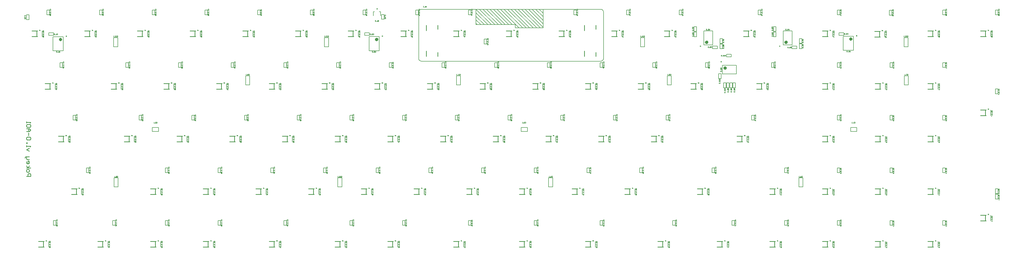
<source format=gbo>
G04*
G04 #@! TF.GenerationSoftware,Altium Limited,Altium Designer,19.1.5 (86)*
G04*
G04 Layer_Color=32896*
%FSLAX25Y25*%
%MOIN*%
G70*
G01*
G75*
%ADD10C,0.01000*%
%ADD11C,0.00500*%
%ADD70C,0.00984*%
%ADD71C,0.02362*%
%ADD72C,0.00800*%
%ADD73C,0.00787*%
%ADD74C,0.00799*%
D10*
X1393207Y78250D02*
X1401207D01*
X1393207Y70250D02*
X1401207D01*
X1400207D02*
Y78250D01*
X1318207Y40750D02*
X1326207D01*
X1318207Y32750D02*
X1326207D01*
X1325207D02*
Y40750D01*
X1243207D02*
X1251207D01*
X1243207Y32750D02*
X1251207D01*
X1250207D02*
Y40750D01*
X1318207Y115750D02*
X1326207D01*
X1318207Y107750D02*
X1326207D01*
X1325207D02*
Y115750D01*
X1243207D02*
X1251207D01*
X1243207Y107750D02*
X1251207D01*
X1250207D02*
Y115750D01*
X1168207D02*
X1176207D01*
X1168207Y107750D02*
X1176207D01*
X1175207D02*
Y115750D01*
X1393207Y228250D02*
X1401207D01*
X1393207Y220250D02*
X1401207D01*
X1400207D02*
Y228250D01*
X1318207Y190750D02*
X1326207D01*
X1318207Y182750D02*
X1326207D01*
X1325207D02*
Y190750D01*
X1243207D02*
X1251207D01*
X1243207Y182750D02*
X1251207D01*
X1250207D02*
Y190750D01*
X1168207D02*
X1176207D01*
X1168207Y182750D02*
X1176207D01*
X1175207D02*
Y190750D01*
X1318207Y265750D02*
X1326207D01*
X1318207Y257750D02*
X1326207D01*
X1325207D02*
Y265750D01*
X1243207D02*
X1251207D01*
X1243207Y257750D02*
X1251207D01*
X1250207D02*
Y265750D01*
X1168207D02*
X1176207D01*
X1168207Y257750D02*
X1176207D01*
X1175207D02*
Y265750D01*
X1093207Y115750D02*
X1101206D01*
X1093207Y107750D02*
X1101206D01*
X1100206D02*
Y115750D01*
X1168207Y40750D02*
X1176206D01*
X1168207Y32750D02*
X1176206D01*
X1175206D02*
Y40750D01*
X1093207D02*
X1101206D01*
X1093207Y32750D02*
X1101206D01*
X1100206D02*
Y40750D01*
X1018207D02*
X1026206D01*
X1018207Y32750D02*
X1026206D01*
X1025206D02*
Y40750D01*
X933832D02*
X941832D01*
X933832Y32750D02*
X941832D01*
X940832D02*
Y40750D01*
X830707D02*
X838707D01*
X830707Y32750D02*
X838707D01*
X837707D02*
Y40750D01*
X736957D02*
X744957D01*
X736957Y32750D02*
X744957D01*
X743957D02*
Y40750D01*
X643207D02*
X651207D01*
X643207Y32750D02*
X651207D01*
X650207D02*
Y40750D01*
X549457D02*
X557457D01*
X549457Y32750D02*
X557457D01*
X556457D02*
Y40750D01*
X474457D02*
X482457D01*
X474457Y32750D02*
X482457D01*
X481457D02*
Y40750D01*
X380707D02*
X388707D01*
X380707Y32750D02*
X388707D01*
X387707D02*
Y40750D01*
X286957D02*
X294957D01*
X286957Y32750D02*
X294957D01*
X293957D02*
Y40750D01*
X211957D02*
X219957D01*
X211957Y32750D02*
X219957D01*
X218957D02*
Y40750D01*
X136957D02*
X144957D01*
X136957Y32750D02*
X144957D01*
X143957D02*
Y40750D01*
X52582D02*
X60582D01*
X52582Y32750D02*
X60582D01*
X59582D02*
Y40750D01*
X990082Y115750D02*
X998082D01*
X990082Y107750D02*
X998082D01*
X997082D02*
Y115750D01*
X886957D02*
X894957D01*
X886957Y107750D02*
X894957D01*
X893957D02*
Y115750D01*
X811957D02*
X819957D01*
X811957Y107750D02*
X819957D01*
X818957D02*
Y115750D01*
X736957D02*
X744957D01*
X736957Y107750D02*
X744957D01*
X743957D02*
Y115750D01*
X661957D02*
X669957D01*
X661957Y107750D02*
X669957D01*
X668957D02*
Y115750D01*
X586957D02*
X594957D01*
X586957Y107750D02*
X594957D01*
X593957D02*
Y115750D01*
X511957D02*
X519957D01*
X511957Y107750D02*
X519957D01*
X518957D02*
Y115750D01*
X436957D02*
X444957D01*
X436957Y107750D02*
X444957D01*
X443957D02*
Y115750D01*
X361957D02*
X369957D01*
X361957Y107750D02*
X369957D01*
X368957D02*
Y115750D01*
X286957D02*
X294957D01*
X286957Y107750D02*
X294957D01*
X293957D02*
Y115750D01*
X211957D02*
X219957D01*
X211957Y107750D02*
X219957D01*
X218957D02*
Y115750D01*
X99457D02*
X107457D01*
X99457Y107750D02*
X107457D01*
X106457D02*
Y115750D01*
X1046332Y190750D02*
X1054332D01*
X1046332Y182750D02*
X1054332D01*
X1053332D02*
Y190750D01*
X924457D02*
X932457D01*
X924457Y182750D02*
X932457D01*
X931457D02*
Y190750D01*
X849457D02*
X857457D01*
X849457Y182750D02*
X857457D01*
X856457D02*
Y190750D01*
X774457D02*
X782457D01*
X774457Y182750D02*
X782457D01*
X781457D02*
Y190750D01*
X699457D02*
X707457D01*
X699457Y182750D02*
X707457D01*
X706457D02*
Y190750D01*
X624457D02*
X632457D01*
X624457Y182750D02*
X632457D01*
X631457D02*
Y190750D01*
X549457D02*
X557457D01*
X549457Y182750D02*
X557457D01*
X556457D02*
Y190750D01*
X474457D02*
X482457D01*
X474457Y182750D02*
X482457D01*
X481457D02*
Y190750D01*
X399457D02*
X407457D01*
X399457Y182750D02*
X407457D01*
X406457D02*
Y190750D01*
X324457D02*
X332457D01*
X324457Y182750D02*
X332457D01*
X331457D02*
Y190750D01*
X249457D02*
X257457D01*
X249457Y182750D02*
X257457D01*
X256457D02*
Y190750D01*
X174457D02*
X182457D01*
X174457Y182750D02*
X182457D01*
X181457D02*
Y190750D01*
X80707D02*
X88707D01*
X80707Y182750D02*
X88707D01*
X87707D02*
Y190750D01*
X1074457Y265750D02*
X1082457D01*
X1074457Y257750D02*
X1082457D01*
X1081457D02*
Y265750D01*
X980707D02*
X988707D01*
X980707Y257750D02*
X988707D01*
X987707D02*
Y265750D01*
X905707D02*
X913707D01*
X905707Y257750D02*
X913707D01*
X912707D02*
Y265750D01*
X830707D02*
X838707D01*
X830707Y257750D02*
X838707D01*
X837707D02*
Y265750D01*
X755707D02*
X763707D01*
X755707Y257750D02*
X763707D01*
X762707D02*
Y265750D01*
X680707D02*
X688707D01*
X680707Y257750D02*
X688707D01*
X687707D02*
Y265750D01*
X605707D02*
X613707D01*
X605707Y257750D02*
X613707D01*
X612707D02*
Y265750D01*
X530707D02*
X538707D01*
X530707Y257750D02*
X538707D01*
X537707D02*
Y265750D01*
X455707D02*
X463707D01*
X455707Y257750D02*
X463707D01*
X462707D02*
Y265750D01*
X380707D02*
X388707D01*
X380707Y257750D02*
X388707D01*
X387707D02*
Y265750D01*
X305707D02*
X313707D01*
X305707Y257750D02*
X313707D01*
X312707D02*
Y265750D01*
X230707D02*
X238707D01*
X230707Y257750D02*
X238707D01*
X237707D02*
Y265750D01*
X155707D02*
X163707D01*
X155707Y257750D02*
X163707D01*
X162707D02*
Y265750D01*
X61957D02*
X69957D01*
X61957Y257750D02*
X69957D01*
X68957D02*
Y265750D01*
X1393207Y340750D02*
X1401207D01*
X1393207Y332750D02*
X1401207D01*
X1400207D02*
Y340750D01*
X1318207D02*
X1326207D01*
X1318207Y332750D02*
X1326207D01*
X1325207D02*
Y340750D01*
X1242386Y340368D02*
X1250386D01*
X1242386Y332368D02*
X1250386D01*
X1249386D02*
Y340368D01*
X1168207Y340750D02*
X1176207D01*
X1168207Y332750D02*
X1176207D01*
X1175207D02*
Y340750D01*
X1055707D02*
X1063707D01*
X1055707Y332750D02*
X1063707D01*
X1062707D02*
Y340750D01*
X943207D02*
X951207D01*
X943207Y332750D02*
X951207D01*
X950207D02*
Y340750D01*
X868207D02*
X876207D01*
X868207Y332750D02*
X876207D01*
X875207D02*
Y340750D01*
X793207D02*
X801207D01*
X793207Y332750D02*
X801207D01*
X800207D02*
Y340750D01*
X718207D02*
X726207D01*
X718207Y332750D02*
X726207D01*
X725207D02*
Y340750D01*
X643207D02*
X651207D01*
X643207Y332750D02*
X651207D01*
X650207D02*
Y340750D01*
X568207D02*
X576207D01*
X568207Y332750D02*
X576207D01*
X575207D02*
Y340750D01*
X493207D02*
X501207D01*
X493207Y332750D02*
X501207D01*
X500207D02*
Y340750D01*
X418207D02*
X426207D01*
X418207Y332750D02*
X426207D01*
X425207D02*
Y340750D01*
X343207D02*
X351207D01*
X343207Y332750D02*
X351207D01*
X350207D02*
Y340750D01*
X268207D02*
X276207D01*
X268207Y332750D02*
X276207D01*
X275207D02*
Y340750D01*
X193207D02*
X201207D01*
X193207Y332750D02*
X201207D01*
X200207D02*
Y340750D01*
X118207D02*
X126207D01*
X118207Y332750D02*
X126207D01*
X125207D02*
Y340750D01*
X43207D02*
X51207D01*
X43207Y332750D02*
X51207D01*
X50207D02*
Y340750D01*
X829374Y304413D02*
Y312221D01*
Y341094D02*
Y348902D01*
X845909Y304413D02*
Y310221D01*
Y343094D02*
Y348902D01*
X604374Y304413D02*
Y312221D01*
Y341094D02*
Y348902D01*
X620909Y304413D02*
Y310221D01*
Y343094D02*
Y348902D01*
X35500Y133500D02*
X41498D01*
Y136499D01*
X40498Y137499D01*
X38499D01*
X37499Y136499D01*
Y133500D01*
X35500Y140498D02*
Y142497D01*
X36500Y143497D01*
X38499D01*
X39499Y142497D01*
Y140498D01*
X38499Y139498D01*
X36500D01*
X35500Y140498D01*
Y145496D02*
X41498D01*
X37499D02*
X39499Y148495D01*
X37499Y145496D02*
X35500Y148495D01*
Y154493D02*
Y152494D01*
X36500Y151494D01*
X38499D01*
X39499Y152494D01*
Y154493D01*
X38499Y155493D01*
X37499D01*
Y151494D01*
X39499Y157492D02*
X36500D01*
X35500Y158492D01*
Y161491D01*
X34500D01*
X33501Y160491D01*
Y159492D01*
X35500Y161491D02*
X39499D01*
Y169488D02*
X35500Y171488D01*
X39499Y173487D01*
X35500Y175486D02*
Y177486D01*
Y176486D01*
X41498D01*
X40498Y175486D01*
X35500Y180485D02*
X36500D01*
Y181484D01*
X35500D01*
Y180485D01*
X40498Y185483D02*
X41498Y186483D01*
Y188482D01*
X40498Y189482D01*
X36500D01*
X35500Y188482D01*
Y186483D01*
X36500Y185483D01*
X40498D01*
X38499Y191481D02*
Y195480D01*
X35500Y197479D02*
X39499D01*
X41498Y199479D01*
X39499Y201478D01*
X35500D01*
X38499D01*
Y197479D01*
X40498Y203477D02*
X41498Y204477D01*
Y206476D01*
X40498Y207476D01*
X36500D01*
X35500Y206476D01*
Y204477D01*
X36500Y203477D01*
X40498D01*
X35500Y209475D02*
Y211475D01*
Y210475D01*
X41498D01*
X40498Y209475D01*
D11*
X67253Y334450D02*
Y338050D01*
X74053D01*
Y334450D02*
Y338050D01*
X67253Y334450D02*
X74053D01*
X516753D02*
Y338050D01*
X523553D01*
Y334450D02*
Y338050D01*
X516753Y334450D02*
X523553D01*
X1191907D02*
Y338050D01*
X1198707D01*
Y334450D02*
Y338050D01*
X1191907Y334450D02*
X1198707D01*
X1407707Y70250D02*
Y78250D01*
X1332707Y32750D02*
Y40750D01*
X1257707Y32750D02*
Y40750D01*
X1332707Y107750D02*
Y115750D01*
X1257707Y107750D02*
Y115750D01*
X1182707Y107750D02*
Y115750D01*
X1407707Y220250D02*
Y228250D01*
X1332707Y182750D02*
Y190750D01*
X1257707Y182750D02*
Y190750D01*
X1182707Y182750D02*
Y190750D01*
X1332707Y257750D02*
Y265750D01*
X1257707Y257750D02*
Y265750D01*
X1182707Y257750D02*
Y265750D01*
X1107707Y107750D02*
Y115750D01*
X1182707Y32750D02*
Y40750D01*
X1107707Y32750D02*
Y40750D01*
X1032707Y32750D02*
Y40750D01*
X948332Y32750D02*
Y40750D01*
X845207Y32750D02*
Y40750D01*
X751457Y32750D02*
Y40750D01*
X657707Y32750D02*
Y40750D01*
X563957Y32750D02*
Y40750D01*
X488957Y32750D02*
Y40750D01*
X395207Y32750D02*
Y40750D01*
X301457Y32750D02*
Y40750D01*
X226457Y32750D02*
Y40750D01*
X151457Y32750D02*
Y40750D01*
X67082Y32750D02*
Y40750D01*
X1004582Y107750D02*
Y115750D01*
X901457Y107750D02*
Y115750D01*
X826457Y107750D02*
Y115750D01*
X751457Y107750D02*
Y115750D01*
X676457Y107750D02*
Y115750D01*
X601457Y107750D02*
Y115750D01*
X526457Y107750D02*
Y115750D01*
X451457Y107750D02*
Y115750D01*
X376457Y107750D02*
Y115750D01*
X301457Y107750D02*
Y115750D01*
X226457Y107750D02*
Y115750D01*
X113957Y107750D02*
Y115750D01*
X1060832Y182750D02*
Y190750D01*
X938957Y182750D02*
Y190750D01*
X863957Y182750D02*
Y190750D01*
X788957Y182750D02*
Y190750D01*
X713957Y182750D02*
Y190750D01*
X638957Y182750D02*
Y190750D01*
X563957Y182750D02*
Y190750D01*
X488957Y182750D02*
Y190750D01*
X413957Y182750D02*
Y190750D01*
X338957Y182750D02*
Y190750D01*
X263957Y182750D02*
Y190750D01*
X188957Y182750D02*
Y190750D01*
X95207Y182750D02*
Y190750D01*
X1088957Y257750D02*
Y265750D01*
X995207Y257750D02*
Y265750D01*
X920207Y257750D02*
Y265750D01*
X845207Y257750D02*
Y265750D01*
X770207Y257750D02*
Y265750D01*
X695207Y257750D02*
Y265750D01*
X620207Y257750D02*
Y265750D01*
X545207Y257750D02*
Y265750D01*
X470207Y257750D02*
Y265750D01*
X395207Y257750D02*
Y265750D01*
X320207Y257750D02*
Y265750D01*
X245207Y257750D02*
Y265750D01*
X170207Y257750D02*
Y265750D01*
X76457Y257750D02*
Y265750D01*
X1407707Y332750D02*
Y340750D01*
X1332707Y332750D02*
Y340750D01*
X1256886Y332368D02*
Y340368D01*
X1182707Y332750D02*
Y340750D01*
X1070207Y332750D02*
Y340750D01*
X957707Y332750D02*
Y340750D01*
X882707Y332750D02*
Y340750D01*
X807707Y332750D02*
Y340750D01*
X732707Y332750D02*
Y340750D01*
X657707Y332750D02*
Y340750D01*
X582707Y332750D02*
Y340750D01*
X507707Y332750D02*
Y340750D01*
X432707Y332750D02*
Y340750D01*
X357707Y332750D02*
Y340750D01*
X282707Y332750D02*
Y340750D01*
X207707Y332750D02*
Y340750D01*
X132707Y332750D02*
Y340750D01*
X57707Y332750D02*
Y340750D01*
X35450Y363747D02*
X39050D01*
Y356947D02*
Y363747D01*
X35450Y356947D02*
X39050D01*
X35450D02*
Y363747D01*
X540950Y357450D02*
X544550D01*
X540950D02*
Y364250D01*
X544550D01*
Y357450D02*
Y364250D01*
X1022413Y322279D02*
X1026013D01*
Y315479D02*
Y322279D01*
X1022413Y315479D02*
X1026013D01*
X1022413D02*
Y322279D01*
X1040950Y259950D02*
X1044550D01*
X1040950D02*
Y266750D01*
X1044550D01*
Y259950D02*
Y266750D01*
X985413Y340179D02*
X989013D01*
X985413D02*
Y346979D01*
X989013D01*
Y340179D02*
Y346979D01*
X1036450Y259950D02*
X1040050D01*
X1036450D02*
Y266750D01*
X1040050D01*
Y259950D02*
Y266750D01*
X1135370Y329976D02*
X1138970D01*
Y323176D02*
Y329976D01*
X1135370Y323176D02*
X1138970D01*
X1135370D02*
Y329976D01*
X1131667Y315679D02*
Y319279D01*
X1124867Y315679D02*
X1131667D01*
X1124867D02*
Y319279D01*
X1131667D01*
X1098370Y339279D02*
X1101970D01*
Y332479D02*
Y339279D01*
X1098370Y332479D02*
X1101970D01*
X1098370D02*
Y339279D01*
X1022413Y329779D02*
X1026013D01*
Y322979D02*
Y329779D01*
X1022413Y322979D02*
X1026013D01*
X1022413D02*
Y329779D01*
X1018709Y315679D02*
Y319279D01*
X1011909Y315679D02*
X1018709D01*
X1011909D02*
Y319279D01*
X1018709D01*
X985413Y332482D02*
X989013D01*
X985413D02*
Y339282D01*
X989013D01*
Y332482D02*
Y339282D01*
X1020450Y272950D02*
X1024050D01*
X1020450D02*
Y279750D01*
X1024050D01*
Y272950D02*
Y279750D01*
X1135370Y322476D02*
X1138970D01*
Y315676D02*
Y322476D01*
X1135370Y315676D02*
X1138970D01*
X1135370D02*
Y322476D01*
X1098370Y340179D02*
X1101970D01*
X1098370D02*
Y346979D01*
X1101970D01*
Y340179D02*
Y346979D01*
X1031950Y259950D02*
X1035550D01*
X1031950D02*
Y266750D01*
X1035550D01*
Y259950D02*
Y266750D01*
X1027450Y259950D02*
X1031050D01*
X1027450D02*
Y266750D01*
X1031050D01*
Y259950D02*
Y266750D01*
X1414407Y101253D02*
X1418007D01*
X1414407D02*
Y108053D01*
X1418007D01*
Y101253D02*
Y108053D01*
X1339407Y63753D02*
X1343007D01*
X1339407D02*
Y70553D01*
X1343007D01*
Y63753D02*
Y70553D01*
X1264407Y63753D02*
X1268007D01*
X1264407D02*
Y70553D01*
X1268007D01*
Y63753D02*
Y70553D01*
X1339407Y138753D02*
X1343007D01*
X1339407D02*
Y145553D01*
X1343007D01*
Y138753D02*
Y145553D01*
X1264407Y138753D02*
X1268007D01*
X1264407D02*
Y145553D01*
X1268007D01*
Y138753D02*
Y145553D01*
X1189407Y138753D02*
X1193007D01*
X1189407D02*
Y145553D01*
X1193007D01*
Y138753D02*
Y145553D01*
X1414407Y251253D02*
X1418007D01*
X1414407D02*
Y258053D01*
X1418007D01*
Y251253D02*
Y258053D01*
X1339407Y213753D02*
X1343007D01*
X1339407D02*
Y220553D01*
X1343007D01*
Y213753D02*
Y220553D01*
X1264407Y213753D02*
X1268007D01*
X1264407D02*
Y220553D01*
X1268007D01*
Y213753D02*
Y220553D01*
X1189407Y213753D02*
X1193007D01*
X1189407D02*
Y220553D01*
X1193007D01*
Y213753D02*
Y220553D01*
X1339407Y288753D02*
X1343007D01*
X1339407D02*
Y295553D01*
X1343007D01*
Y288753D02*
Y295553D01*
X1264407Y288753D02*
X1268007D01*
X1264407D02*
Y295553D01*
X1268007D01*
Y288753D02*
Y295553D01*
X1189407Y288753D02*
X1193007D01*
X1189407D02*
Y295553D01*
X1193007D01*
Y288753D02*
Y295553D01*
X1114407Y138753D02*
X1118007D01*
X1114407D02*
Y145553D01*
X1118007D01*
Y138753D02*
Y145553D01*
X1189407Y63753D02*
X1193007D01*
X1189407D02*
Y70553D01*
X1193007D01*
Y63753D02*
Y70553D01*
X1114407Y63753D02*
X1118007D01*
X1114407D02*
Y70553D01*
X1118007D01*
Y63753D02*
Y70553D01*
X1039407Y63753D02*
X1043007D01*
X1039407D02*
Y70553D01*
X1043007D01*
Y63753D02*
Y70553D01*
X955032Y63753D02*
X958632D01*
X955032D02*
Y70553D01*
X958632D01*
Y63753D02*
Y70553D01*
X851907Y63753D02*
X855507D01*
X851907D02*
Y70553D01*
X855507D01*
Y63753D02*
Y70553D01*
X758157Y63753D02*
X761757D01*
X758157D02*
Y70553D01*
X761757D01*
Y63753D02*
Y70553D01*
X664407Y63753D02*
X668007D01*
X664407D02*
Y70553D01*
X668007D01*
Y63753D02*
Y70553D01*
X570657Y63753D02*
X574257D01*
X570657D02*
Y70553D01*
X574257D01*
Y63753D02*
Y70553D01*
X495657Y63753D02*
X499257D01*
X495657D02*
Y70553D01*
X499257D01*
Y63753D02*
Y70553D01*
X401907Y63753D02*
X405507D01*
X401907D02*
Y70553D01*
X405507D01*
Y63753D02*
Y70553D01*
X308157Y63753D02*
X311757D01*
X308157D02*
Y70553D01*
X311757D01*
Y63753D02*
Y70553D01*
X233157Y63753D02*
X236757D01*
X233157D02*
Y70553D01*
X236757D01*
Y63753D02*
Y70553D01*
X158157Y63753D02*
X161757D01*
X158157D02*
Y70553D01*
X161757D01*
Y63753D02*
Y70553D01*
X73782Y63753D02*
X77382D01*
X73782D02*
Y70553D01*
X77382D01*
Y63753D02*
Y70553D01*
X1011282Y138753D02*
X1014882D01*
X1011282D02*
Y145553D01*
X1014882D01*
Y138753D02*
Y145553D01*
X908157Y138753D02*
X911757D01*
X908157D02*
Y145553D01*
X911757D01*
Y138753D02*
Y145553D01*
X833157Y138753D02*
X836757D01*
X833157D02*
Y145553D01*
X836757D01*
Y138753D02*
Y145553D01*
X758157Y138753D02*
X761757D01*
X758157D02*
Y145553D01*
X761757D01*
Y138753D02*
Y145553D01*
X683157Y138753D02*
X686757D01*
X683157D02*
Y145553D01*
X686757D01*
Y138753D02*
Y145553D01*
X608157Y138753D02*
X611757D01*
X608157D02*
Y145553D01*
X611757D01*
Y138753D02*
Y145553D01*
X533157Y138753D02*
X536757D01*
X533157D02*
Y145553D01*
X536757D01*
Y138753D02*
Y145553D01*
X458157Y138753D02*
X461757D01*
X458157D02*
Y145553D01*
X461757D01*
Y138753D02*
Y145553D01*
X383157Y138753D02*
X386757D01*
X383157D02*
Y145553D01*
X386757D01*
Y138753D02*
Y145553D01*
X308157Y138753D02*
X311757D01*
X308157D02*
Y145553D01*
X311757D01*
Y138753D02*
Y145553D01*
X233157Y138753D02*
X236757D01*
X233157D02*
Y145553D01*
X236757D01*
Y138753D02*
Y145553D01*
X120657Y138753D02*
X124257D01*
X120657D02*
Y145553D01*
X124257D01*
Y138753D02*
Y145553D01*
X1067532Y213753D02*
X1071132D01*
X1067532D02*
Y220553D01*
X1071132D01*
Y213753D02*
Y220553D01*
X945657Y213753D02*
X949257D01*
X945657D02*
Y220553D01*
X949257D01*
Y213753D02*
Y220553D01*
X870657Y213753D02*
X874257D01*
X870657D02*
Y220553D01*
X874257D01*
Y213753D02*
Y220553D01*
X795657Y213753D02*
X799257D01*
X795657D02*
Y220553D01*
X799257D01*
Y213753D02*
Y220553D01*
X720657Y213753D02*
X724257D01*
X720657D02*
Y220553D01*
X724257D01*
Y213753D02*
Y220553D01*
X645657Y213753D02*
X649257D01*
X645657D02*
Y220553D01*
X649257D01*
Y213753D02*
Y220553D01*
X570657Y213753D02*
X574257D01*
X570657D02*
Y220553D01*
X574257D01*
Y213753D02*
Y220553D01*
X495657Y213753D02*
X499257D01*
X495657D02*
Y220553D01*
X499257D01*
Y213753D02*
Y220553D01*
X420657Y213753D02*
X424257D01*
X420657D02*
Y220553D01*
X424257D01*
Y213753D02*
Y220553D01*
X345657Y213753D02*
X349257D01*
X345657D02*
Y220553D01*
X349257D01*
Y213753D02*
Y220553D01*
X270657Y213753D02*
X274257D01*
X270657D02*
Y220553D01*
X274257D01*
Y213753D02*
Y220553D01*
X195657Y213753D02*
X199257D01*
X195657D02*
Y220553D01*
X199257D01*
Y213753D02*
Y220553D01*
X101907Y213753D02*
X105507D01*
X101907D02*
Y220553D01*
X105507D01*
Y213753D02*
Y220553D01*
X1095657Y288753D02*
X1099257D01*
X1095657D02*
Y295553D01*
X1099257D01*
Y288753D02*
Y295553D01*
X1001907Y288753D02*
X1005507D01*
X1001907D02*
Y295553D01*
X1005507D01*
Y288753D02*
Y295553D01*
X926907Y288753D02*
X930507D01*
X926907D02*
Y295553D01*
X930507D01*
Y288753D02*
Y295553D01*
X851907Y288753D02*
X855507D01*
X851907D02*
Y295553D01*
X855507D01*
Y288753D02*
Y295553D01*
X776907Y288753D02*
X780507D01*
X776907D02*
Y295553D01*
X780507D01*
Y288753D02*
Y295553D01*
X701907Y288753D02*
X705507D01*
X701907D02*
Y295553D01*
X705507D01*
Y288753D02*
Y295553D01*
X626907Y288753D02*
X630507D01*
X626907D02*
Y295553D01*
X630507D01*
Y288753D02*
Y295553D01*
X551907Y288753D02*
X555507D01*
X551907D02*
Y295553D01*
X555507D01*
Y288753D02*
Y295553D01*
X476907Y288753D02*
X480507D01*
X476907D02*
Y295553D01*
X480507D01*
Y288753D02*
Y295553D01*
X401907Y288753D02*
X405507D01*
X401907D02*
Y295553D01*
X405507D01*
Y288753D02*
Y295553D01*
X326907Y288753D02*
X330507D01*
X326907D02*
Y295553D01*
X330507D01*
Y288753D02*
Y295553D01*
X251907Y288753D02*
X255507D01*
X251907D02*
Y295553D01*
X255507D01*
Y288753D02*
Y295553D01*
X176907Y288753D02*
X180507D01*
X176907D02*
Y295553D01*
X180507D01*
Y288753D02*
Y295553D01*
X83157Y288753D02*
X86757D01*
X83157D02*
Y295553D01*
X86757D01*
Y288753D02*
Y295553D01*
X1414407Y363753D02*
X1418007D01*
X1414407D02*
Y370553D01*
X1418007D01*
Y363753D02*
Y370553D01*
X1339407Y363753D02*
X1343007D01*
X1339407D02*
Y370553D01*
X1343007D01*
Y363753D02*
Y370553D01*
X1263586Y363371D02*
X1267186D01*
X1263586D02*
Y370171D01*
X1267186D01*
Y363371D02*
Y370171D01*
X1189407Y363753D02*
X1193007D01*
X1189407D02*
Y370553D01*
X1193007D01*
Y363753D02*
Y370553D01*
X1076907Y363753D02*
X1080507D01*
X1076907D02*
Y370553D01*
X1080507D01*
Y363753D02*
Y370553D01*
X964407Y363753D02*
X968007D01*
X964407D02*
Y370553D01*
X968007D01*
Y363753D02*
Y370553D01*
X889407Y363753D02*
X893007D01*
X889407D02*
Y370553D01*
X893007D01*
Y363753D02*
Y370553D01*
X814407Y363753D02*
X818007D01*
X814407D02*
Y370553D01*
X818007D01*
Y363753D02*
Y370553D01*
X686907Y322253D02*
X690507D01*
X686907D02*
Y329053D01*
X690507D01*
Y322253D02*
Y329053D01*
X664407Y363753D02*
X668007D01*
X664407D02*
Y370553D01*
X668007D01*
Y363753D02*
Y370553D01*
X589407Y363753D02*
X593007D01*
X589407D02*
Y370553D01*
X593007D01*
Y363753D02*
Y370553D01*
X514407Y363753D02*
X518007D01*
X514407D02*
Y370553D01*
X518007D01*
Y363753D02*
Y370553D01*
X439407Y363753D02*
X443007D01*
X439407D02*
Y370553D01*
X443007D01*
Y363753D02*
Y370553D01*
X364407Y363753D02*
X368007D01*
X364407D02*
Y370553D01*
X368007D01*
Y363753D02*
Y370553D01*
X289407Y363753D02*
X293007D01*
X289407D02*
Y370553D01*
X293007D01*
Y363753D02*
Y370553D01*
X214407Y363753D02*
X218007D01*
X214407D02*
Y370553D01*
X218007D01*
Y363753D02*
Y370553D01*
X139407Y363753D02*
X143007D01*
X139407D02*
Y370553D01*
X143007D01*
Y363753D02*
Y370553D01*
X64407Y363753D02*
X68007D01*
X64407D02*
Y370553D01*
X68007D01*
Y363753D02*
Y370553D01*
X778600Y118404D02*
Y131404D01*
Y118404D02*
X784400D01*
Y131404D01*
X778600D02*
X784400D01*
X947350Y263750D02*
Y276750D01*
Y263750D02*
X953150D01*
Y276750D01*
X947350D02*
X953150D01*
X1134807Y118404D02*
Y131404D01*
Y118404D02*
X1140607D01*
Y131404D01*
X1134807D02*
X1140607D01*
X1284807Y263750D02*
Y276750D01*
Y263750D02*
X1290607D01*
Y276750D01*
X1284807D02*
X1290607D01*
X160100Y118404D02*
Y131404D01*
Y118404D02*
X165900D01*
Y131404D01*
X160100D02*
X165900D01*
X347350Y263750D02*
Y276750D01*
Y263750D02*
X353150D01*
Y276750D01*
X347350D02*
X353150D01*
X478600Y118404D02*
Y131404D01*
Y118404D02*
X484400D01*
Y131404D01*
X478600D02*
X484400D01*
X647350Y263750D02*
Y276750D01*
Y263750D02*
X653150D01*
Y276750D01*
X647350D02*
X653150D01*
X159600Y318250D02*
Y331250D01*
Y318250D02*
X165400D01*
Y331250D01*
X159600D02*
X165400D01*
X459600Y318250D02*
Y331250D01*
Y318250D02*
X465400D01*
Y331250D01*
X459600D02*
X465400D01*
X909350Y318250D02*
Y331250D01*
Y318250D02*
X915150D01*
Y331250D01*
X909350D02*
X915150D01*
X1284307Y318250D02*
Y331250D01*
Y318250D02*
X1290107D01*
Y331250D01*
X1284307D02*
X1290107D01*
X1414407Y109000D02*
Y115800D01*
Y109000D02*
X1418007D01*
Y115800D01*
X1414407D02*
X1418007D01*
X1038550Y303950D02*
Y307550D01*
X1031750Y303950D02*
X1038550D01*
X1031750D02*
Y307550D01*
X1038550D01*
X78750Y336500D02*
X79000Y336750D01*
X79500D01*
X79750Y336500D01*
Y335500D01*
X79500Y335250D01*
X79000D01*
X78750Y335500D01*
X78250Y335250D02*
X77751D01*
X78001D01*
Y336750D01*
X78250Y336500D01*
X77001Y335250D02*
Y335500D01*
X76751D01*
Y335250D01*
X77001D01*
X74752D02*
X75751D01*
X74752Y336250D01*
Y336500D01*
X75002Y336750D01*
X75501D01*
X75751Y336500D01*
X528750D02*
X529000Y336750D01*
X529500D01*
X529750Y336500D01*
Y335500D01*
X529500Y335250D01*
X529000D01*
X528750Y335500D01*
X527251Y335250D02*
X528251D01*
X527251Y336250D01*
Y336500D01*
X527501Y336750D01*
X528001D01*
X528251Y336500D01*
X526751Y335250D02*
Y335500D01*
X526501D01*
Y335250D01*
X526751D01*
X524502D02*
X525501D01*
X524502Y336250D01*
Y336500D01*
X524752Y336750D01*
X525251D01*
X525501Y336500D01*
X1203707Y337000D02*
X1203957Y337249D01*
X1204457D01*
X1204707Y337000D01*
Y336000D01*
X1204457Y335750D01*
X1203957D01*
X1203707Y336000D01*
X1203207Y337000D02*
X1202957Y337249D01*
X1202457D01*
X1202207Y337000D01*
Y336750D01*
X1202457Y336500D01*
X1202707D01*
X1202457D01*
X1202207Y336250D01*
Y336000D01*
X1202457Y335750D01*
X1202957D01*
X1203207Y336000D01*
X1201708Y335750D02*
Y336000D01*
X1201458D01*
Y335750D01*
X1201708D01*
X1199458D02*
X1200458D01*
X1199458Y336750D01*
Y337000D01*
X1199708Y337249D01*
X1200208D01*
X1200458Y337000D01*
X1408707Y76751D02*
X1410207D01*
Y76001D01*
X1409957Y75751D01*
X1408957D01*
X1408707Y76001D01*
Y76751D01*
X1410207Y74252D02*
Y75251D01*
X1409207Y74252D01*
X1408957D01*
X1408707Y74502D01*
Y75001D01*
X1408957Y75251D01*
X1410207Y73752D02*
X1409957D01*
Y73502D01*
X1410207D01*
Y73752D01*
X1408957Y72502D02*
X1408707Y72252D01*
Y71752D01*
X1408957Y71503D01*
X1409207D01*
X1409457Y71752D01*
Y72002D01*
Y71752D01*
X1409707Y71503D01*
X1409957D01*
X1410207Y71752D01*
Y72252D01*
X1409957Y72502D01*
X1410207Y71003D02*
X1409957D01*
Y70753D01*
X1410207D01*
Y71003D01*
Y69753D02*
Y69253D01*
Y69503D01*
X1408707D01*
X1408957Y69753D01*
X1405206Y78750D02*
X1403707D01*
X1404206D01*
X1405206Y79750D01*
X1404456Y79000D01*
X1403707Y79750D01*
X1333707Y39751D02*
X1335207D01*
Y39001D01*
X1334957Y38751D01*
X1333957D01*
X1333707Y39001D01*
Y39751D01*
X1335207Y37251D02*
Y38251D01*
X1334207Y37251D01*
X1333957D01*
X1333707Y37501D01*
Y38001D01*
X1333957Y38251D01*
X1335207Y36752D02*
X1334957D01*
Y36502D01*
X1335207D01*
Y36752D01*
X1333957Y35502D02*
X1333707Y35252D01*
Y34752D01*
X1333957Y34502D01*
X1334207D01*
X1334457Y34752D01*
Y35002D01*
Y34752D01*
X1334707Y34502D01*
X1334957D01*
X1335207Y34752D01*
Y35252D01*
X1334957Y35502D01*
X1335207Y34003D02*
X1334957D01*
Y33753D01*
X1335207D01*
Y34003D01*
Y31753D02*
Y32753D01*
X1334207Y31753D01*
X1333957D01*
X1333707Y32003D01*
Y32503D01*
X1333957Y32753D01*
X1330206Y41250D02*
X1328707D01*
X1329206D01*
X1330206Y42250D01*
X1329456Y41500D01*
X1328707Y42250D01*
X1258707Y39751D02*
X1260207D01*
Y39001D01*
X1259957Y38751D01*
X1258957D01*
X1258707Y39001D01*
Y39751D01*
X1260207Y37251D02*
Y38251D01*
X1259207Y37251D01*
X1258957D01*
X1258707Y37501D01*
Y38001D01*
X1258957Y38251D01*
X1260207Y36752D02*
X1259957D01*
Y36502D01*
X1260207D01*
Y36752D01*
X1258957Y35502D02*
X1258707Y35252D01*
Y34752D01*
X1258957Y34502D01*
X1259207D01*
X1259457Y34752D01*
Y35002D01*
Y34752D01*
X1259707Y34502D01*
X1259957D01*
X1260207Y34752D01*
Y35252D01*
X1259957Y35502D01*
X1260207Y34003D02*
X1259957D01*
Y33753D01*
X1260207D01*
Y34003D01*
X1258957Y32753D02*
X1258707Y32503D01*
Y32003D01*
X1258957Y31753D01*
X1259207D01*
X1259457Y32003D01*
Y32253D01*
Y32003D01*
X1259707Y31753D01*
X1259957D01*
X1260207Y32003D01*
Y32503D01*
X1259957Y32753D01*
X1255206Y41250D02*
X1253707D01*
X1254206D01*
X1255206Y42250D01*
X1254456Y41500D01*
X1253707Y42250D01*
X1333707Y114751D02*
X1335207D01*
Y114001D01*
X1334957Y113751D01*
X1333957D01*
X1333707Y114001D01*
Y114751D01*
X1335207Y112251D02*
Y113251D01*
X1334207Y112251D01*
X1333957D01*
X1333707Y112501D01*
Y113001D01*
X1333957Y113251D01*
X1335207Y111752D02*
X1334957D01*
Y111502D01*
X1335207D01*
Y111752D01*
X1333957Y110502D02*
X1333707Y110252D01*
Y109752D01*
X1333957Y109502D01*
X1334207D01*
X1334457Y109752D01*
Y110002D01*
Y109752D01*
X1334707Y109502D01*
X1334957D01*
X1335207Y109752D01*
Y110252D01*
X1334957Y110502D01*
X1335207Y109002D02*
X1334957D01*
Y108753D01*
X1335207D01*
Y109002D01*
Y107003D02*
X1333707D01*
X1334457Y107753D01*
Y106753D01*
X1330206Y116250D02*
X1328707D01*
X1329206D01*
X1330206Y117250D01*
X1329456Y116500D01*
X1328707Y117250D01*
X1258707Y114751D02*
X1260207D01*
Y114001D01*
X1259957Y113751D01*
X1258957D01*
X1258707Y114001D01*
Y114751D01*
X1260207Y112251D02*
Y113251D01*
X1259207Y112251D01*
X1258957D01*
X1258707Y112501D01*
Y113001D01*
X1258957Y113251D01*
X1260207Y111752D02*
X1259957D01*
Y111502D01*
X1260207D01*
Y111752D01*
X1258957Y110502D02*
X1258707Y110252D01*
Y109752D01*
X1258957Y109502D01*
X1259207D01*
X1259457Y109752D01*
Y110002D01*
Y109752D01*
X1259707Y109502D01*
X1259957D01*
X1260207Y109752D01*
Y110252D01*
X1259957Y110502D01*
X1260207Y109002D02*
X1259957D01*
Y108753D01*
X1260207D01*
Y109002D01*
X1258707Y106753D02*
Y107753D01*
X1259457D01*
X1259207Y107253D01*
Y107003D01*
X1259457Y106753D01*
X1259957D01*
X1260207Y107003D01*
Y107503D01*
X1259957Y107753D01*
X1255206Y116250D02*
X1253707D01*
X1254206D01*
X1255206Y117250D01*
X1254456Y116500D01*
X1253707Y117250D01*
X1183707Y114751D02*
X1185207D01*
Y114001D01*
X1184957Y113751D01*
X1183957D01*
X1183707Y114001D01*
Y114751D01*
X1185207Y112251D02*
Y113251D01*
X1184207Y112251D01*
X1183957D01*
X1183707Y112501D01*
Y113001D01*
X1183957Y113251D01*
X1185207Y111752D02*
X1184957D01*
Y111502D01*
X1185207D01*
Y111752D01*
X1183957Y110502D02*
X1183707Y110252D01*
Y109752D01*
X1183957Y109502D01*
X1184207D01*
X1184457Y109752D01*
Y110002D01*
Y109752D01*
X1184707Y109502D01*
X1184957D01*
X1185207Y109752D01*
Y110252D01*
X1184957Y110502D01*
X1185207Y109002D02*
X1184957D01*
Y108753D01*
X1185207D01*
Y109002D01*
X1183707Y106753D02*
X1183957Y107253D01*
X1184457Y107753D01*
X1184957D01*
X1185207Y107503D01*
Y107003D01*
X1184957Y106753D01*
X1184707D01*
X1184457Y107003D01*
Y107753D01*
X1180206Y116250D02*
X1178707D01*
X1179206D01*
X1180206Y117250D01*
X1179456Y116500D01*
X1178707Y117250D01*
X1408707Y227251D02*
X1410207D01*
Y226501D01*
X1409957Y226251D01*
X1408957D01*
X1408707Y226501D01*
Y227251D01*
X1410207Y224751D02*
Y225751D01*
X1409207Y224751D01*
X1408957D01*
X1408707Y225001D01*
Y225501D01*
X1408957Y225751D01*
X1410207Y224252D02*
X1409957D01*
Y224002D01*
X1410207D01*
Y224252D01*
X1408957Y223002D02*
X1408707Y222752D01*
Y222252D01*
X1408957Y222002D01*
X1409207D01*
X1409457Y222252D01*
Y222502D01*
Y222252D01*
X1409707Y222002D01*
X1409957D01*
X1410207Y222252D01*
Y222752D01*
X1409957Y223002D01*
X1410207Y221502D02*
X1409957D01*
Y221253D01*
X1410207D01*
Y221502D01*
X1408707Y220253D02*
Y219253D01*
X1408957D01*
X1409957Y220253D01*
X1410207D01*
X1405206Y228750D02*
X1403707D01*
X1404206D01*
X1405206Y229750D01*
X1404456Y229000D01*
X1403707Y229750D01*
X1333707Y189751D02*
X1335207D01*
Y189001D01*
X1334957Y188751D01*
X1333957D01*
X1333707Y189001D01*
Y189751D01*
X1335207Y187251D02*
Y188251D01*
X1334207Y187251D01*
X1333957D01*
X1333707Y187501D01*
Y188001D01*
X1333957Y188251D01*
X1335207Y186752D02*
X1334957D01*
Y186502D01*
X1335207D01*
Y186752D01*
X1333957Y185502D02*
X1333707Y185252D01*
Y184752D01*
X1333957Y184502D01*
X1334207D01*
X1334457Y184752D01*
Y185002D01*
Y184752D01*
X1334707Y184502D01*
X1334957D01*
X1335207Y184752D01*
Y185252D01*
X1334957Y185502D01*
X1335207Y184002D02*
X1334957D01*
Y183753D01*
X1335207D01*
Y184002D01*
X1333957Y182753D02*
X1333707Y182503D01*
Y182003D01*
X1333957Y181753D01*
X1334207D01*
X1334457Y182003D01*
X1334707Y181753D01*
X1334957D01*
X1335207Y182003D01*
Y182503D01*
X1334957Y182753D01*
X1334707D01*
X1334457Y182503D01*
X1334207Y182753D01*
X1333957D01*
X1334457Y182503D02*
Y182003D01*
X1330206Y191250D02*
X1328707D01*
X1329206D01*
X1330206Y192250D01*
X1329456Y191500D01*
X1328707Y192250D01*
X1258707Y189751D02*
X1260207D01*
Y189001D01*
X1259957Y188751D01*
X1258957D01*
X1258707Y189001D01*
Y189751D01*
X1260207Y187251D02*
Y188251D01*
X1259207Y187251D01*
X1258957D01*
X1258707Y187501D01*
Y188001D01*
X1258957Y188251D01*
X1260207Y186752D02*
X1259957D01*
Y186502D01*
X1260207D01*
Y186752D01*
X1258957Y185502D02*
X1258707Y185252D01*
Y184752D01*
X1258957Y184502D01*
X1259207D01*
X1259457Y184752D01*
Y185002D01*
Y184752D01*
X1259707Y184502D01*
X1259957D01*
X1260207Y184752D01*
Y185252D01*
X1259957Y185502D01*
X1260207Y184002D02*
X1259957D01*
Y183753D01*
X1260207D01*
Y184002D01*
X1259957Y182753D02*
X1260207Y182503D01*
Y182003D01*
X1259957Y181753D01*
X1258957D01*
X1258707Y182003D01*
Y182503D01*
X1258957Y182753D01*
X1259207D01*
X1259457Y182503D01*
Y181753D01*
X1255206Y191250D02*
X1253707D01*
X1254206D01*
X1255206Y192250D01*
X1254456Y191500D01*
X1253707Y192250D01*
X1183707Y191000D02*
X1185207D01*
Y190251D01*
X1184957Y190001D01*
X1183957D01*
X1183707Y190251D01*
Y191000D01*
X1185207Y188501D02*
Y189501D01*
X1184207Y188501D01*
X1183957D01*
X1183707Y188751D01*
Y189251D01*
X1183957Y189501D01*
X1185207Y188001D02*
X1184957D01*
Y187751D01*
X1185207D01*
Y188001D01*
X1183957Y186752D02*
X1183707Y186502D01*
Y186002D01*
X1183957Y185752D01*
X1184207D01*
X1184457Y186002D01*
Y186252D01*
Y186002D01*
X1184707Y185752D01*
X1184957D01*
X1185207Y186002D01*
Y186502D01*
X1184957Y186752D01*
X1185207Y185252D02*
X1184957D01*
Y185002D01*
X1185207D01*
Y185252D01*
Y184002D02*
Y183503D01*
Y183753D01*
X1183707D01*
X1183957Y184002D01*
Y182753D02*
X1183707Y182503D01*
Y182003D01*
X1183957Y181753D01*
X1184957D01*
X1185207Y182003D01*
Y182503D01*
X1184957Y182753D01*
X1183957D01*
X1180206Y191250D02*
X1178707D01*
X1179206D01*
X1180206Y192250D01*
X1179456Y191500D01*
X1178707Y192250D01*
X1333707Y265500D02*
X1335207D01*
Y264751D01*
X1334957Y264501D01*
X1333957D01*
X1333707Y264751D01*
Y265500D01*
X1335207Y263001D02*
Y264001D01*
X1334207Y263001D01*
X1333957D01*
X1333707Y263251D01*
Y263751D01*
X1333957Y264001D01*
X1335207Y262501D02*
X1334957D01*
Y262251D01*
X1335207D01*
Y262501D01*
X1333957Y261252D02*
X1333707Y261002D01*
Y260502D01*
X1333957Y260252D01*
X1334207D01*
X1334457Y260502D01*
Y260752D01*
Y260502D01*
X1334707Y260252D01*
X1334957D01*
X1335207Y260502D01*
Y261002D01*
X1334957Y261252D01*
X1335207Y259752D02*
X1334957D01*
Y259502D01*
X1335207D01*
Y259752D01*
Y258503D02*
Y258003D01*
Y258253D01*
X1333707D01*
X1333957Y258503D01*
X1335207Y257253D02*
Y256753D01*
Y257003D01*
X1333707D01*
X1333957Y257253D01*
X1330206Y266250D02*
X1328707D01*
X1329206D01*
X1330206Y267250D01*
X1329456Y266500D01*
X1328707Y267250D01*
X1258707Y266000D02*
X1260207D01*
Y265250D01*
X1259957Y265001D01*
X1258957D01*
X1258707Y265250D01*
Y266000D01*
X1260207Y263501D02*
Y264501D01*
X1259207Y263501D01*
X1258957D01*
X1258707Y263751D01*
Y264251D01*
X1258957Y264501D01*
X1260207Y263001D02*
X1259957D01*
Y262751D01*
X1260207D01*
Y263001D01*
X1258957Y261752D02*
X1258707Y261502D01*
Y261002D01*
X1258957Y260752D01*
X1259207D01*
X1259457Y261002D01*
Y261252D01*
Y261002D01*
X1259707Y260752D01*
X1259957D01*
X1260207Y261002D01*
Y261502D01*
X1259957Y261752D01*
X1260207Y260252D02*
X1259957D01*
Y260002D01*
X1260207D01*
Y260252D01*
Y259002D02*
Y258503D01*
Y258753D01*
X1258707D01*
X1258957Y259002D01*
X1260207Y256753D02*
Y257753D01*
X1259207Y256753D01*
X1258957D01*
X1258707Y257003D01*
Y257503D01*
X1258957Y257753D01*
X1255206Y266250D02*
X1253707D01*
X1254206D01*
X1255206Y267250D01*
X1254456Y266500D01*
X1253707Y267250D01*
X1183707Y266000D02*
X1185207D01*
Y265250D01*
X1184957Y265001D01*
X1183957D01*
X1183707Y265250D01*
Y266000D01*
X1185207Y263501D02*
Y264501D01*
X1184207Y263501D01*
X1183957D01*
X1183707Y263751D01*
Y264251D01*
X1183957Y264501D01*
X1185207Y263001D02*
X1184957D01*
Y262751D01*
X1185207D01*
Y263001D01*
X1183957Y261752D02*
X1183707Y261502D01*
Y261002D01*
X1183957Y260752D01*
X1184207D01*
X1184457Y261002D01*
Y261252D01*
Y261002D01*
X1184707Y260752D01*
X1184957D01*
X1185207Y261002D01*
Y261502D01*
X1184957Y261752D01*
X1185207Y260252D02*
X1184957D01*
Y260002D01*
X1185207D01*
Y260252D01*
Y259002D02*
Y258503D01*
Y258753D01*
X1183707D01*
X1183957Y259002D01*
Y257753D02*
X1183707Y257503D01*
Y257003D01*
X1183957Y256753D01*
X1184207D01*
X1184457Y257003D01*
Y257253D01*
Y257003D01*
X1184707Y256753D01*
X1184957D01*
X1185207Y257003D01*
Y257503D01*
X1184957Y257753D01*
X1180206Y266250D02*
X1178707D01*
X1179206D01*
X1180206Y267250D01*
X1179456Y266500D01*
X1178707Y267250D01*
X1108707Y116000D02*
X1110207D01*
Y115251D01*
X1109957Y115001D01*
X1108957D01*
X1108707Y115251D01*
Y116000D01*
X1110207Y113501D02*
Y114501D01*
X1109207Y113501D01*
X1108957D01*
X1108707Y113751D01*
Y114251D01*
X1108957Y114501D01*
X1110207Y113001D02*
X1109957D01*
Y112751D01*
X1110207D01*
Y113001D01*
X1108957Y111752D02*
X1108707Y111502D01*
Y111002D01*
X1108957Y110752D01*
X1109207D01*
X1109457Y111002D01*
Y111252D01*
Y111002D01*
X1109707Y110752D01*
X1109957D01*
X1110207Y111002D01*
Y111502D01*
X1109957Y111752D01*
X1110207Y110252D02*
X1109957D01*
Y110002D01*
X1110207D01*
Y110252D01*
Y109002D02*
Y108503D01*
Y108753D01*
X1108707D01*
X1108957Y109002D01*
X1110207Y107003D02*
X1108707D01*
X1109457Y107753D01*
Y106753D01*
X1105206Y116250D02*
X1103707D01*
X1104206D01*
X1105206Y117250D01*
X1104456Y116500D01*
X1103707Y117250D01*
X1183707Y41000D02*
X1185207D01*
Y40251D01*
X1184957Y40001D01*
X1183957D01*
X1183707Y40251D01*
Y41000D01*
X1185207Y38501D02*
Y39501D01*
X1184207Y38501D01*
X1183957D01*
X1183707Y38751D01*
Y39251D01*
X1183957Y39501D01*
X1185207Y38001D02*
X1184957D01*
Y37751D01*
X1185207D01*
Y38001D01*
X1183957Y36752D02*
X1183707Y36502D01*
Y36002D01*
X1183957Y35752D01*
X1184207D01*
X1184457Y36002D01*
Y36252D01*
Y36002D01*
X1184707Y35752D01*
X1184957D01*
X1185207Y36002D01*
Y36502D01*
X1184957Y36752D01*
X1185207Y35252D02*
X1184957D01*
Y35002D01*
X1185207D01*
Y35252D01*
Y34003D02*
Y33503D01*
Y33753D01*
X1183707D01*
X1183957Y34003D01*
X1183707Y31753D02*
Y32753D01*
X1184457D01*
X1184207Y32253D01*
Y32003D01*
X1184457Y31753D01*
X1184957D01*
X1185207Y32003D01*
Y32503D01*
X1184957Y32753D01*
X1180206Y41250D02*
X1178707D01*
X1179206D01*
X1180206Y42250D01*
X1179456Y41500D01*
X1178707Y42250D01*
X1108707Y41000D02*
X1110207D01*
Y40251D01*
X1109957Y40001D01*
X1108957D01*
X1108707Y40251D01*
Y41000D01*
X1110207Y38501D02*
Y39501D01*
X1109207Y38501D01*
X1108957D01*
X1108707Y38751D01*
Y39251D01*
X1108957Y39501D01*
X1110207Y38001D02*
X1109957D01*
Y37751D01*
X1110207D01*
Y38001D01*
X1108957Y36752D02*
X1108707Y36502D01*
Y36002D01*
X1108957Y35752D01*
X1109207D01*
X1109457Y36002D01*
Y36252D01*
Y36002D01*
X1109707Y35752D01*
X1109957D01*
X1110207Y36002D01*
Y36502D01*
X1109957Y36752D01*
X1110207Y35252D02*
X1109957D01*
Y35002D01*
X1110207D01*
Y35252D01*
Y34003D02*
Y33503D01*
Y33753D01*
X1108707D01*
X1108957Y34003D01*
X1108707Y31753D02*
X1108957Y32253D01*
X1109457Y32753D01*
X1109957D01*
X1110207Y32503D01*
Y32003D01*
X1109957Y31753D01*
X1109707D01*
X1109457Y32003D01*
Y32753D01*
X1105206Y41250D02*
X1103707D01*
X1104206D01*
X1105206Y42250D01*
X1104456Y41500D01*
X1103707Y42250D01*
X1033707Y41000D02*
X1035207D01*
Y40251D01*
X1034957Y40001D01*
X1033957D01*
X1033707Y40251D01*
Y41000D01*
X1035207Y38501D02*
Y39501D01*
X1034207Y38501D01*
X1033957D01*
X1033707Y38751D01*
Y39251D01*
X1033957Y39501D01*
X1035207Y38001D02*
X1034957D01*
Y37751D01*
X1035207D01*
Y38001D01*
X1033957Y36752D02*
X1033707Y36502D01*
Y36002D01*
X1033957Y35752D01*
X1034207D01*
X1034457Y36002D01*
Y36252D01*
Y36002D01*
X1034707Y35752D01*
X1034957D01*
X1035207Y36002D01*
Y36502D01*
X1034957Y36752D01*
X1035207Y35252D02*
X1034957D01*
Y35002D01*
X1035207D01*
Y35252D01*
Y34003D02*
Y33503D01*
Y33753D01*
X1033707D01*
X1033957Y34003D01*
X1033707Y32753D02*
Y31753D01*
X1033957D01*
X1034957Y32753D01*
X1035207D01*
X1030206Y41250D02*
X1028707D01*
X1029206D01*
X1030206Y42250D01*
X1029456Y41500D01*
X1028707Y42250D01*
X949332Y41000D02*
X950832D01*
Y40251D01*
X950582Y40001D01*
X949582D01*
X949332Y40251D01*
Y41000D01*
X950832Y38501D02*
Y39501D01*
X949832Y38501D01*
X949582D01*
X949332Y38751D01*
Y39251D01*
X949582Y39501D01*
X950832Y38001D02*
X950582D01*
Y37751D01*
X950832D01*
Y38001D01*
X949582Y36752D02*
X949332Y36502D01*
Y36002D01*
X949582Y35752D01*
X949832D01*
X950082Y36002D01*
Y36252D01*
Y36002D01*
X950332Y35752D01*
X950582D01*
X950832Y36002D01*
Y36502D01*
X950582Y36752D01*
X950832Y35252D02*
X950582D01*
Y35002D01*
X950832D01*
Y35252D01*
Y34003D02*
Y33503D01*
Y33753D01*
X949332D01*
X949582Y34003D01*
Y32753D02*
X949332Y32503D01*
Y32003D01*
X949582Y31753D01*
X949832D01*
X950082Y32003D01*
X950332Y31753D01*
X950582D01*
X950832Y32003D01*
Y32503D01*
X950582Y32753D01*
X950332D01*
X950082Y32503D01*
X949832Y32753D01*
X949582D01*
X950082Y32503D02*
Y32003D01*
X945831Y41250D02*
X944332D01*
X944831D01*
X945831Y42250D01*
X945081Y41500D01*
X944332Y42250D01*
X846207Y41000D02*
X847707D01*
Y40251D01*
X847457Y40001D01*
X846457D01*
X846207Y40251D01*
Y41000D01*
X847707Y38501D02*
Y39501D01*
X846707Y38501D01*
X846457D01*
X846207Y38751D01*
Y39251D01*
X846457Y39501D01*
X847707Y38001D02*
X847457D01*
Y37751D01*
X847707D01*
Y38001D01*
X846457Y36752D02*
X846207Y36502D01*
Y36002D01*
X846457Y35752D01*
X846707D01*
X846957Y36002D01*
Y36252D01*
Y36002D01*
X847207Y35752D01*
X847457D01*
X847707Y36002D01*
Y36502D01*
X847457Y36752D01*
X847707Y35252D02*
X847457D01*
Y35002D01*
X847707D01*
Y35252D01*
Y34003D02*
Y33503D01*
Y33753D01*
X846207D01*
X846457Y34003D01*
X847457Y32753D02*
X847707Y32503D01*
Y32003D01*
X847457Y31753D01*
X846457D01*
X846207Y32003D01*
Y32503D01*
X846457Y32753D01*
X846707D01*
X846957Y32503D01*
Y31753D01*
X842706Y41250D02*
X841207D01*
X841706D01*
X842706Y42250D01*
X841956Y41500D01*
X841207Y42250D01*
X752457Y41250D02*
X753957D01*
Y40500D01*
X753707Y40251D01*
X752707D01*
X752457Y40500D01*
Y41250D01*
X753957Y38751D02*
Y39751D01*
X752957Y38751D01*
X752707D01*
X752457Y39001D01*
Y39501D01*
X752707Y39751D01*
X753957Y38251D02*
X753707D01*
Y38001D01*
X753957D01*
Y38251D01*
X752707Y37001D02*
X752457Y36752D01*
Y36252D01*
X752707Y36002D01*
X752957D01*
X753207Y36252D01*
Y36502D01*
Y36252D01*
X753457Y36002D01*
X753707D01*
X753957Y36252D01*
Y36752D01*
X753707Y37001D01*
X753957Y35502D02*
X753707D01*
Y35252D01*
X753957D01*
Y35502D01*
Y33253D02*
Y34252D01*
X752957Y33253D01*
X752707D01*
X752457Y33503D01*
Y34003D01*
X752707Y34252D01*
Y32753D02*
X752457Y32503D01*
Y32003D01*
X752707Y31753D01*
X753707D01*
X753957Y32003D01*
Y32503D01*
X753707Y32753D01*
X752707D01*
X748956Y41250D02*
X747457D01*
X747957D01*
X748956Y42250D01*
X748206Y41500D01*
X747457Y42250D01*
X658707Y40750D02*
X660207D01*
Y40001D01*
X659957Y39751D01*
X658957D01*
X658707Y40001D01*
Y40750D01*
X660207Y38251D02*
Y39251D01*
X659207Y38251D01*
X658957D01*
X658707Y38501D01*
Y39001D01*
X658957Y39251D01*
X660207Y37751D02*
X659957D01*
Y37501D01*
X660207D01*
Y37751D01*
X658957Y36502D02*
X658707Y36252D01*
Y35752D01*
X658957Y35502D01*
X659207D01*
X659457Y35752D01*
Y36002D01*
Y35752D01*
X659707Y35502D01*
X659957D01*
X660207Y35752D01*
Y36252D01*
X659957Y36502D01*
X660207Y35002D02*
X659957D01*
Y34752D01*
X660207D01*
Y35002D01*
Y32753D02*
Y33753D01*
X659207Y32753D01*
X658957D01*
X658707Y33003D01*
Y33503D01*
X658957Y33753D01*
X660207Y32253D02*
Y31753D01*
Y32003D01*
X658707D01*
X658957Y32253D01*
X655206Y41250D02*
X653707D01*
X654207D01*
X655206Y42250D01*
X654456Y41500D01*
X653707Y42250D01*
X564957Y41250D02*
X566457D01*
Y40500D01*
X566207Y40251D01*
X565207D01*
X564957Y40500D01*
Y41250D01*
X566457Y38751D02*
Y39751D01*
X565457Y38751D01*
X565207D01*
X564957Y39001D01*
Y39501D01*
X565207Y39751D01*
X566457Y38251D02*
X566207D01*
Y38001D01*
X566457D01*
Y38251D01*
X565207Y37001D02*
X564957Y36752D01*
Y36252D01*
X565207Y36002D01*
X565457D01*
X565707Y36252D01*
Y36502D01*
Y36252D01*
X565957Y36002D01*
X566207D01*
X566457Y36252D01*
Y36752D01*
X566207Y37001D01*
X566457Y35502D02*
X566207D01*
Y35252D01*
X566457D01*
Y35502D01*
Y33253D02*
Y34252D01*
X565457Y33253D01*
X565207D01*
X564957Y33503D01*
Y34003D01*
X565207Y34252D01*
X566457Y31753D02*
Y32753D01*
X565457Y31753D01*
X565207D01*
X564957Y32003D01*
Y32503D01*
X565207Y32753D01*
X561456Y41250D02*
X559957D01*
X560457D01*
X561456Y42250D01*
X560706Y41500D01*
X559957Y42250D01*
X489957Y41250D02*
X491457D01*
Y40500D01*
X491207Y40251D01*
X490207D01*
X489957Y40500D01*
Y41250D01*
X491457Y38751D02*
Y39751D01*
X490457Y38751D01*
X490207D01*
X489957Y39001D01*
Y39501D01*
X490207Y39751D01*
X491457Y38251D02*
X491207D01*
Y38001D01*
X491457D01*
Y38251D01*
X490207Y37001D02*
X489957Y36752D01*
Y36252D01*
X490207Y36002D01*
X490457D01*
X490707Y36252D01*
Y36502D01*
Y36252D01*
X490957Y36002D01*
X491207D01*
X491457Y36252D01*
Y36752D01*
X491207Y37001D01*
X491457Y35502D02*
X491207D01*
Y35252D01*
X491457D01*
Y35502D01*
Y33253D02*
Y34252D01*
X490457Y33253D01*
X490207D01*
X489957Y33503D01*
Y34003D01*
X490207Y34252D01*
Y32753D02*
X489957Y32503D01*
Y32003D01*
X490207Y31753D01*
X490457D01*
X490707Y32003D01*
Y32253D01*
Y32003D01*
X490957Y31753D01*
X491207D01*
X491457Y32003D01*
Y32503D01*
X491207Y32753D01*
X486456Y41250D02*
X484957D01*
X485457D01*
X486456Y42250D01*
X485706Y41500D01*
X484957Y42250D01*
X396207Y41250D02*
X397707D01*
Y40500D01*
X397457Y40251D01*
X396457D01*
X396207Y40500D01*
Y41250D01*
X397707Y38751D02*
Y39751D01*
X396707Y38751D01*
X396457D01*
X396207Y39001D01*
Y39501D01*
X396457Y39751D01*
X397707Y38251D02*
X397457D01*
Y38001D01*
X397707D01*
Y38251D01*
X396457Y37001D02*
X396207Y36752D01*
Y36252D01*
X396457Y36002D01*
X396707D01*
X396957Y36252D01*
Y36502D01*
Y36252D01*
X397207Y36002D01*
X397457D01*
X397707Y36252D01*
Y36752D01*
X397457Y37001D01*
X397707Y35502D02*
X397457D01*
Y35252D01*
X397707D01*
Y35502D01*
Y33253D02*
Y34252D01*
X396707Y33253D01*
X396457D01*
X396207Y33503D01*
Y34003D01*
X396457Y34252D01*
X397707Y32003D02*
X396207D01*
X396957Y32753D01*
Y31753D01*
X392706Y41250D02*
X391207D01*
X391706D01*
X392706Y42250D01*
X391956Y41500D01*
X391207Y42250D01*
X302457Y41250D02*
X303957D01*
Y40500D01*
X303707Y40251D01*
X302707D01*
X302457Y40500D01*
Y41250D01*
X303957Y38751D02*
Y39751D01*
X302957Y38751D01*
X302707D01*
X302457Y39001D01*
Y39501D01*
X302707Y39751D01*
X303957Y38251D02*
X303707D01*
Y38001D01*
X303957D01*
Y38251D01*
X302707Y37001D02*
X302457Y36752D01*
Y36252D01*
X302707Y36002D01*
X302957D01*
X303207Y36252D01*
Y36502D01*
Y36252D01*
X303457Y36002D01*
X303707D01*
X303957Y36252D01*
Y36752D01*
X303707Y37001D01*
X303957Y35502D02*
X303707D01*
Y35252D01*
X303957D01*
Y35502D01*
Y33253D02*
Y34252D01*
X302957Y33253D01*
X302707D01*
X302457Y33503D01*
Y34003D01*
X302707Y34252D01*
X302457Y31753D02*
Y32753D01*
X303207D01*
X302957Y32253D01*
Y32003D01*
X303207Y31753D01*
X303707D01*
X303957Y32003D01*
Y32503D01*
X303707Y32753D01*
X298956Y41250D02*
X297457D01*
X297956D01*
X298956Y42250D01*
X298206Y41500D01*
X297457Y42250D01*
X227457Y41250D02*
X228957D01*
Y40500D01*
X228707Y40251D01*
X227707D01*
X227457Y40500D01*
Y41250D01*
X228957Y38751D02*
Y39751D01*
X227957Y38751D01*
X227707D01*
X227457Y39001D01*
Y39501D01*
X227707Y39751D01*
X228957Y38251D02*
X228707D01*
Y38001D01*
X228957D01*
Y38251D01*
X227707Y37001D02*
X227457Y36752D01*
Y36252D01*
X227707Y36002D01*
X227957D01*
X228207Y36252D01*
Y36502D01*
Y36252D01*
X228457Y36002D01*
X228707D01*
X228957Y36252D01*
Y36752D01*
X228707Y37001D01*
X228957Y35502D02*
X228707D01*
Y35252D01*
X228957D01*
Y35502D01*
Y33253D02*
Y34252D01*
X227957Y33253D01*
X227707D01*
X227457Y33503D01*
Y34003D01*
X227707Y34252D01*
X227457Y31753D02*
X227707Y32253D01*
X228207Y32753D01*
X228707D01*
X228957Y32503D01*
Y32003D01*
X228707Y31753D01*
X228457D01*
X228207Y32003D01*
Y32753D01*
X223956Y41250D02*
X222457D01*
X222956D01*
X223956Y42250D01*
X223206Y41500D01*
X222457Y42250D01*
X152457Y41250D02*
X153957D01*
Y40500D01*
X153707Y40251D01*
X152707D01*
X152457Y40500D01*
Y41250D01*
X153957Y38751D02*
Y39751D01*
X152957Y38751D01*
X152707D01*
X152457Y39001D01*
Y39501D01*
X152707Y39751D01*
X153957Y38251D02*
X153707D01*
Y38001D01*
X153957D01*
Y38251D01*
X152707Y37001D02*
X152457Y36752D01*
Y36252D01*
X152707Y36002D01*
X152957D01*
X153207Y36252D01*
Y36502D01*
Y36252D01*
X153457Y36002D01*
X153707D01*
X153957Y36252D01*
Y36752D01*
X153707Y37001D01*
X153957Y35502D02*
X153707D01*
Y35252D01*
X153957D01*
Y35502D01*
Y33253D02*
Y34252D01*
X152957Y33253D01*
X152707D01*
X152457Y33503D01*
Y34003D01*
X152707Y34252D01*
X152457Y32753D02*
Y31753D01*
X152707D01*
X153707Y32753D01*
X153957D01*
X148956Y41250D02*
X147457D01*
X147957D01*
X148956Y42250D01*
X148206Y41500D01*
X147457Y42250D01*
X68082Y41250D02*
X69582D01*
Y40500D01*
X69332Y40251D01*
X68332D01*
X68082Y40500D01*
Y41250D01*
X69582Y38751D02*
Y39751D01*
X68582Y38751D01*
X68332D01*
X68082Y39001D01*
Y39501D01*
X68332Y39751D01*
X69582Y38251D02*
X69332D01*
Y38001D01*
X69582D01*
Y38251D01*
X68332Y37001D02*
X68082Y36752D01*
Y36252D01*
X68332Y36002D01*
X68582D01*
X68832Y36252D01*
Y36502D01*
Y36252D01*
X69082Y36002D01*
X69332D01*
X69582Y36252D01*
Y36752D01*
X69332Y37001D01*
X69582Y35502D02*
X69332D01*
Y35252D01*
X69582D01*
Y35502D01*
Y33253D02*
Y34252D01*
X68582Y33253D01*
X68332D01*
X68082Y33503D01*
Y34003D01*
X68332Y34252D01*
Y32753D02*
X68082Y32503D01*
Y32003D01*
X68332Y31753D01*
X68582D01*
X68832Y32003D01*
X69082Y31753D01*
X69332D01*
X69582Y32003D01*
Y32503D01*
X69332Y32753D01*
X69082D01*
X68832Y32503D01*
X68582Y32753D01*
X68332D01*
X68832Y32503D02*
Y32003D01*
X64581Y41250D02*
X63082D01*
X63582D01*
X64581Y42250D01*
X63831Y41500D01*
X63082Y42250D01*
X1005582Y116250D02*
X1007082D01*
Y115500D01*
X1006832Y115251D01*
X1005832D01*
X1005582Y115500D01*
Y116250D01*
X1007082Y113751D02*
Y114751D01*
X1006082Y113751D01*
X1005832D01*
X1005582Y114001D01*
Y114501D01*
X1005832Y114751D01*
X1007082Y113251D02*
X1006832D01*
Y113001D01*
X1007082D01*
Y113251D01*
X1005832Y112002D02*
X1005582Y111752D01*
Y111252D01*
X1005832Y111002D01*
X1006082D01*
X1006332Y111252D01*
Y111502D01*
Y111252D01*
X1006582Y111002D01*
X1006832D01*
X1007082Y111252D01*
Y111752D01*
X1006832Y112002D01*
X1007082Y110502D02*
X1006832D01*
Y110252D01*
X1007082D01*
Y110502D01*
Y108253D02*
Y109252D01*
X1006082Y108253D01*
X1005832D01*
X1005582Y108503D01*
Y109002D01*
X1005832Y109252D01*
X1006832Y107753D02*
X1007082Y107503D01*
Y107003D01*
X1006832Y106753D01*
X1005832D01*
X1005582Y107003D01*
Y107503D01*
X1005832Y107753D01*
X1006082D01*
X1006332Y107503D01*
Y106753D01*
X1002081Y116250D02*
X1000582D01*
X1001081D01*
X1002081Y117250D01*
X1001331Y116500D01*
X1000582Y117250D01*
X902457Y116250D02*
X903957D01*
Y115500D01*
X903707Y115251D01*
X902707D01*
X902457Y115500D01*
Y116250D01*
X903957Y113751D02*
Y114751D01*
X902957Y113751D01*
X902707D01*
X902457Y114001D01*
Y114501D01*
X902707Y114751D01*
X903957Y113251D02*
X903707D01*
Y113001D01*
X903957D01*
Y113251D01*
X902707Y112002D02*
X902457Y111752D01*
Y111252D01*
X902707Y111002D01*
X902957D01*
X903207Y111252D01*
Y111502D01*
Y111252D01*
X903457Y111002D01*
X903707D01*
X903957Y111252D01*
Y111752D01*
X903707Y112002D01*
X903957Y110502D02*
X903707D01*
Y110252D01*
X903957D01*
Y110502D01*
X902707Y109252D02*
X902457Y109002D01*
Y108503D01*
X902707Y108253D01*
X902957D01*
X903207Y108503D01*
Y108753D01*
Y108503D01*
X903457Y108253D01*
X903707D01*
X903957Y108503D01*
Y109002D01*
X903707Y109252D01*
X902707Y107753D02*
X902457Y107503D01*
Y107003D01*
X902707Y106753D01*
X903707D01*
X903957Y107003D01*
Y107503D01*
X903707Y107753D01*
X902707D01*
X898956Y116250D02*
X897457D01*
X897956D01*
X898956Y117250D01*
X898206Y116500D01*
X897457Y117250D01*
X827457Y115750D02*
X828957D01*
Y115001D01*
X828707Y114751D01*
X827707D01*
X827457Y115001D01*
Y115750D01*
X828957Y113251D02*
Y114251D01*
X827957Y113251D01*
X827707D01*
X827457Y113501D01*
Y114001D01*
X827707Y114251D01*
X828957Y112751D02*
X828707D01*
Y112501D01*
X828957D01*
Y112751D01*
X827707Y111502D02*
X827457Y111252D01*
Y110752D01*
X827707Y110502D01*
X827957D01*
X828207Y110752D01*
Y111002D01*
Y110752D01*
X828457Y110502D01*
X828707D01*
X828957Y110752D01*
Y111252D01*
X828707Y111502D01*
X828957Y110002D02*
X828707D01*
Y109752D01*
X828957D01*
Y110002D01*
X827707Y108753D02*
X827457Y108503D01*
Y108003D01*
X827707Y107753D01*
X827957D01*
X828207Y108003D01*
Y108253D01*
Y108003D01*
X828457Y107753D01*
X828707D01*
X828957Y108003D01*
Y108503D01*
X828707Y108753D01*
X828957Y107253D02*
Y106753D01*
Y107003D01*
X827457D01*
X827707Y107253D01*
X823956Y116250D02*
X822457D01*
X822956D01*
X823956Y117250D01*
X823206Y116500D01*
X822457Y117250D01*
X752457Y116250D02*
X753957D01*
Y115500D01*
X753707Y115251D01*
X752707D01*
X752457Y115500D01*
Y116250D01*
X753957Y113751D02*
Y114751D01*
X752957Y113751D01*
X752707D01*
X752457Y114001D01*
Y114501D01*
X752707Y114751D01*
X753957Y113251D02*
X753707D01*
Y113001D01*
X753957D01*
Y113251D01*
X752707Y112002D02*
X752457Y111752D01*
Y111252D01*
X752707Y111002D01*
X752957D01*
X753207Y111252D01*
Y111502D01*
Y111252D01*
X753457Y111002D01*
X753707D01*
X753957Y111252D01*
Y111752D01*
X753707Y112002D01*
X753957Y110502D02*
X753707D01*
Y110252D01*
X753957D01*
Y110502D01*
X752707Y109252D02*
X752457Y109002D01*
Y108503D01*
X752707Y108253D01*
X752957D01*
X753207Y108503D01*
Y108753D01*
Y108503D01*
X753457Y108253D01*
X753707D01*
X753957Y108503D01*
Y109002D01*
X753707Y109252D01*
X753957Y106753D02*
Y107753D01*
X752957Y106753D01*
X752707D01*
X752457Y107003D01*
Y107503D01*
X752707Y107753D01*
X748956Y116250D02*
X747457D01*
X747957D01*
X748956Y117250D01*
X748206Y116500D01*
X747457Y117250D01*
X677457Y116250D02*
X678957D01*
Y115500D01*
X678707Y115251D01*
X677707D01*
X677457Y115500D01*
Y116250D01*
X678957Y113751D02*
Y114751D01*
X677957Y113751D01*
X677707D01*
X677457Y114001D01*
Y114501D01*
X677707Y114751D01*
X678957Y113251D02*
X678707D01*
Y113001D01*
X678957D01*
Y113251D01*
X677707Y112002D02*
X677457Y111752D01*
Y111252D01*
X677707Y111002D01*
X677957D01*
X678207Y111252D01*
Y111502D01*
Y111252D01*
X678457Y111002D01*
X678707D01*
X678957Y111252D01*
Y111752D01*
X678707Y112002D01*
X678957Y110502D02*
X678707D01*
Y110252D01*
X678957D01*
Y110502D01*
X677707Y109252D02*
X677457Y109002D01*
Y108503D01*
X677707Y108253D01*
X677957D01*
X678207Y108503D01*
Y108753D01*
Y108503D01*
X678457Y108253D01*
X678707D01*
X678957Y108503D01*
Y109002D01*
X678707Y109252D01*
X677707Y107753D02*
X677457Y107503D01*
Y107003D01*
X677707Y106753D01*
X677957D01*
X678207Y107003D01*
Y107253D01*
Y107003D01*
X678457Y106753D01*
X678707D01*
X678957Y107003D01*
Y107503D01*
X678707Y107753D01*
X673956Y116250D02*
X672457D01*
X672957D01*
X673956Y117250D01*
X673206Y116500D01*
X672457Y117250D01*
X602457Y116250D02*
X603957D01*
Y115500D01*
X603707Y115251D01*
X602707D01*
X602457Y115500D01*
Y116250D01*
X603957Y113751D02*
Y114751D01*
X602957Y113751D01*
X602707D01*
X602457Y114001D01*
Y114501D01*
X602707Y114751D01*
X603957Y113251D02*
X603707D01*
Y113001D01*
X603957D01*
Y113251D01*
X602707Y112002D02*
X602457Y111752D01*
Y111252D01*
X602707Y111002D01*
X602957D01*
X603207Y111252D01*
Y111502D01*
Y111252D01*
X603457Y111002D01*
X603707D01*
X603957Y111252D01*
Y111752D01*
X603707Y112002D01*
X603957Y110502D02*
X603707D01*
Y110252D01*
X603957D01*
Y110502D01*
X602707Y109252D02*
X602457Y109002D01*
Y108503D01*
X602707Y108253D01*
X602957D01*
X603207Y108503D01*
Y108753D01*
Y108503D01*
X603457Y108253D01*
X603707D01*
X603957Y108503D01*
Y109002D01*
X603707Y109252D01*
X603957Y107003D02*
X602457D01*
X603207Y107753D01*
Y106753D01*
X598956Y116250D02*
X597457D01*
X597957D01*
X598956Y117250D01*
X598206Y116500D01*
X597457Y117250D01*
X527457Y116250D02*
X528957D01*
Y115500D01*
X528707Y115251D01*
X527707D01*
X527457Y115500D01*
Y116250D01*
X528957Y113751D02*
Y114751D01*
X527957Y113751D01*
X527707D01*
X527457Y114001D01*
Y114501D01*
X527707Y114751D01*
X528957Y113251D02*
X528707D01*
Y113001D01*
X528957D01*
Y113251D01*
X527707Y112002D02*
X527457Y111752D01*
Y111252D01*
X527707Y111002D01*
X527957D01*
X528207Y111252D01*
Y111502D01*
Y111252D01*
X528457Y111002D01*
X528707D01*
X528957Y111252D01*
Y111752D01*
X528707Y112002D01*
X528957Y110502D02*
X528707D01*
Y110252D01*
X528957D01*
Y110502D01*
X527707Y109252D02*
X527457Y109002D01*
Y108503D01*
X527707Y108253D01*
X527957D01*
X528207Y108503D01*
Y108753D01*
Y108503D01*
X528457Y108253D01*
X528707D01*
X528957Y108503D01*
Y109002D01*
X528707Y109252D01*
X527457Y106753D02*
Y107753D01*
X528207D01*
X527957Y107253D01*
Y107003D01*
X528207Y106753D01*
X528707D01*
X528957Y107003D01*
Y107503D01*
X528707Y107753D01*
X523956Y116250D02*
X522457D01*
X522957D01*
X523956Y117250D01*
X523206Y116500D01*
X522457Y117250D01*
X452457Y116250D02*
X453957D01*
Y115500D01*
X453707Y115251D01*
X452707D01*
X452457Y115500D01*
Y116250D01*
X453957Y113751D02*
Y114751D01*
X452957Y113751D01*
X452707D01*
X452457Y114001D01*
Y114501D01*
X452707Y114751D01*
X453957Y113251D02*
X453707D01*
Y113001D01*
X453957D01*
Y113251D01*
X452707Y112002D02*
X452457Y111752D01*
Y111252D01*
X452707Y111002D01*
X452957D01*
X453207Y111252D01*
Y111502D01*
Y111252D01*
X453457Y111002D01*
X453707D01*
X453957Y111252D01*
Y111752D01*
X453707Y112002D01*
X453957Y110502D02*
X453707D01*
Y110252D01*
X453957D01*
Y110502D01*
X452707Y109252D02*
X452457Y109002D01*
Y108503D01*
X452707Y108253D01*
X452957D01*
X453207Y108503D01*
Y108753D01*
Y108503D01*
X453457Y108253D01*
X453707D01*
X453957Y108503D01*
Y109002D01*
X453707Y109252D01*
X452457Y106753D02*
X452707Y107253D01*
X453207Y107753D01*
X453707D01*
X453957Y107503D01*
Y107003D01*
X453707Y106753D01*
X453457D01*
X453207Y107003D01*
Y107753D01*
X448956Y116250D02*
X447457D01*
X447957D01*
X448956Y117250D01*
X448206Y116500D01*
X447457Y117250D01*
X377457Y116250D02*
X378957D01*
Y115500D01*
X378707Y115251D01*
X377707D01*
X377457Y115500D01*
Y116250D01*
X378957Y113751D02*
Y114751D01*
X377957Y113751D01*
X377707D01*
X377457Y114001D01*
Y114501D01*
X377707Y114751D01*
X378957Y113251D02*
X378707D01*
Y113001D01*
X378957D01*
Y113251D01*
X377707Y112002D02*
X377457Y111752D01*
Y111252D01*
X377707Y111002D01*
X377957D01*
X378207Y111252D01*
Y111502D01*
Y111252D01*
X378457Y111002D01*
X378707D01*
X378957Y111252D01*
Y111752D01*
X378707Y112002D01*
X378957Y110502D02*
X378707D01*
Y110252D01*
X378957D01*
Y110502D01*
X377707Y109252D02*
X377457Y109002D01*
Y108503D01*
X377707Y108253D01*
X377957D01*
X378207Y108503D01*
Y108753D01*
Y108503D01*
X378457Y108253D01*
X378707D01*
X378957Y108503D01*
Y109002D01*
X378707Y109252D01*
X377457Y107753D02*
Y106753D01*
X377707D01*
X378707Y107753D01*
X378957D01*
X373956Y116250D02*
X372457D01*
X372956D01*
X373956Y117250D01*
X373206Y116500D01*
X372457Y117250D01*
X302457Y116250D02*
X303957D01*
Y115500D01*
X303707Y115251D01*
X302707D01*
X302457Y115500D01*
Y116250D01*
X303957Y113751D02*
Y114751D01*
X302957Y113751D01*
X302707D01*
X302457Y114001D01*
Y114501D01*
X302707Y114751D01*
X303957Y113251D02*
X303707D01*
Y113001D01*
X303957D01*
Y113251D01*
X302707Y112002D02*
X302457Y111752D01*
Y111252D01*
X302707Y111002D01*
X302957D01*
X303207Y111252D01*
Y111502D01*
Y111252D01*
X303457Y111002D01*
X303707D01*
X303957Y111252D01*
Y111752D01*
X303707Y112002D01*
X303957Y110502D02*
X303707D01*
Y110252D01*
X303957D01*
Y110502D01*
X302707Y109252D02*
X302457Y109002D01*
Y108503D01*
X302707Y108253D01*
X302957D01*
X303207Y108503D01*
Y108753D01*
Y108503D01*
X303457Y108253D01*
X303707D01*
X303957Y108503D01*
Y109002D01*
X303707Y109252D01*
X302707Y107753D02*
X302457Y107503D01*
Y107003D01*
X302707Y106753D01*
X302957D01*
X303207Y107003D01*
X303457Y106753D01*
X303707D01*
X303957Y107003D01*
Y107503D01*
X303707Y107753D01*
X303457D01*
X303207Y107503D01*
X302957Y107753D01*
X302707D01*
X303207Y107503D02*
Y107003D01*
X298956Y116250D02*
X297457D01*
X297956D01*
X298956Y117250D01*
X298206Y116500D01*
X297457Y117250D01*
X227457Y116250D02*
X228957D01*
Y115500D01*
X228707Y115251D01*
X227707D01*
X227457Y115500D01*
Y116250D01*
X228957Y113751D02*
Y114751D01*
X227957Y113751D01*
X227707D01*
X227457Y114001D01*
Y114501D01*
X227707Y114751D01*
X228957Y113251D02*
X228707D01*
Y113001D01*
X228957D01*
Y113251D01*
X227707Y112002D02*
X227457Y111752D01*
Y111252D01*
X227707Y111002D01*
X227957D01*
X228207Y111252D01*
Y111502D01*
Y111252D01*
X228457Y111002D01*
X228707D01*
X228957Y111252D01*
Y111752D01*
X228707Y112002D01*
X228957Y110502D02*
X228707D01*
Y110252D01*
X228957D01*
Y110502D01*
X227707Y109252D02*
X227457Y109002D01*
Y108503D01*
X227707Y108253D01*
X227957D01*
X228207Y108503D01*
Y108753D01*
Y108503D01*
X228457Y108253D01*
X228707D01*
X228957Y108503D01*
Y109002D01*
X228707Y109252D01*
Y107753D02*
X228957Y107503D01*
Y107003D01*
X228707Y106753D01*
X227707D01*
X227457Y107003D01*
Y107503D01*
X227707Y107753D01*
X227957D01*
X228207Y107503D01*
Y106753D01*
X223956Y116250D02*
X222457D01*
X222956D01*
X223956Y117250D01*
X223206Y116500D01*
X222457Y117250D01*
X114957Y116250D02*
X116457D01*
Y115500D01*
X116207Y115251D01*
X115207D01*
X114957Y115500D01*
Y116250D01*
X116457Y113751D02*
Y114751D01*
X115457Y113751D01*
X115207D01*
X114957Y114001D01*
Y114501D01*
X115207Y114751D01*
X116457Y113251D02*
X116207D01*
Y113001D01*
X116457D01*
Y113251D01*
X115207Y112002D02*
X114957Y111752D01*
Y111252D01*
X115207Y111002D01*
X115457D01*
X115707Y111252D01*
Y111502D01*
Y111252D01*
X115957Y111002D01*
X116207D01*
X116457Y111252D01*
Y111752D01*
X116207Y112002D01*
X116457Y110502D02*
X116207D01*
Y110252D01*
X116457D01*
Y110502D01*
Y108503D02*
X114957D01*
X115707Y109252D01*
Y108253D01*
X115207Y107753D02*
X114957Y107503D01*
Y107003D01*
X115207Y106753D01*
X116207D01*
X116457Y107003D01*
Y107503D01*
X116207Y107753D01*
X115207D01*
X111456Y116250D02*
X109957D01*
X110457D01*
X111456Y117250D01*
X110706Y116500D01*
X109957Y117250D01*
X1061832Y190750D02*
X1063332D01*
Y190001D01*
X1063082Y189751D01*
X1062082D01*
X1061832Y190001D01*
Y190750D01*
X1063332Y188251D02*
Y189251D01*
X1062332Y188251D01*
X1062082D01*
X1061832Y188501D01*
Y189001D01*
X1062082Y189251D01*
X1063332Y187751D02*
X1063082D01*
Y187501D01*
X1063332D01*
Y187751D01*
X1062082Y186502D02*
X1061832Y186252D01*
Y185752D01*
X1062082Y185502D01*
X1062332D01*
X1062582Y185752D01*
Y186002D01*
Y185752D01*
X1062832Y185502D01*
X1063082D01*
X1063332Y185752D01*
Y186252D01*
X1063082Y186502D01*
X1063332Y185002D02*
X1063082D01*
Y184752D01*
X1063332D01*
Y185002D01*
Y183003D02*
X1061832D01*
X1062582Y183753D01*
Y182753D01*
X1063332Y182253D02*
Y181753D01*
Y182003D01*
X1061832D01*
X1062082Y182253D01*
X1058331Y191250D02*
X1056832D01*
X1057331D01*
X1058331Y192250D01*
X1057581Y191500D01*
X1056832Y192250D01*
X939957Y191250D02*
X941457D01*
Y190500D01*
X941207Y190251D01*
X940207D01*
X939957Y190500D01*
Y191250D01*
X941457Y188751D02*
Y189751D01*
X940457Y188751D01*
X940207D01*
X939957Y189001D01*
Y189501D01*
X940207Y189751D01*
X941457Y188251D02*
X941207D01*
Y188001D01*
X941457D01*
Y188251D01*
X940207Y187002D02*
X939957Y186752D01*
Y186252D01*
X940207Y186002D01*
X940457D01*
X940707Y186252D01*
Y186502D01*
Y186252D01*
X940957Y186002D01*
X941207D01*
X941457Y186252D01*
Y186752D01*
X941207Y187002D01*
X941457Y185502D02*
X941207D01*
Y185252D01*
X941457D01*
Y185502D01*
Y183503D02*
X939957D01*
X940707Y184252D01*
Y183253D01*
X941457Y181753D02*
Y182753D01*
X940457Y181753D01*
X940207D01*
X939957Y182003D01*
Y182503D01*
X940207Y182753D01*
X936456Y191250D02*
X934957D01*
X935456D01*
X936456Y192250D01*
X935706Y191500D01*
X934957Y192250D01*
X864957Y191250D02*
X866457D01*
Y190500D01*
X866207Y190251D01*
X865207D01*
X864957Y190500D01*
Y191250D01*
X866457Y188751D02*
Y189751D01*
X865457Y188751D01*
X865207D01*
X864957Y189001D01*
Y189501D01*
X865207Y189751D01*
X866457Y188251D02*
X866207D01*
Y188001D01*
X866457D01*
Y188251D01*
X865207Y187002D02*
X864957Y186752D01*
Y186252D01*
X865207Y186002D01*
X865457D01*
X865707Y186252D01*
Y186502D01*
Y186252D01*
X865957Y186002D01*
X866207D01*
X866457Y186252D01*
Y186752D01*
X866207Y187002D01*
X866457Y185502D02*
X866207D01*
Y185252D01*
X866457D01*
Y185502D01*
Y183503D02*
X864957D01*
X865707Y184252D01*
Y183253D01*
X865207Y182753D02*
X864957Y182503D01*
Y182003D01*
X865207Y181753D01*
X865457D01*
X865707Y182003D01*
Y182253D01*
Y182003D01*
X865957Y181753D01*
X866207D01*
X866457Y182003D01*
Y182503D01*
X866207Y182753D01*
X861456Y191250D02*
X859957D01*
X860456D01*
X861456Y192250D01*
X860706Y191500D01*
X859957Y192250D01*
X789957Y191250D02*
X791457D01*
Y190500D01*
X791207Y190251D01*
X790207D01*
X789957Y190500D01*
Y191250D01*
X791457Y188751D02*
Y189751D01*
X790457Y188751D01*
X790207D01*
X789957Y189001D01*
Y189501D01*
X790207Y189751D01*
X791457Y188251D02*
X791207D01*
Y188001D01*
X791457D01*
Y188251D01*
X790207Y187002D02*
X789957Y186752D01*
Y186252D01*
X790207Y186002D01*
X790457D01*
X790707Y186252D01*
Y186502D01*
Y186252D01*
X790957Y186002D01*
X791207D01*
X791457Y186252D01*
Y186752D01*
X791207Y187002D01*
X791457Y185502D02*
X791207D01*
Y185252D01*
X791457D01*
Y185502D01*
Y183503D02*
X789957D01*
X790707Y184252D01*
Y183253D01*
X791457Y182003D02*
X789957D01*
X790707Y182753D01*
Y181753D01*
X786456Y191250D02*
X784957D01*
X785457D01*
X786456Y192250D01*
X785706Y191500D01*
X784957Y192250D01*
X714957Y191250D02*
X716457D01*
Y190500D01*
X716207Y190251D01*
X715207D01*
X714957Y190500D01*
Y191250D01*
X716457Y188751D02*
Y189751D01*
X715457Y188751D01*
X715207D01*
X714957Y189001D01*
Y189501D01*
X715207Y189751D01*
X716457Y188251D02*
X716207D01*
Y188001D01*
X716457D01*
Y188251D01*
X715207Y187002D02*
X714957Y186752D01*
Y186252D01*
X715207Y186002D01*
X715457D01*
X715707Y186252D01*
Y186502D01*
Y186252D01*
X715957Y186002D01*
X716207D01*
X716457Y186252D01*
Y186752D01*
X716207Y187002D01*
X716457Y185502D02*
X716207D01*
Y185252D01*
X716457D01*
Y185502D01*
Y183503D02*
X714957D01*
X715707Y184252D01*
Y183253D01*
X714957Y181753D02*
Y182753D01*
X715707D01*
X715457Y182253D01*
Y182003D01*
X715707Y181753D01*
X716207D01*
X716457Y182003D01*
Y182503D01*
X716207Y182753D01*
X711456Y191250D02*
X709957D01*
X710457D01*
X711456Y192250D01*
X710706Y191500D01*
X709957Y192250D01*
X639957Y191250D02*
X641457D01*
Y190500D01*
X641207Y190251D01*
X640207D01*
X639957Y190500D01*
Y191250D01*
X641457Y188751D02*
Y189751D01*
X640457Y188751D01*
X640207D01*
X639957Y189001D01*
Y189501D01*
X640207Y189751D01*
X641457Y188251D02*
X641207D01*
Y188001D01*
X641457D01*
Y188251D01*
X640207Y187002D02*
X639957Y186752D01*
Y186252D01*
X640207Y186002D01*
X640457D01*
X640707Y186252D01*
Y186502D01*
Y186252D01*
X640957Y186002D01*
X641207D01*
X641457Y186252D01*
Y186752D01*
X641207Y187002D01*
X641457Y185502D02*
X641207D01*
Y185252D01*
X641457D01*
Y185502D01*
Y183503D02*
X639957D01*
X640707Y184252D01*
Y183253D01*
X639957Y181753D02*
X640207Y182253D01*
X640707Y182753D01*
X641207D01*
X641457Y182503D01*
Y182003D01*
X641207Y181753D01*
X640957D01*
X640707Y182003D01*
Y182753D01*
X636456Y191250D02*
X634957D01*
X635457D01*
X636456Y192250D01*
X635706Y191500D01*
X634957Y192250D01*
X564957Y191250D02*
X566457D01*
Y190500D01*
X566207Y190251D01*
X565207D01*
X564957Y190500D01*
Y191250D01*
X566457Y188751D02*
Y189751D01*
X565457Y188751D01*
X565207D01*
X564957Y189001D01*
Y189501D01*
X565207Y189751D01*
X566457Y188251D02*
X566207D01*
Y188001D01*
X566457D01*
Y188251D01*
X565207Y187002D02*
X564957Y186752D01*
Y186252D01*
X565207Y186002D01*
X565457D01*
X565707Y186252D01*
Y186502D01*
Y186252D01*
X565957Y186002D01*
X566207D01*
X566457Y186252D01*
Y186752D01*
X566207Y187002D01*
X566457Y185502D02*
X566207D01*
Y185252D01*
X566457D01*
Y185502D01*
Y183503D02*
X564957D01*
X565707Y184252D01*
Y183253D01*
X564957Y182753D02*
Y181753D01*
X565207D01*
X566207Y182753D01*
X566457D01*
X561456Y191250D02*
X559957D01*
X560457D01*
X561456Y192250D01*
X560706Y191500D01*
X559957Y192250D01*
X489957Y191250D02*
X491457D01*
Y190500D01*
X491207Y190251D01*
X490207D01*
X489957Y190500D01*
Y191250D01*
X491457Y188751D02*
Y189751D01*
X490457Y188751D01*
X490207D01*
X489957Y189001D01*
Y189501D01*
X490207Y189751D01*
X491457Y188251D02*
X491207D01*
Y188001D01*
X491457D01*
Y188251D01*
X490207Y187002D02*
X489957Y186752D01*
Y186252D01*
X490207Y186002D01*
X490457D01*
X490707Y186252D01*
Y186502D01*
Y186252D01*
X490957Y186002D01*
X491207D01*
X491457Y186252D01*
Y186752D01*
X491207Y187002D01*
X491457Y185502D02*
X491207D01*
Y185252D01*
X491457D01*
Y185502D01*
Y183503D02*
X489957D01*
X490707Y184252D01*
Y183253D01*
X490207Y182753D02*
X489957Y182503D01*
Y182003D01*
X490207Y181753D01*
X490457D01*
X490707Y182003D01*
X490957Y181753D01*
X491207D01*
X491457Y182003D01*
Y182503D01*
X491207Y182753D01*
X490957D01*
X490707Y182503D01*
X490457Y182753D01*
X490207D01*
X490707Y182503D02*
Y182003D01*
X486456Y191250D02*
X484957D01*
X485457D01*
X486456Y192250D01*
X485706Y191500D01*
X484957Y192250D01*
X414957Y191250D02*
X416457D01*
Y190500D01*
X416207Y190251D01*
X415207D01*
X414957Y190500D01*
Y191250D01*
X416457Y188751D02*
Y189751D01*
X415457Y188751D01*
X415207D01*
X414957Y189001D01*
Y189501D01*
X415207Y189751D01*
X416457Y188251D02*
X416207D01*
Y188001D01*
X416457D01*
Y188251D01*
X415207Y187002D02*
X414957Y186752D01*
Y186252D01*
X415207Y186002D01*
X415457D01*
X415707Y186252D01*
Y186502D01*
Y186252D01*
X415957Y186002D01*
X416207D01*
X416457Y186252D01*
Y186752D01*
X416207Y187002D01*
X416457Y185502D02*
X416207D01*
Y185252D01*
X416457D01*
Y185502D01*
Y183503D02*
X414957D01*
X415707Y184252D01*
Y183253D01*
X416207Y182753D02*
X416457Y182503D01*
Y182003D01*
X416207Y181753D01*
X415207D01*
X414957Y182003D01*
Y182503D01*
X415207Y182753D01*
X415457D01*
X415707Y182503D01*
Y181753D01*
X411456Y191250D02*
X409957D01*
X410457D01*
X411456Y192250D01*
X410706Y191500D01*
X409957Y192250D01*
X339957Y191250D02*
X341457D01*
Y190500D01*
X341207Y190251D01*
X340207D01*
X339957Y190500D01*
Y191250D01*
X341457Y188751D02*
Y189751D01*
X340457Y188751D01*
X340207D01*
X339957Y189001D01*
Y189501D01*
X340207Y189751D01*
X341457Y188251D02*
X341207D01*
Y188001D01*
X341457D01*
Y188251D01*
X340207Y187002D02*
X339957Y186752D01*
Y186252D01*
X340207Y186002D01*
X340457D01*
X340707Y186252D01*
Y186502D01*
Y186252D01*
X340957Y186002D01*
X341207D01*
X341457Y186252D01*
Y186752D01*
X341207Y187002D01*
X341457Y185502D02*
X341207D01*
Y185252D01*
X341457D01*
Y185502D01*
X339957Y183253D02*
Y184252D01*
X340707D01*
X340457Y183753D01*
Y183503D01*
X340707Y183253D01*
X341207D01*
X341457Y183503D01*
Y184002D01*
X341207Y184252D01*
X340207Y182753D02*
X339957Y182503D01*
Y182003D01*
X340207Y181753D01*
X341207D01*
X341457Y182003D01*
Y182503D01*
X341207Y182753D01*
X340207D01*
X336456Y191250D02*
X334957D01*
X335456D01*
X336456Y192250D01*
X335706Y191500D01*
X334957Y192250D01*
X264957Y190750D02*
X266457D01*
Y190001D01*
X266207Y189751D01*
X265207D01*
X264957Y190001D01*
Y190750D01*
X266457Y188251D02*
Y189251D01*
X265457Y188251D01*
X265207D01*
X264957Y188501D01*
Y189001D01*
X265207Y189251D01*
X266457Y187751D02*
X266207D01*
Y187501D01*
X266457D01*
Y187751D01*
X265207Y186502D02*
X264957Y186252D01*
Y185752D01*
X265207Y185502D01*
X265457D01*
X265707Y185752D01*
Y186002D01*
Y185752D01*
X265957Y185502D01*
X266207D01*
X266457Y185752D01*
Y186252D01*
X266207Y186502D01*
X266457Y185002D02*
X266207D01*
Y184752D01*
X266457D01*
Y185002D01*
X264957Y182753D02*
Y183753D01*
X265707D01*
X265457Y183253D01*
Y183003D01*
X265707Y182753D01*
X266207D01*
X266457Y183003D01*
Y183503D01*
X266207Y183753D01*
X266457Y182253D02*
Y181753D01*
Y182003D01*
X264957D01*
X265207Y182253D01*
X261456Y191250D02*
X259957D01*
X260456D01*
X261456Y192250D01*
X260706Y191500D01*
X259957Y192250D01*
X189957Y191250D02*
X191457D01*
Y190500D01*
X191207Y190251D01*
X190207D01*
X189957Y190500D01*
Y191250D01*
X191457Y188751D02*
Y189751D01*
X190457Y188751D01*
X190207D01*
X189957Y189001D01*
Y189501D01*
X190207Y189751D01*
X191457Y188251D02*
X191207D01*
Y188001D01*
X191457D01*
Y188251D01*
X190207Y187002D02*
X189957Y186752D01*
Y186252D01*
X190207Y186002D01*
X190457D01*
X190707Y186252D01*
Y186502D01*
Y186252D01*
X190957Y186002D01*
X191207D01*
X191457Y186252D01*
Y186752D01*
X191207Y187002D01*
X191457Y185502D02*
X191207D01*
Y185252D01*
X191457D01*
Y185502D01*
X189957Y183253D02*
Y184252D01*
X190707D01*
X190457Y183753D01*
Y183503D01*
X190707Y183253D01*
X191207D01*
X191457Y183503D01*
Y184002D01*
X191207Y184252D01*
X191457Y181753D02*
Y182753D01*
X190457Y181753D01*
X190207D01*
X189957Y182003D01*
Y182503D01*
X190207Y182753D01*
X186456Y191250D02*
X184957D01*
X185457D01*
X186456Y192250D01*
X185706Y191500D01*
X184957Y192250D01*
X96207Y191250D02*
X97707D01*
Y190500D01*
X97457Y190251D01*
X96457D01*
X96207Y190500D01*
Y191250D01*
X97707Y188751D02*
Y189751D01*
X96707Y188751D01*
X96457D01*
X96207Y189001D01*
Y189501D01*
X96457Y189751D01*
X97707Y188251D02*
X97457D01*
Y188001D01*
X97707D01*
Y188251D01*
X96457Y187002D02*
X96207Y186752D01*
Y186252D01*
X96457Y186002D01*
X96707D01*
X96957Y186252D01*
Y186502D01*
Y186252D01*
X97207Y186002D01*
X97457D01*
X97707Y186252D01*
Y186752D01*
X97457Y187002D01*
X97707Y185502D02*
X97457D01*
Y185252D01*
X97707D01*
Y185502D01*
X96207Y183253D02*
Y184252D01*
X96957D01*
X96707Y183753D01*
Y183503D01*
X96957Y183253D01*
X97457D01*
X97707Y183503D01*
Y184002D01*
X97457Y184252D01*
X96457Y182753D02*
X96207Y182503D01*
Y182003D01*
X96457Y181753D01*
X96707D01*
X96957Y182003D01*
Y182253D01*
Y182003D01*
X97207Y181753D01*
X97457D01*
X97707Y182003D01*
Y182503D01*
X97457Y182753D01*
X92706Y191250D02*
X91207D01*
X91707D01*
X92706Y192250D01*
X91956Y191500D01*
X91207Y192250D01*
X1089957Y266250D02*
X1091457D01*
Y265500D01*
X1091207Y265250D01*
X1090207D01*
X1089957Y265500D01*
Y266250D01*
X1091457Y263751D02*
Y264751D01*
X1090457Y263751D01*
X1090207D01*
X1089957Y264001D01*
Y264501D01*
X1090207Y264751D01*
X1091457Y263251D02*
X1091207D01*
Y263001D01*
X1091457D01*
Y263251D01*
X1090207Y262001D02*
X1089957Y261752D01*
Y261252D01*
X1090207Y261002D01*
X1090457D01*
X1090707Y261252D01*
Y261502D01*
Y261252D01*
X1090957Y261002D01*
X1091207D01*
X1091457Y261252D01*
Y261752D01*
X1091207Y262001D01*
X1091457Y260502D02*
X1091207D01*
Y260252D01*
X1091457D01*
Y260502D01*
X1089957Y258253D02*
Y259252D01*
X1090707D01*
X1090457Y258753D01*
Y258503D01*
X1090707Y258253D01*
X1091207D01*
X1091457Y258503D01*
Y259002D01*
X1091207Y259252D01*
X1091457Y257003D02*
X1089957D01*
X1090707Y257753D01*
Y256753D01*
X1086456Y266250D02*
X1084957D01*
X1085456D01*
X1086456Y267250D01*
X1085706Y266500D01*
X1084957Y267250D01*
X996207Y266250D02*
X997707D01*
Y265500D01*
X997457Y265250D01*
X996457D01*
X996207Y265500D01*
Y266250D01*
X997707Y263751D02*
Y264751D01*
X996707Y263751D01*
X996457D01*
X996207Y264001D01*
Y264501D01*
X996457Y264751D01*
X997707Y263251D02*
X997457D01*
Y263001D01*
X997707D01*
Y263251D01*
X996457Y262001D02*
X996207Y261752D01*
Y261252D01*
X996457Y261002D01*
X996707D01*
X996957Y261252D01*
Y261502D01*
Y261252D01*
X997207Y261002D01*
X997457D01*
X997707Y261252D01*
Y261752D01*
X997457Y262001D01*
X997707Y260502D02*
X997457D01*
Y260252D01*
X997707D01*
Y260502D01*
X996207Y258253D02*
Y259252D01*
X996957D01*
X996707Y258753D01*
Y258503D01*
X996957Y258253D01*
X997457D01*
X997707Y258503D01*
Y259002D01*
X997457Y259252D01*
X996207Y256753D02*
Y257753D01*
X996957D01*
X996707Y257253D01*
Y257003D01*
X996957Y256753D01*
X997457D01*
X997707Y257003D01*
Y257503D01*
X997457Y257753D01*
X992706Y266250D02*
X991207D01*
X991706D01*
X992706Y267250D01*
X991956Y266500D01*
X991207Y267250D01*
X921207Y266250D02*
X922707D01*
Y265500D01*
X922457Y265250D01*
X921457D01*
X921207Y265500D01*
Y266250D01*
X922707Y263751D02*
Y264751D01*
X921707Y263751D01*
X921457D01*
X921207Y264001D01*
Y264501D01*
X921457Y264751D01*
X922707Y263251D02*
X922457D01*
Y263001D01*
X922707D01*
Y263251D01*
X921457Y262001D02*
X921207Y261752D01*
Y261252D01*
X921457Y261002D01*
X921707D01*
X921957Y261252D01*
Y261502D01*
Y261252D01*
X922207Y261002D01*
X922457D01*
X922707Y261252D01*
Y261752D01*
X922457Y262001D01*
X922707Y260502D02*
X922457D01*
Y260252D01*
X922707D01*
Y260502D01*
X921207Y258253D02*
Y259252D01*
X921957D01*
X921707Y258753D01*
Y258503D01*
X921957Y258253D01*
X922457D01*
X922707Y258503D01*
Y259002D01*
X922457Y259252D01*
X921207Y256753D02*
X921457Y257253D01*
X921957Y257753D01*
X922457D01*
X922707Y257503D01*
Y257003D01*
X922457Y256753D01*
X922207D01*
X921957Y257003D01*
Y257753D01*
X917706Y266250D02*
X916207D01*
X916706D01*
X917706Y267250D01*
X916956Y266500D01*
X916207Y267250D01*
X846207Y266250D02*
X847707D01*
Y265500D01*
X847457Y265250D01*
X846457D01*
X846207Y265500D01*
Y266250D01*
X847707Y263751D02*
Y264751D01*
X846707Y263751D01*
X846457D01*
X846207Y264001D01*
Y264501D01*
X846457Y264751D01*
X847707Y263251D02*
X847457D01*
Y263001D01*
X847707D01*
Y263251D01*
X846457Y262001D02*
X846207Y261752D01*
Y261252D01*
X846457Y261002D01*
X846707D01*
X846957Y261252D01*
Y261502D01*
Y261252D01*
X847207Y261002D01*
X847457D01*
X847707Y261252D01*
Y261752D01*
X847457Y262001D01*
X847707Y260502D02*
X847457D01*
Y260252D01*
X847707D01*
Y260502D01*
X846207Y258253D02*
Y259252D01*
X846957D01*
X846707Y258753D01*
Y258503D01*
X846957Y258253D01*
X847457D01*
X847707Y258503D01*
Y259002D01*
X847457Y259252D01*
X846207Y257753D02*
Y256753D01*
X846457D01*
X847457Y257753D01*
X847707D01*
X842706Y266250D02*
X841207D01*
X841706D01*
X842706Y267250D01*
X841956Y266500D01*
X841207Y267250D01*
X771207Y266250D02*
X772707D01*
Y265500D01*
X772457Y265250D01*
X771457D01*
X771207Y265500D01*
Y266250D01*
X772707Y263751D02*
Y264751D01*
X771707Y263751D01*
X771457D01*
X771207Y264001D01*
Y264501D01*
X771457Y264751D01*
X772707Y263251D02*
X772457D01*
Y263001D01*
X772707D01*
Y263251D01*
X771457Y262001D02*
X771207Y261752D01*
Y261252D01*
X771457Y261002D01*
X771707D01*
X771957Y261252D01*
Y261502D01*
Y261252D01*
X772207Y261002D01*
X772457D01*
X772707Y261252D01*
Y261752D01*
X772457Y262001D01*
X772707Y260502D02*
X772457D01*
Y260252D01*
X772707D01*
Y260502D01*
X771207Y258253D02*
Y259252D01*
X771957D01*
X771707Y258753D01*
Y258503D01*
X771957Y258253D01*
X772457D01*
X772707Y258503D01*
Y259002D01*
X772457Y259252D01*
X771457Y257753D02*
X771207Y257503D01*
Y257003D01*
X771457Y256753D01*
X771707D01*
X771957Y257003D01*
X772207Y256753D01*
X772457D01*
X772707Y257003D01*
Y257503D01*
X772457Y257753D01*
X772207D01*
X771957Y257503D01*
X771707Y257753D01*
X771457D01*
X771957Y257503D02*
Y257003D01*
X767706Y266250D02*
X766207D01*
X766707D01*
X767706Y267250D01*
X766956Y266500D01*
X766207Y267250D01*
X696207Y266250D02*
X697707D01*
Y265500D01*
X697457Y265250D01*
X696457D01*
X696207Y265500D01*
Y266250D01*
X697707Y263751D02*
Y264751D01*
X696707Y263751D01*
X696457D01*
X696207Y264001D01*
Y264501D01*
X696457Y264751D01*
X697707Y263251D02*
X697457D01*
Y263001D01*
X697707D01*
Y263251D01*
X696457Y262001D02*
X696207Y261752D01*
Y261252D01*
X696457Y261002D01*
X696707D01*
X696957Y261252D01*
Y261502D01*
Y261252D01*
X697207Y261002D01*
X697457D01*
X697707Y261252D01*
Y261752D01*
X697457Y262001D01*
X697707Y260502D02*
X697457D01*
Y260252D01*
X697707D01*
Y260502D01*
X696207Y258253D02*
Y259252D01*
X696957D01*
X696707Y258753D01*
Y258503D01*
X696957Y258253D01*
X697457D01*
X697707Y258503D01*
Y259002D01*
X697457Y259252D01*
Y257753D02*
X697707Y257503D01*
Y257003D01*
X697457Y256753D01*
X696457D01*
X696207Y257003D01*
Y257503D01*
X696457Y257753D01*
X696707D01*
X696957Y257503D01*
Y256753D01*
X692706Y266250D02*
X691207D01*
X691707D01*
X692706Y267250D01*
X691956Y266500D01*
X691207Y267250D01*
X621207Y266250D02*
X622707D01*
Y265500D01*
X622457Y265250D01*
X621457D01*
X621207Y265500D01*
Y266250D01*
X622707Y263751D02*
Y264751D01*
X621707Y263751D01*
X621457D01*
X621207Y264001D01*
Y264501D01*
X621457Y264751D01*
X622707Y263251D02*
X622457D01*
Y263001D01*
X622707D01*
Y263251D01*
X621457Y262001D02*
X621207Y261752D01*
Y261252D01*
X621457Y261002D01*
X621707D01*
X621957Y261252D01*
Y261502D01*
Y261252D01*
X622207Y261002D01*
X622457D01*
X622707Y261252D01*
Y261752D01*
X622457Y262001D01*
X622707Y260502D02*
X622457D01*
Y260252D01*
X622707D01*
Y260502D01*
X621207Y258253D02*
X621457Y258753D01*
X621957Y259252D01*
X622457D01*
X622707Y259002D01*
Y258503D01*
X622457Y258253D01*
X622207D01*
X621957Y258503D01*
Y259252D01*
X621457Y257753D02*
X621207Y257503D01*
Y257003D01*
X621457Y256753D01*
X622457D01*
X622707Y257003D01*
Y257503D01*
X622457Y257753D01*
X621457D01*
X617706Y266250D02*
X616207D01*
X616707D01*
X617706Y267250D01*
X616956Y266500D01*
X616207Y267250D01*
X546207Y265750D02*
X547707D01*
Y265001D01*
X547457Y264751D01*
X546457D01*
X546207Y265001D01*
Y265750D01*
X547707Y263251D02*
Y264251D01*
X546707Y263251D01*
X546457D01*
X546207Y263501D01*
Y264001D01*
X546457Y264251D01*
X547707Y262751D02*
X547457D01*
Y262501D01*
X547707D01*
Y262751D01*
X546457Y261502D02*
X546207Y261252D01*
Y260752D01*
X546457Y260502D01*
X546707D01*
X546957Y260752D01*
Y261002D01*
Y260752D01*
X547207Y260502D01*
X547457D01*
X547707Y260752D01*
Y261252D01*
X547457Y261502D01*
X547707Y260002D02*
X547457D01*
Y259752D01*
X547707D01*
Y260002D01*
X546207Y257753D02*
X546457Y258253D01*
X546957Y258753D01*
X547457D01*
X547707Y258503D01*
Y258003D01*
X547457Y257753D01*
X547207D01*
X546957Y258003D01*
Y258753D01*
X547707Y257253D02*
Y256753D01*
Y257003D01*
X546207D01*
X546457Y257253D01*
X542706Y266250D02*
X541207D01*
X541707D01*
X542706Y267250D01*
X541956Y266500D01*
X541207Y267250D01*
X471207Y266250D02*
X472707D01*
Y265500D01*
X472457Y265250D01*
X471457D01*
X471207Y265500D01*
Y266250D01*
X472707Y263751D02*
Y264751D01*
X471707Y263751D01*
X471457D01*
X471207Y264001D01*
Y264501D01*
X471457Y264751D01*
X472707Y263251D02*
X472457D01*
Y263001D01*
X472707D01*
Y263251D01*
X471457Y262001D02*
X471207Y261752D01*
Y261252D01*
X471457Y261002D01*
X471707D01*
X471957Y261252D01*
Y261502D01*
Y261252D01*
X472207Y261002D01*
X472457D01*
X472707Y261252D01*
Y261752D01*
X472457Y262001D01*
X472707Y260502D02*
X472457D01*
Y260252D01*
X472707D01*
Y260502D01*
X471207Y258253D02*
X471457Y258753D01*
X471957Y259252D01*
X472457D01*
X472707Y259002D01*
Y258503D01*
X472457Y258253D01*
X472207D01*
X471957Y258503D01*
Y259252D01*
X472707Y256753D02*
Y257753D01*
X471707Y256753D01*
X471457D01*
X471207Y257003D01*
Y257503D01*
X471457Y257753D01*
X467706Y266250D02*
X466207D01*
X466707D01*
X467706Y267250D01*
X466956Y266500D01*
X466207Y267250D01*
X396207Y266250D02*
X397707D01*
Y265500D01*
X397457Y265250D01*
X396457D01*
X396207Y265500D01*
Y266250D01*
X397707Y263751D02*
Y264751D01*
X396707Y263751D01*
X396457D01*
X396207Y264001D01*
Y264501D01*
X396457Y264751D01*
X397707Y263251D02*
X397457D01*
Y263001D01*
X397707D01*
Y263251D01*
X396457Y262001D02*
X396207Y261752D01*
Y261252D01*
X396457Y261002D01*
X396707D01*
X396957Y261252D01*
Y261502D01*
Y261252D01*
X397207Y261002D01*
X397457D01*
X397707Y261252D01*
Y261752D01*
X397457Y262001D01*
X397707Y260502D02*
X397457D01*
Y260252D01*
X397707D01*
Y260502D01*
X396207Y258253D02*
X396457Y258753D01*
X396957Y259252D01*
X397457D01*
X397707Y259002D01*
Y258503D01*
X397457Y258253D01*
X397207D01*
X396957Y258503D01*
Y259252D01*
X396457Y257753D02*
X396207Y257503D01*
Y257003D01*
X396457Y256753D01*
X396707D01*
X396957Y257003D01*
Y257253D01*
Y257003D01*
X397207Y256753D01*
X397457D01*
X397707Y257003D01*
Y257503D01*
X397457Y257753D01*
X392706Y266250D02*
X391207D01*
X391706D01*
X392706Y267250D01*
X391956Y266500D01*
X391207Y267250D01*
X321207Y266250D02*
X322707D01*
Y265500D01*
X322457Y265250D01*
X321457D01*
X321207Y265500D01*
Y266250D01*
X322707Y263751D02*
Y264751D01*
X321707Y263751D01*
X321457D01*
X321207Y264001D01*
Y264501D01*
X321457Y264751D01*
X322707Y263251D02*
X322457D01*
Y263001D01*
X322707D01*
Y263251D01*
X321457Y262001D02*
X321207Y261752D01*
Y261252D01*
X321457Y261002D01*
X321707D01*
X321957Y261252D01*
Y261502D01*
Y261252D01*
X322207Y261002D01*
X322457D01*
X322707Y261252D01*
Y261752D01*
X322457Y262001D01*
X322707Y260502D02*
X322457D01*
Y260252D01*
X322707D01*
Y260502D01*
X321207Y258253D02*
X321457Y258753D01*
X321957Y259252D01*
X322457D01*
X322707Y259002D01*
Y258503D01*
X322457Y258253D01*
X322207D01*
X321957Y258503D01*
Y259252D01*
X322707Y257003D02*
X321207D01*
X321957Y257753D01*
Y256753D01*
X317706Y266250D02*
X316207D01*
X316706D01*
X317706Y267250D01*
X316956Y266500D01*
X316207Y267250D01*
X246207Y266250D02*
X247707D01*
Y265500D01*
X247457Y265250D01*
X246457D01*
X246207Y265500D01*
Y266250D01*
X247707Y263751D02*
Y264751D01*
X246707Y263751D01*
X246457D01*
X246207Y264001D01*
Y264501D01*
X246457Y264751D01*
X247707Y263251D02*
X247457D01*
Y263001D01*
X247707D01*
Y263251D01*
X246457Y262001D02*
X246207Y261752D01*
Y261252D01*
X246457Y261002D01*
X246707D01*
X246957Y261252D01*
Y261502D01*
Y261252D01*
X247207Y261002D01*
X247457D01*
X247707Y261252D01*
Y261752D01*
X247457Y262001D01*
X247707Y260502D02*
X247457D01*
Y260252D01*
X247707D01*
Y260502D01*
X246207Y258253D02*
X246457Y258753D01*
X246957Y259252D01*
X247457D01*
X247707Y259002D01*
Y258503D01*
X247457Y258253D01*
X247207D01*
X246957Y258503D01*
Y259252D01*
X246207Y256753D02*
Y257753D01*
X246957D01*
X246707Y257253D01*
Y257003D01*
X246957Y256753D01*
X247457D01*
X247707Y257003D01*
Y257503D01*
X247457Y257753D01*
X242706Y266250D02*
X241207D01*
X241706D01*
X242706Y267250D01*
X241956Y266500D01*
X241207Y267250D01*
X171207Y266250D02*
X172707D01*
Y265500D01*
X172457Y265250D01*
X171457D01*
X171207Y265500D01*
Y266250D01*
X172707Y263751D02*
Y264751D01*
X171707Y263751D01*
X171457D01*
X171207Y264001D01*
Y264501D01*
X171457Y264751D01*
X172707Y263251D02*
X172457D01*
Y263001D01*
X172707D01*
Y263251D01*
X171457Y262001D02*
X171207Y261752D01*
Y261252D01*
X171457Y261002D01*
X171707D01*
X171957Y261252D01*
Y261502D01*
Y261252D01*
X172207Y261002D01*
X172457D01*
X172707Y261252D01*
Y261752D01*
X172457Y262001D01*
X172707Y260502D02*
X172457D01*
Y260252D01*
X172707D01*
Y260502D01*
X171207Y258253D02*
X171457Y258753D01*
X171957Y259252D01*
X172457D01*
X172707Y259002D01*
Y258503D01*
X172457Y258253D01*
X172207D01*
X171957Y258503D01*
Y259252D01*
X171207Y256753D02*
X171457Y257253D01*
X171957Y257753D01*
X172457D01*
X172707Y257503D01*
Y257003D01*
X172457Y256753D01*
X172207D01*
X171957Y257003D01*
Y257753D01*
X167706Y266250D02*
X166207D01*
X166707D01*
X167706Y267250D01*
X166956Y266500D01*
X166207Y267250D01*
X77457Y266250D02*
X78957D01*
Y265500D01*
X78707Y265250D01*
X77707D01*
X77457Y265500D01*
Y266250D01*
X78957Y263751D02*
Y264751D01*
X77957Y263751D01*
X77707D01*
X77457Y264001D01*
Y264501D01*
X77707Y264751D01*
X78957Y263251D02*
X78707D01*
Y263001D01*
X78957D01*
Y263251D01*
X77707Y262001D02*
X77457Y261752D01*
Y261252D01*
X77707Y261002D01*
X77957D01*
X78207Y261252D01*
Y261502D01*
Y261252D01*
X78457Y261002D01*
X78707D01*
X78957Y261252D01*
Y261752D01*
X78707Y262001D01*
X78957Y260502D02*
X78707D01*
Y260252D01*
X78957D01*
Y260502D01*
X77457Y258253D02*
X77707Y258753D01*
X78207Y259252D01*
X78707D01*
X78957Y259002D01*
Y258503D01*
X78707Y258253D01*
X78457D01*
X78207Y258503D01*
Y259252D01*
X77457Y257753D02*
Y256753D01*
X77707D01*
X78707Y257753D01*
X78957D01*
X73956Y266250D02*
X72457D01*
X72957D01*
X73956Y267250D01*
X73206Y266500D01*
X72457Y267250D01*
X1408707Y341250D02*
X1410207D01*
Y340500D01*
X1409957Y340250D01*
X1408957D01*
X1408707Y340500D01*
Y341250D01*
X1410207Y338751D02*
Y339751D01*
X1409207Y338751D01*
X1408957D01*
X1408707Y339001D01*
Y339501D01*
X1408957Y339751D01*
X1410207Y338251D02*
X1409957D01*
Y338001D01*
X1410207D01*
Y338251D01*
X1408957Y337001D02*
X1408707Y336752D01*
Y336252D01*
X1408957Y336002D01*
X1409207D01*
X1409457Y336252D01*
Y336502D01*
Y336252D01*
X1409707Y336002D01*
X1409957D01*
X1410207Y336252D01*
Y336752D01*
X1409957Y337001D01*
X1410207Y335502D02*
X1409957D01*
Y335252D01*
X1410207D01*
Y335502D01*
X1408707Y333253D02*
X1408957Y333753D01*
X1409457Y334252D01*
X1409957D01*
X1410207Y334002D01*
Y333503D01*
X1409957Y333253D01*
X1409707D01*
X1409457Y333503D01*
Y334252D01*
X1408957Y332753D02*
X1408707Y332503D01*
Y332003D01*
X1408957Y331753D01*
X1409207D01*
X1409457Y332003D01*
X1409707Y331753D01*
X1409957D01*
X1410207Y332003D01*
Y332503D01*
X1409957Y332753D01*
X1409707D01*
X1409457Y332503D01*
X1409207Y332753D01*
X1408957D01*
X1409457Y332503D02*
Y332003D01*
X1405206Y341250D02*
X1403707D01*
X1404206D01*
X1405206Y342250D01*
X1404456Y341500D01*
X1403707Y342250D01*
X1333707Y341250D02*
X1335207D01*
Y340500D01*
X1334957Y340250D01*
X1333957D01*
X1333707Y340500D01*
Y341250D01*
X1335207Y338751D02*
Y339751D01*
X1334207Y338751D01*
X1333957D01*
X1333707Y339001D01*
Y339501D01*
X1333957Y339751D01*
X1335207Y338251D02*
X1334957D01*
Y338001D01*
X1335207D01*
Y338251D01*
X1333957Y337001D02*
X1333707Y336752D01*
Y336252D01*
X1333957Y336002D01*
X1334207D01*
X1334457Y336252D01*
Y336502D01*
Y336252D01*
X1334707Y336002D01*
X1334957D01*
X1335207Y336252D01*
Y336752D01*
X1334957Y337001D01*
X1335207Y335502D02*
X1334957D01*
Y335252D01*
X1335207D01*
Y335502D01*
X1333707Y333253D02*
X1333957Y333753D01*
X1334457Y334252D01*
X1334957D01*
X1335207Y334002D01*
Y333503D01*
X1334957Y333253D01*
X1334707D01*
X1334457Y333503D01*
Y334252D01*
X1334957Y332753D02*
X1335207Y332503D01*
Y332003D01*
X1334957Y331753D01*
X1333957D01*
X1333707Y332003D01*
Y332503D01*
X1333957Y332753D01*
X1334207D01*
X1334457Y332503D01*
Y331753D01*
X1330206Y341250D02*
X1328707D01*
X1329206D01*
X1330206Y342250D01*
X1329456Y341500D01*
X1328707Y342250D01*
X1257886Y340868D02*
X1259386D01*
Y340119D01*
X1259136Y339869D01*
X1258136D01*
X1257886Y340119D01*
Y340868D01*
X1259386Y338369D02*
Y339369D01*
X1258386Y338369D01*
X1258136D01*
X1257886Y338619D01*
Y339119D01*
X1258136Y339369D01*
X1259386Y337869D02*
X1259136D01*
Y337619D01*
X1259386D01*
Y337869D01*
X1258136Y336620D02*
X1257886Y336370D01*
Y335870D01*
X1258136Y335620D01*
X1258386D01*
X1258636Y335870D01*
Y336120D01*
Y335870D01*
X1258886Y335620D01*
X1259136D01*
X1259386Y335870D01*
Y336370D01*
X1259136Y336620D01*
X1259386Y335120D02*
X1259136D01*
Y334870D01*
X1259386D01*
Y335120D01*
X1257886Y333871D02*
Y332871D01*
X1258136D01*
X1259136Y333871D01*
X1259386D01*
X1258136Y332371D02*
X1257886Y332121D01*
Y331621D01*
X1258136Y331371D01*
X1259136D01*
X1259386Y331621D01*
Y332121D01*
X1259136Y332371D01*
X1258136D01*
X1254385Y340868D02*
X1252886D01*
X1253386D01*
X1254385Y341868D01*
X1253636Y341118D01*
X1252886Y341868D01*
X1183707Y340750D02*
X1185207D01*
Y340001D01*
X1184957Y339751D01*
X1183957D01*
X1183707Y340001D01*
Y340750D01*
X1185207Y338251D02*
Y339251D01*
X1184207Y338251D01*
X1183957D01*
X1183707Y338501D01*
Y339001D01*
X1183957Y339251D01*
X1185207Y337751D02*
X1184957D01*
Y337501D01*
X1185207D01*
Y337751D01*
X1183957Y336502D02*
X1183707Y336252D01*
Y335752D01*
X1183957Y335502D01*
X1184207D01*
X1184457Y335752D01*
Y336002D01*
Y335752D01*
X1184707Y335502D01*
X1184957D01*
X1185207Y335752D01*
Y336252D01*
X1184957Y336502D01*
X1185207Y335002D02*
X1184957D01*
Y334752D01*
X1185207D01*
Y335002D01*
X1183707Y333753D02*
Y332753D01*
X1183957D01*
X1184957Y333753D01*
X1185207D01*
Y332253D02*
Y331753D01*
Y332003D01*
X1183707D01*
X1183957Y332253D01*
X1180206Y341250D02*
X1178707D01*
X1179206D01*
X1180206Y342250D01*
X1179456Y341500D01*
X1178707Y342250D01*
X1071207Y341250D02*
X1072707D01*
Y340500D01*
X1072457Y340250D01*
X1071457D01*
X1071207Y340500D01*
Y341250D01*
X1072707Y338751D02*
Y339751D01*
X1071707Y338751D01*
X1071457D01*
X1071207Y339001D01*
Y339501D01*
X1071457Y339751D01*
X1072707Y338251D02*
X1072457D01*
Y338001D01*
X1072707D01*
Y338251D01*
X1071457Y337001D02*
X1071207Y336752D01*
Y336252D01*
X1071457Y336002D01*
X1071707D01*
X1071957Y336252D01*
Y336502D01*
Y336252D01*
X1072207Y336002D01*
X1072457D01*
X1072707Y336252D01*
Y336752D01*
X1072457Y337001D01*
X1072707Y335502D02*
X1072457D01*
Y335252D01*
X1072707D01*
Y335502D01*
X1071207Y334252D02*
Y333253D01*
X1071457D01*
X1072457Y334252D01*
X1072707D01*
Y331753D02*
Y332753D01*
X1071707Y331753D01*
X1071457D01*
X1071207Y332003D01*
Y332503D01*
X1071457Y332753D01*
X1067706Y341250D02*
X1066207D01*
X1066706D01*
X1067706Y342250D01*
X1066956Y341500D01*
X1066207Y342250D01*
X958707Y341250D02*
X960207D01*
Y340500D01*
X959957Y340250D01*
X958957D01*
X958707Y340500D01*
Y341250D01*
X960207Y338751D02*
Y339751D01*
X959207Y338751D01*
X958957D01*
X958707Y339001D01*
Y339501D01*
X958957Y339751D01*
X960207Y338251D02*
X959957D01*
Y338001D01*
X960207D01*
Y338251D01*
X958957Y337001D02*
X958707Y336752D01*
Y336252D01*
X958957Y336002D01*
X959207D01*
X959457Y336252D01*
Y336502D01*
Y336252D01*
X959707Y336002D01*
X959957D01*
X960207Y336252D01*
Y336752D01*
X959957Y337001D01*
X960207Y335502D02*
X959957D01*
Y335252D01*
X960207D01*
Y335502D01*
X958707Y334252D02*
Y333253D01*
X958957D01*
X959957Y334252D01*
X960207D01*
X958957Y332753D02*
X958707Y332503D01*
Y332003D01*
X958957Y331753D01*
X959207D01*
X959457Y332003D01*
Y332253D01*
Y332003D01*
X959707Y331753D01*
X959957D01*
X960207Y332003D01*
Y332503D01*
X959957Y332753D01*
X955206Y341250D02*
X953707D01*
X954206D01*
X955206Y342250D01*
X954456Y341500D01*
X953707Y342250D01*
X883707Y341250D02*
X885207D01*
Y340500D01*
X884957Y340250D01*
X883957D01*
X883707Y340500D01*
Y341250D01*
X885207Y338751D02*
Y339751D01*
X884207Y338751D01*
X883957D01*
X883707Y339001D01*
Y339501D01*
X883957Y339751D01*
X885207Y338251D02*
X884957D01*
Y338001D01*
X885207D01*
Y338251D01*
X883957Y337001D02*
X883707Y336752D01*
Y336252D01*
X883957Y336002D01*
X884207D01*
X884457Y336252D01*
Y336502D01*
Y336252D01*
X884707Y336002D01*
X884957D01*
X885207Y336252D01*
Y336752D01*
X884957Y337001D01*
X885207Y335502D02*
X884957D01*
Y335252D01*
X885207D01*
Y335502D01*
X883707Y334252D02*
Y333253D01*
X883957D01*
X884957Y334252D01*
X885207D01*
Y332003D02*
X883707D01*
X884457Y332753D01*
Y331753D01*
X880206Y341250D02*
X878707D01*
X879206D01*
X880206Y342250D01*
X879456Y341500D01*
X878707Y342250D01*
X808707Y341250D02*
X810207D01*
Y340500D01*
X809957Y340250D01*
X808957D01*
X808707Y340500D01*
Y341250D01*
X810207Y338751D02*
Y339751D01*
X809207Y338751D01*
X808957D01*
X808707Y339001D01*
Y339501D01*
X808957Y339751D01*
X810207Y338251D02*
X809957D01*
Y338001D01*
X810207D01*
Y338251D01*
X808957Y337001D02*
X808707Y336752D01*
Y336252D01*
X808957Y336002D01*
X809207D01*
X809457Y336252D01*
Y336502D01*
Y336252D01*
X809707Y336002D01*
X809957D01*
X810207Y336252D01*
Y336752D01*
X809957Y337001D01*
X810207Y335502D02*
X809957D01*
Y335252D01*
X810207D01*
Y335502D01*
X808707Y334252D02*
Y333253D01*
X808957D01*
X809957Y334252D01*
X810207D01*
X808707Y331753D02*
Y332753D01*
X809457D01*
X809207Y332253D01*
Y332003D01*
X809457Y331753D01*
X809957D01*
X810207Y332003D01*
Y332503D01*
X809957Y332753D01*
X805206Y341250D02*
X803707D01*
X804206D01*
X805206Y342250D01*
X804456Y341500D01*
X803707Y342250D01*
X733707Y341250D02*
X735207D01*
Y340500D01*
X734957Y340250D01*
X733957D01*
X733707Y340500D01*
Y341250D01*
X735207Y338751D02*
Y339751D01*
X734207Y338751D01*
X733957D01*
X733707Y339001D01*
Y339501D01*
X733957Y339751D01*
X735207Y338251D02*
X734957D01*
Y338001D01*
X735207D01*
Y338251D01*
X733957Y337001D02*
X733707Y336752D01*
Y336252D01*
X733957Y336002D01*
X734207D01*
X734457Y336252D01*
Y336502D01*
Y336252D01*
X734707Y336002D01*
X734957D01*
X735207Y336252D01*
Y336752D01*
X734957Y337001D01*
X735207Y335502D02*
X734957D01*
Y335252D01*
X735207D01*
Y335502D01*
X733707Y334252D02*
Y333253D01*
X733957D01*
X734957Y334252D01*
X735207D01*
X733707Y331753D02*
X733957Y332253D01*
X734457Y332753D01*
X734957D01*
X735207Y332503D01*
Y332003D01*
X734957Y331753D01*
X734707D01*
X734457Y332003D01*
Y332753D01*
X730206Y341250D02*
X728707D01*
X729207D01*
X730206Y342250D01*
X729456Y341500D01*
X728707Y342250D01*
X658707Y341250D02*
X660207D01*
Y340500D01*
X659957Y340250D01*
X658957D01*
X658707Y340500D01*
Y341250D01*
X660207Y338751D02*
Y339751D01*
X659207Y338751D01*
X658957D01*
X658707Y339001D01*
Y339501D01*
X658957Y339751D01*
X660207Y338251D02*
X659957D01*
Y338001D01*
X660207D01*
Y338251D01*
X658957Y337001D02*
X658707Y336752D01*
Y336252D01*
X658957Y336002D01*
X659207D01*
X659457Y336252D01*
Y336502D01*
Y336252D01*
X659707Y336002D01*
X659957D01*
X660207Y336252D01*
Y336752D01*
X659957Y337001D01*
X660207Y335502D02*
X659957D01*
Y335252D01*
X660207D01*
Y335502D01*
X658707Y334252D02*
Y333253D01*
X658957D01*
X659957Y334252D01*
X660207D01*
X658707Y332753D02*
Y331753D01*
X658957D01*
X659957Y332753D01*
X660207D01*
X655206Y341250D02*
X653707D01*
X654207D01*
X655206Y342250D01*
X654456Y341500D01*
X653707Y342250D01*
X583707Y341250D02*
X585207D01*
Y340500D01*
X584957Y340250D01*
X583957D01*
X583707Y340500D01*
Y341250D01*
X585207Y338751D02*
Y339751D01*
X584207Y338751D01*
X583957D01*
X583707Y339001D01*
Y339501D01*
X583957Y339751D01*
X585207Y338251D02*
X584957D01*
Y338001D01*
X585207D01*
Y338251D01*
X583957Y337001D02*
X583707Y336752D01*
Y336252D01*
X583957Y336002D01*
X584207D01*
X584457Y336252D01*
Y336502D01*
Y336252D01*
X584707Y336002D01*
X584957D01*
X585207Y336252D01*
Y336752D01*
X584957Y337001D01*
X585207Y335502D02*
X584957D01*
Y335252D01*
X585207D01*
Y335502D01*
X583707Y334252D02*
Y333253D01*
X583957D01*
X584957Y334252D01*
X585207D01*
X583957Y332753D02*
X583707Y332503D01*
Y332003D01*
X583957Y331753D01*
X584207D01*
X584457Y332003D01*
X584707Y331753D01*
X584957D01*
X585207Y332003D01*
Y332503D01*
X584957Y332753D01*
X584707D01*
X584457Y332503D01*
X584207Y332753D01*
X583957D01*
X584457Y332503D02*
Y332003D01*
X580206Y341250D02*
X578707D01*
X579207D01*
X580206Y342250D01*
X579456Y341500D01*
X578707Y342250D01*
X508707Y341250D02*
X510207D01*
Y340500D01*
X509957Y340250D01*
X508957D01*
X508707Y340500D01*
Y341250D01*
X510207Y338751D02*
Y339751D01*
X509207Y338751D01*
X508957D01*
X508707Y339001D01*
Y339501D01*
X508957Y339751D01*
X510207Y338251D02*
X509957D01*
Y338001D01*
X510207D01*
Y338251D01*
X508957Y337001D02*
X508707Y336752D01*
Y336252D01*
X508957Y336002D01*
X509207D01*
X509457Y336252D01*
Y336502D01*
Y336252D01*
X509707Y336002D01*
X509957D01*
X510207Y336252D01*
Y336752D01*
X509957Y337001D01*
X510207Y335502D02*
X509957D01*
Y335252D01*
X510207D01*
Y335502D01*
X508707Y334252D02*
Y333253D01*
X508957D01*
X509957Y334252D01*
X510207D01*
X509957Y332753D02*
X510207Y332503D01*
Y332003D01*
X509957Y331753D01*
X508957D01*
X508707Y332003D01*
Y332503D01*
X508957Y332753D01*
X509207D01*
X509457Y332503D01*
Y331753D01*
X505206Y341250D02*
X503707D01*
X504207D01*
X505206Y342250D01*
X504456Y341500D01*
X503707Y342250D01*
X433707Y341250D02*
X435207D01*
Y340500D01*
X434957Y340250D01*
X433957D01*
X433707Y340500D01*
Y341250D01*
X435207Y338751D02*
Y339751D01*
X434207Y338751D01*
X433957D01*
X433707Y339001D01*
Y339501D01*
X433957Y339751D01*
X435207Y338251D02*
X434957D01*
Y338001D01*
X435207D01*
Y338251D01*
X433957Y337001D02*
X433707Y336752D01*
Y336252D01*
X433957Y336002D01*
X434207D01*
X434457Y336252D01*
Y336502D01*
Y336252D01*
X434707Y336002D01*
X434957D01*
X435207Y336252D01*
Y336752D01*
X434957Y337001D01*
X435207Y335502D02*
X434957D01*
Y335252D01*
X435207D01*
Y335502D01*
X433957Y334252D02*
X433707Y334002D01*
Y333503D01*
X433957Y333253D01*
X434207D01*
X434457Y333503D01*
X434707Y333253D01*
X434957D01*
X435207Y333503D01*
Y334002D01*
X434957Y334252D01*
X434707D01*
X434457Y334002D01*
X434207Y334252D01*
X433957D01*
X434457Y334002D02*
Y333503D01*
X433957Y332753D02*
X433707Y332503D01*
Y332003D01*
X433957Y331753D01*
X434957D01*
X435207Y332003D01*
Y332503D01*
X434957Y332753D01*
X433957D01*
X430206Y341250D02*
X428707D01*
X429207D01*
X430206Y342250D01*
X429456Y341500D01*
X428707Y342250D01*
X358707Y340750D02*
X360207D01*
Y340001D01*
X359957Y339751D01*
X358957D01*
X358707Y340001D01*
Y340750D01*
X360207Y338251D02*
Y339251D01*
X359207Y338251D01*
X358957D01*
X358707Y338501D01*
Y339001D01*
X358957Y339251D01*
X360207Y337751D02*
X359957D01*
Y337501D01*
X360207D01*
Y337751D01*
X358957Y336502D02*
X358707Y336252D01*
Y335752D01*
X358957Y335502D01*
X359207D01*
X359457Y335752D01*
Y336002D01*
Y335752D01*
X359707Y335502D01*
X359957D01*
X360207Y335752D01*
Y336252D01*
X359957Y336502D01*
X360207Y335002D02*
X359957D01*
Y334752D01*
X360207D01*
Y335002D01*
X358957Y333753D02*
X358707Y333503D01*
Y333003D01*
X358957Y332753D01*
X359207D01*
X359457Y333003D01*
X359707Y332753D01*
X359957D01*
X360207Y333003D01*
Y333503D01*
X359957Y333753D01*
X359707D01*
X359457Y333503D01*
X359207Y333753D01*
X358957D01*
X359457Y333503D02*
Y333003D01*
X360207Y332253D02*
Y331753D01*
Y332003D01*
X358707D01*
X358957Y332253D01*
X355206Y341250D02*
X353707D01*
X354206D01*
X355206Y342250D01*
X354456Y341500D01*
X353707Y342250D01*
X283707Y341250D02*
X285207D01*
Y340500D01*
X284957Y340250D01*
X283957D01*
X283707Y340500D01*
Y341250D01*
X285207Y338751D02*
Y339751D01*
X284207Y338751D01*
X283957D01*
X283707Y339001D01*
Y339501D01*
X283957Y339751D01*
X285207Y338251D02*
X284957D01*
Y338001D01*
X285207D01*
Y338251D01*
X283957Y337001D02*
X283707Y336752D01*
Y336252D01*
X283957Y336002D01*
X284207D01*
X284457Y336252D01*
Y336502D01*
Y336252D01*
X284707Y336002D01*
X284957D01*
X285207Y336252D01*
Y336752D01*
X284957Y337001D01*
X285207Y335502D02*
X284957D01*
Y335252D01*
X285207D01*
Y335502D01*
X283957Y334252D02*
X283707Y334002D01*
Y333503D01*
X283957Y333253D01*
X284207D01*
X284457Y333503D01*
X284707Y333253D01*
X284957D01*
X285207Y333503D01*
Y334002D01*
X284957Y334252D01*
X284707D01*
X284457Y334002D01*
X284207Y334252D01*
X283957D01*
X284457Y334002D02*
Y333503D01*
X285207Y331753D02*
Y332753D01*
X284207Y331753D01*
X283957D01*
X283707Y332003D01*
Y332503D01*
X283957Y332753D01*
X280206Y341250D02*
X278707D01*
X279206D01*
X280206Y342250D01*
X279456Y341500D01*
X278707Y342250D01*
X208707Y341250D02*
X210207D01*
Y340500D01*
X209957Y340250D01*
X208957D01*
X208707Y340500D01*
Y341250D01*
X210207Y338751D02*
Y339751D01*
X209207Y338751D01*
X208957D01*
X208707Y339001D01*
Y339501D01*
X208957Y339751D01*
X210207Y338251D02*
X209957D01*
Y338001D01*
X210207D01*
Y338251D01*
X208957Y337001D02*
X208707Y336752D01*
Y336252D01*
X208957Y336002D01*
X209207D01*
X209457Y336252D01*
Y336502D01*
Y336252D01*
X209707Y336002D01*
X209957D01*
X210207Y336252D01*
Y336752D01*
X209957Y337001D01*
X210207Y335502D02*
X209957D01*
Y335252D01*
X210207D01*
Y335502D01*
X208957Y334252D02*
X208707Y334002D01*
Y333503D01*
X208957Y333253D01*
X209207D01*
X209457Y333503D01*
X209707Y333253D01*
X209957D01*
X210207Y333503D01*
Y334002D01*
X209957Y334252D01*
X209707D01*
X209457Y334002D01*
X209207Y334252D01*
X208957D01*
X209457Y334002D02*
Y333503D01*
X208957Y332753D02*
X208707Y332503D01*
Y332003D01*
X208957Y331753D01*
X209207D01*
X209457Y332003D01*
Y332253D01*
Y332003D01*
X209707Y331753D01*
X209957D01*
X210207Y332003D01*
Y332503D01*
X209957Y332753D01*
X205206Y341250D02*
X203707D01*
X204206D01*
X205206Y342250D01*
X204456Y341500D01*
X203707Y342250D01*
X133707Y341250D02*
X135207D01*
Y340500D01*
X134957Y340250D01*
X133957D01*
X133707Y340500D01*
Y341250D01*
X135207Y338751D02*
Y339751D01*
X134207Y338751D01*
X133957D01*
X133707Y339001D01*
Y339501D01*
X133957Y339751D01*
X135207Y338251D02*
X134957D01*
Y338001D01*
X135207D01*
Y338251D01*
X133957Y337001D02*
X133707Y336752D01*
Y336252D01*
X133957Y336002D01*
X134207D01*
X134457Y336252D01*
Y336502D01*
Y336252D01*
X134707Y336002D01*
X134957D01*
X135207Y336252D01*
Y336752D01*
X134957Y337001D01*
X135207Y335502D02*
X134957D01*
Y335252D01*
X135207D01*
Y335502D01*
X133957Y334252D02*
X133707Y334002D01*
Y333503D01*
X133957Y333253D01*
X134207D01*
X134457Y333503D01*
X134707Y333253D01*
X134957D01*
X135207Y333503D01*
Y334002D01*
X134957Y334252D01*
X134707D01*
X134457Y334002D01*
X134207Y334252D01*
X133957D01*
X134457Y334002D02*
Y333503D01*
X135207Y332003D02*
X133707D01*
X134457Y332753D01*
Y331753D01*
X130206Y341250D02*
X128707D01*
X129207D01*
X130206Y342250D01*
X129456Y341500D01*
X128707Y342250D01*
X58707Y341250D02*
X60207D01*
Y340500D01*
X59957Y340250D01*
X58957D01*
X58707Y340500D01*
Y341250D01*
X60207Y338751D02*
Y339751D01*
X59207Y338751D01*
X58957D01*
X58707Y339001D01*
Y339501D01*
X58957Y339751D01*
X60207Y338251D02*
X59957D01*
Y338001D01*
X60207D01*
Y338251D01*
X58957Y337001D02*
X58707Y336752D01*
Y336252D01*
X58957Y336002D01*
X59207D01*
X59457Y336252D01*
Y336502D01*
Y336252D01*
X59707Y336002D01*
X59957D01*
X60207Y336252D01*
Y336752D01*
X59957Y337001D01*
X60207Y335502D02*
X59957D01*
Y335252D01*
X60207D01*
Y335502D01*
X58957Y334252D02*
X58707Y334002D01*
Y333503D01*
X58957Y333253D01*
X59207D01*
X59457Y333503D01*
X59707Y333253D01*
X59957D01*
X60207Y333503D01*
Y334002D01*
X59957Y334252D01*
X59707D01*
X59457Y334002D01*
X59207Y334252D01*
X58957D01*
X59457Y334002D02*
Y333503D01*
X58707Y331753D02*
Y332753D01*
X59457D01*
X59207Y332253D01*
Y332003D01*
X59457Y331753D01*
X59957D01*
X60207Y332003D01*
Y332503D01*
X59957Y332753D01*
X55206Y341250D02*
X53707D01*
X54207D01*
X55206Y342250D01*
X54456Y341500D01*
X53707Y342250D01*
X32750Y357750D02*
X34249D01*
Y358500D01*
X34000Y358750D01*
X33500D01*
X33250Y358500D01*
Y357750D01*
Y358250D02*
X32750Y358750D01*
X34000Y359249D02*
X34249Y359499D01*
Y359999D01*
X34000Y360249D01*
X33750D01*
X33500Y359999D01*
Y359749D01*
Y359999D01*
X33250Y360249D01*
X33000D01*
X32750Y359999D01*
Y359499D01*
X33000Y359249D01*
X32750Y360749D02*
X33000D01*
Y360999D01*
X32750D01*
Y360749D01*
Y362998D02*
Y361999D01*
X33750Y362998D01*
X34000D01*
X34249Y362748D01*
Y362249D01*
X34000Y361999D01*
X545250Y358250D02*
X546749D01*
Y359000D01*
X546500Y359250D01*
X546000D01*
X545750Y359000D01*
Y358250D01*
Y358750D02*
X545250Y359250D01*
Y360499D02*
X546749D01*
X546000Y359750D01*
Y360749D01*
X545250Y361249D02*
X545500D01*
Y361499D01*
X545250D01*
Y361249D01*
Y363498D02*
Y362499D01*
X546250Y363498D01*
X546500D01*
X546749Y363248D01*
Y362749D01*
X546500Y362499D01*
X1028213Y321282D02*
X1026713D01*
Y320532D01*
X1026963Y320282D01*
X1027463D01*
X1027713Y320532D01*
Y321282D01*
Y320782D02*
X1028213Y320282D01*
X1026713Y318783D02*
Y319782D01*
X1027463D01*
X1027213Y319283D01*
Y319033D01*
X1027463Y318783D01*
X1027963D01*
X1028213Y319033D01*
Y319532D01*
X1027963Y319782D01*
X1028213Y318283D02*
X1027963D01*
Y318033D01*
X1028213D01*
Y318283D01*
Y316034D02*
Y317033D01*
X1027213Y316034D01*
X1026963D01*
X1026713Y316284D01*
Y316783D01*
X1026963Y317033D01*
X1043750Y258947D02*
X1042251D01*
Y258197D01*
X1042500Y257947D01*
X1043000D01*
X1043250Y258197D01*
Y258947D01*
Y258447D02*
X1043750Y257947D01*
X1042251Y256448D02*
X1042500Y256947D01*
X1043000Y257447D01*
X1043500D01*
X1043750Y257197D01*
Y256698D01*
X1043500Y256448D01*
X1043250D01*
X1043000Y256698D01*
Y257447D01*
X1043750Y255948D02*
X1043500D01*
Y255698D01*
X1043750D01*
Y255948D01*
Y253698D02*
Y254698D01*
X1042750Y253698D01*
X1042500D01*
X1042251Y253948D01*
Y254448D01*
X1042500Y254698D01*
X984713Y346176D02*
X983213D01*
Y345426D01*
X983463Y345176D01*
X983963D01*
X984213Y345426D01*
Y346176D01*
Y345676D02*
X984713Y345176D01*
X983213Y344676D02*
Y343676D01*
X983463D01*
X984463Y344676D01*
X984713D01*
Y343177D02*
X984463D01*
Y342927D01*
X984713D01*
Y343177D01*
Y340927D02*
Y341927D01*
X983713Y340927D01*
X983463D01*
X983213Y341177D01*
Y341677D01*
X983463Y341927D01*
X1039250Y258947D02*
X1037751D01*
Y258197D01*
X1038000Y257947D01*
X1038500D01*
X1038750Y258197D01*
Y258947D01*
Y258447D02*
X1039250Y257947D01*
X1038000Y257447D02*
X1037751Y257197D01*
Y256698D01*
X1038000Y256448D01*
X1038250D01*
X1038500Y256698D01*
X1038750Y256448D01*
X1039000D01*
X1039250Y256698D01*
Y257197D01*
X1039000Y257447D01*
X1038750D01*
X1038500Y257197D01*
X1038250Y257447D01*
X1038000D01*
X1038500Y257197D02*
Y256698D01*
X1039250Y255948D02*
X1039000D01*
Y255698D01*
X1039250D01*
Y255948D01*
Y253698D02*
Y254698D01*
X1038250Y253698D01*
X1038000D01*
X1037751Y253948D01*
Y254448D01*
X1038000Y254698D01*
X83250Y311750D02*
Y310500D01*
X83000Y310250D01*
X82500D01*
X82250Y310500D01*
Y311750D01*
X81751Y310250D02*
X81251D01*
X81501D01*
Y311750D01*
X81751Y311500D01*
X80501Y310250D02*
Y310500D01*
X80251D01*
Y310250D01*
X80501D01*
X78252D02*
X79251D01*
X78252Y311250D01*
Y311500D01*
X78501Y311750D01*
X79001D01*
X79251Y311500D01*
X532750Y311750D02*
Y310500D01*
X532500Y310250D01*
X532000D01*
X531750Y310500D01*
Y311750D01*
X530251Y310250D02*
X531250D01*
X530251Y311250D01*
Y311500D01*
X530501Y311750D01*
X531001D01*
X531250Y311500D01*
X529751Y310250D02*
Y310500D01*
X529501D01*
Y310250D01*
X529751D01*
X527502D02*
X528501D01*
X527502Y311250D01*
Y311500D01*
X527752Y311750D01*
X528251D01*
X528501Y311500D01*
X1208207Y312249D02*
Y311000D01*
X1207957Y310750D01*
X1207457D01*
X1207207Y311000D01*
Y312249D01*
X1206707Y312000D02*
X1206457Y312249D01*
X1205957D01*
X1205707Y312000D01*
Y311750D01*
X1205957Y311500D01*
X1206207D01*
X1205957D01*
X1205707Y311250D01*
Y311000D01*
X1205957Y310750D01*
X1206457D01*
X1206707Y311000D01*
X1205208Y310750D02*
Y311000D01*
X1204958D01*
Y310750D01*
X1205208D01*
X1202958D02*
X1203958D01*
X1202958Y311750D01*
Y312000D01*
X1203208Y312249D01*
X1203708D01*
X1203958Y312000D01*
X1139920Y327979D02*
X1139670Y328229D01*
Y328729D01*
X1139920Y328979D01*
X1140920D01*
X1141170Y328729D01*
Y328229D01*
X1140920Y327979D01*
X1141170Y326729D02*
X1139670D01*
X1140420Y327479D01*
Y326480D01*
X1141170Y325980D02*
X1140920D01*
Y325730D01*
X1141170D01*
Y325980D01*
Y323730D02*
Y324730D01*
X1140170Y323730D01*
X1139920D01*
X1139670Y323980D01*
Y324480D01*
X1139920Y324730D01*
X1123170Y317728D02*
X1123420Y317978D01*
X1123920D01*
X1124170Y317728D01*
Y316729D01*
X1123920Y316479D01*
X1123420D01*
X1123170Y316729D01*
X1121671Y317978D02*
X1122670D01*
Y317229D01*
X1122171Y317478D01*
X1121921D01*
X1121671Y317229D01*
Y316729D01*
X1121921Y316479D01*
X1122420D01*
X1122670Y316729D01*
X1121171Y316479D02*
Y316729D01*
X1120921D01*
Y316479D01*
X1121171D01*
X1118922D02*
X1119921D01*
X1118922Y317478D01*
Y317728D01*
X1119172Y317978D01*
X1119671D01*
X1119921Y317728D01*
X1096420Y337479D02*
X1096170Y337729D01*
Y338229D01*
X1096420Y338479D01*
X1097420D01*
X1097670Y338229D01*
Y337729D01*
X1097420Y337479D01*
X1096170Y335980D02*
X1096420Y336479D01*
X1096920Y336979D01*
X1097420D01*
X1097670Y336729D01*
Y336229D01*
X1097420Y335980D01*
X1097170D01*
X1096920Y336229D01*
Y336979D01*
X1097670Y335480D02*
X1097420D01*
Y335230D01*
X1097670D01*
Y335480D01*
Y333230D02*
Y334230D01*
X1096670Y333230D01*
X1096420D01*
X1096170Y333480D01*
Y333980D01*
X1096420Y334230D01*
X1026963Y327979D02*
X1026713Y328229D01*
Y328729D01*
X1026963Y328979D01*
X1027963D01*
X1028213Y328729D01*
Y328229D01*
X1027963Y327979D01*
X1026713Y327479D02*
Y326480D01*
X1026963D01*
X1027963Y327479D01*
X1028213D01*
Y325980D02*
X1027963D01*
Y325730D01*
X1028213D01*
Y325980D01*
Y323730D02*
Y324730D01*
X1027213Y323730D01*
X1026963D01*
X1026713Y323980D01*
Y324480D01*
X1026963Y324730D01*
X1009713Y318228D02*
X1009963Y318478D01*
X1010463D01*
X1010713Y318228D01*
Y317229D01*
X1010463Y316979D01*
X1009963D01*
X1009713Y317229D01*
X1009213Y318228D02*
X1008963Y318478D01*
X1008463D01*
X1008213Y318228D01*
Y317979D01*
X1008463Y317729D01*
X1008213Y317479D01*
Y317229D01*
X1008463Y316979D01*
X1008963D01*
X1009213Y317229D01*
Y317479D01*
X1008963Y317729D01*
X1009213Y317979D01*
Y318228D01*
X1008963Y317729D02*
X1008463D01*
X1007714Y316979D02*
Y317229D01*
X1007464D01*
Y316979D01*
X1007714D01*
X1005464D02*
X1006464D01*
X1005464Y317979D01*
Y318228D01*
X1005714Y318478D01*
X1006214D01*
X1006464Y318228D01*
X983463Y337479D02*
X983213Y337729D01*
Y338229D01*
X983463Y338479D01*
X984463D01*
X984713Y338229D01*
Y337729D01*
X984463Y337479D01*
Y336979D02*
X984713Y336729D01*
Y336229D01*
X984463Y335980D01*
X983463D01*
X983213Y336229D01*
Y336729D01*
X983463Y336979D01*
X983713D01*
X983963Y336729D01*
Y335980D01*
X984713Y335480D02*
X984463D01*
Y335230D01*
X984713D01*
Y335480D01*
Y333230D02*
Y334230D01*
X983713Y333230D01*
X983463D01*
X983213Y333480D01*
Y333980D01*
X983463Y334230D01*
X1021500Y271250D02*
X1021251Y271500D01*
Y272000D01*
X1021500Y272250D01*
X1022500D01*
X1022750Y272000D01*
Y271500D01*
X1022500Y271250D01*
X1022750Y270750D02*
Y270251D01*
Y270501D01*
X1021251D01*
X1021500Y270750D01*
Y269501D02*
X1021251Y269251D01*
Y268751D01*
X1021500Y268501D01*
X1022500D01*
X1022750Y268751D01*
Y269251D01*
X1022500Y269501D01*
X1021500D01*
X1022750Y268001D02*
X1022500D01*
Y267751D01*
X1022750D01*
Y268001D01*
Y265752D02*
Y266752D01*
X1021750Y265752D01*
X1021500D01*
X1021251Y266002D01*
Y266502D01*
X1021500Y266752D01*
X1141170Y321479D02*
X1139670D01*
Y320729D01*
X1139920Y320479D01*
X1140420D01*
X1140670Y320729D01*
Y321479D01*
Y320979D02*
X1141170Y320479D01*
Y319979D02*
Y319479D01*
Y319729D01*
X1139670D01*
X1139920Y319979D01*
X1141170Y318730D02*
X1140920D01*
Y318480D01*
X1141170D01*
Y318730D01*
Y316480D02*
Y317480D01*
X1140170Y316480D01*
X1139920D01*
X1139670Y316730D01*
Y317230D01*
X1139920Y317480D01*
X1097670Y346479D02*
X1096170D01*
Y345729D01*
X1096420Y345479D01*
X1096920D01*
X1097170Y345729D01*
Y346479D01*
Y345979D02*
X1097670Y345479D01*
Y343980D02*
Y344979D01*
X1096670Y343980D01*
X1096420D01*
X1096170Y344230D01*
Y344729D01*
X1096420Y344979D01*
X1097670Y343480D02*
X1097420D01*
Y343230D01*
X1097670D01*
Y343480D01*
Y341231D02*
Y342230D01*
X1096670Y341231D01*
X1096420D01*
X1096170Y341480D01*
Y341980D01*
X1096420Y342230D01*
X1034750Y258947D02*
X1033251D01*
Y258197D01*
X1033500Y257947D01*
X1034000D01*
X1034250Y258197D01*
Y258947D01*
Y258447D02*
X1034750Y257947D01*
X1034500Y257447D02*
X1034750Y257197D01*
Y256698D01*
X1034500Y256448D01*
X1033500D01*
X1033251Y256698D01*
Y257197D01*
X1033500Y257447D01*
X1033750D01*
X1034000Y257197D01*
Y256448D01*
X1034750Y255948D02*
X1034500D01*
Y255698D01*
X1034750D01*
Y255948D01*
Y253698D02*
Y254698D01*
X1033750Y253698D01*
X1033500D01*
X1033251Y253948D01*
Y254448D01*
X1033500Y254698D01*
X1030250Y258947D02*
X1028751D01*
Y258197D01*
X1029000Y257947D01*
X1029500D01*
X1029750Y258197D01*
Y258947D01*
Y258447D02*
X1030250Y257947D01*
Y257447D02*
Y256947D01*
Y257197D01*
X1028751D01*
X1029000Y257447D01*
Y256198D02*
X1028751Y255948D01*
Y255448D01*
X1029000Y255198D01*
X1030000D01*
X1030250Y255448D01*
Y255948D01*
X1030000Y256198D01*
X1029000D01*
X1030250Y254698D02*
X1030000D01*
Y254448D01*
X1030250D01*
Y254698D01*
Y252449D02*
Y253449D01*
X1029250Y252449D01*
X1029000D01*
X1028751Y252699D01*
Y253199D01*
X1029000Y253449D01*
X1121170Y343478D02*
Y342229D01*
X1120920Y341979D01*
X1120420D01*
X1120170Y342229D01*
Y343478D01*
X1118921Y341979D02*
Y343478D01*
X1119670Y342729D01*
X1118671D01*
X1118171Y341979D02*
Y342229D01*
X1117921D01*
Y341979D01*
X1118171D01*
X1115921D02*
X1116921D01*
X1115921Y342979D01*
Y343228D01*
X1116171Y343478D01*
X1116671D01*
X1116921Y343228D01*
X1008213Y343478D02*
Y342229D01*
X1007963Y341979D01*
X1007463D01*
X1007213Y342229D01*
Y343478D01*
X1005713D02*
X1006713D01*
Y342729D01*
X1006213Y342979D01*
X1005963D01*
X1005713Y342729D01*
Y342229D01*
X1005963Y341979D01*
X1006463D01*
X1006713Y342229D01*
X1005214Y341979D02*
Y342229D01*
X1004964D01*
Y341979D01*
X1005214D01*
X1002964D02*
X1003964D01*
X1002964Y342979D01*
Y343228D01*
X1003214Y343478D01*
X1003714D01*
X1003964Y343228D01*
X1023250Y288250D02*
X1024500D01*
X1024750Y288000D01*
Y287500D01*
X1024500Y287250D01*
X1023250D01*
Y285751D02*
X1023500Y286251D01*
X1024000Y286751D01*
X1024500D01*
X1024750Y286501D01*
Y286001D01*
X1024500Y285751D01*
X1024250D01*
X1024000Y286001D01*
Y286751D01*
X1024750Y285251D02*
X1024500D01*
Y285001D01*
X1024750D01*
Y285251D01*
Y283002D02*
Y284001D01*
X1023750Y283002D01*
X1023500D01*
X1023250Y283252D01*
Y283751D01*
X1023500Y284001D01*
X1213707Y210500D02*
X1213957Y210750D01*
X1214457D01*
X1214707Y210500D01*
Y209500D01*
X1214457Y209250D01*
X1213957D01*
X1213707Y209500D01*
X1213207Y209250D02*
X1212707D01*
X1212957D01*
Y210750D01*
X1213207Y210500D01*
X1211957Y209250D02*
Y209500D01*
X1211708D01*
Y209250D01*
X1211957D01*
X1210708D02*
X1210208D01*
X1210458D01*
Y210750D01*
X1210708Y210500D01*
X1418957Y106251D02*
X1418707Y106501D01*
Y107001D01*
X1418957Y107251D01*
X1419957D01*
X1420207Y107001D01*
Y106501D01*
X1419957Y106251D01*
X1420207Y105751D02*
Y105251D01*
Y105501D01*
X1418707D01*
X1418957Y105751D01*
X1420207Y104501D02*
X1419957D01*
Y104252D01*
X1420207D01*
Y104501D01*
X1418957Y103252D02*
X1418707Y103002D01*
Y102502D01*
X1418957Y102252D01*
X1419207D01*
X1419457Y102502D01*
Y102752D01*
Y102502D01*
X1419707Y102252D01*
X1419957D01*
X1420207Y102502D01*
Y103002D01*
X1419957Y103252D01*
X1420207Y101752D02*
X1419957D01*
Y101503D01*
X1420207D01*
Y101752D01*
Y100503D02*
Y100003D01*
Y100253D01*
X1418707D01*
X1418957Y100503D01*
X1343957Y69251D02*
X1343707Y69501D01*
Y70001D01*
X1343957Y70250D01*
X1344957D01*
X1345207Y70001D01*
Y69501D01*
X1344957Y69251D01*
X1345207Y68751D02*
Y68251D01*
Y68501D01*
X1343707D01*
X1343957Y68751D01*
X1345207Y67501D02*
X1344957D01*
Y67251D01*
X1345207D01*
Y67501D01*
X1343957Y66252D02*
X1343707Y66002D01*
Y65502D01*
X1343957Y65252D01*
X1344207D01*
X1344457Y65502D01*
Y65752D01*
Y65502D01*
X1344707Y65252D01*
X1344957D01*
X1345207Y65502D01*
Y66002D01*
X1344957Y66252D01*
X1345207Y64752D02*
X1344957D01*
Y64502D01*
X1345207D01*
Y64752D01*
Y62503D02*
Y63503D01*
X1344207Y62503D01*
X1343957D01*
X1343707Y62753D01*
Y63253D01*
X1343957Y63503D01*
X1268957Y69251D02*
X1268707Y69501D01*
Y70001D01*
X1268957Y70250D01*
X1269957D01*
X1270207Y70001D01*
Y69501D01*
X1269957Y69251D01*
X1270207Y68751D02*
Y68251D01*
Y68501D01*
X1268707D01*
X1268957Y68751D01*
X1270207Y67501D02*
X1269957D01*
Y67251D01*
X1270207D01*
Y67501D01*
X1268957Y66252D02*
X1268707Y66002D01*
Y65502D01*
X1268957Y65252D01*
X1269207D01*
X1269457Y65502D01*
Y65752D01*
Y65502D01*
X1269707Y65252D01*
X1269957D01*
X1270207Y65502D01*
Y66002D01*
X1269957Y66252D01*
X1270207Y64752D02*
X1269957D01*
Y64502D01*
X1270207D01*
Y64752D01*
X1268957Y63503D02*
X1268707Y63253D01*
Y62753D01*
X1268957Y62503D01*
X1269207D01*
X1269457Y62753D01*
Y63003D01*
Y62753D01*
X1269707Y62503D01*
X1269957D01*
X1270207Y62753D01*
Y63253D01*
X1269957Y63503D01*
X1343957Y144251D02*
X1343707Y144501D01*
Y145001D01*
X1343957Y145250D01*
X1344957D01*
X1345207Y145001D01*
Y144501D01*
X1344957Y144251D01*
X1345207Y143751D02*
Y143251D01*
Y143501D01*
X1343707D01*
X1343957Y143751D01*
X1345207Y142501D02*
X1344957D01*
Y142251D01*
X1345207D01*
Y142501D01*
X1343957Y141252D02*
X1343707Y141002D01*
Y140502D01*
X1343957Y140252D01*
X1344207D01*
X1344457Y140502D01*
Y140752D01*
Y140502D01*
X1344707Y140252D01*
X1344957D01*
X1345207Y140502D01*
Y141002D01*
X1344957Y141252D01*
X1345207Y139752D02*
X1344957D01*
Y139502D01*
X1345207D01*
Y139752D01*
Y137753D02*
X1343707D01*
X1344457Y138503D01*
Y137503D01*
X1268957Y144251D02*
X1268707Y144501D01*
Y145001D01*
X1268957Y145250D01*
X1269957D01*
X1270207Y145001D01*
Y144501D01*
X1269957Y144251D01*
X1270207Y143751D02*
Y143251D01*
Y143501D01*
X1268707D01*
X1268957Y143751D01*
X1270207Y142501D02*
X1269957D01*
Y142251D01*
X1270207D01*
Y142501D01*
X1268957Y141252D02*
X1268707Y141002D01*
Y140502D01*
X1268957Y140252D01*
X1269207D01*
X1269457Y140502D01*
Y140752D01*
Y140502D01*
X1269707Y140252D01*
X1269957D01*
X1270207Y140502D01*
Y141002D01*
X1269957Y141252D01*
X1270207Y139752D02*
X1269957D01*
Y139502D01*
X1270207D01*
Y139752D01*
X1268707Y137503D02*
Y138503D01*
X1269457D01*
X1269207Y138003D01*
Y137753D01*
X1269457Y137503D01*
X1269957D01*
X1270207Y137753D01*
Y138253D01*
X1269957Y138503D01*
X1193957Y144251D02*
X1193707Y144501D01*
Y145001D01*
X1193957Y145250D01*
X1194957D01*
X1195207Y145001D01*
Y144501D01*
X1194957Y144251D01*
X1195207Y143751D02*
Y143251D01*
Y143501D01*
X1193707D01*
X1193957Y143751D01*
X1195207Y142501D02*
X1194957D01*
Y142251D01*
X1195207D01*
Y142501D01*
X1193957Y141252D02*
X1193707Y141002D01*
Y140502D01*
X1193957Y140252D01*
X1194207D01*
X1194457Y140502D01*
Y140752D01*
Y140502D01*
X1194707Y140252D01*
X1194957D01*
X1195207Y140502D01*
Y141002D01*
X1194957Y141252D01*
X1195207Y139752D02*
X1194957D01*
Y139502D01*
X1195207D01*
Y139752D01*
X1193707Y137503D02*
X1193957Y138003D01*
X1194457Y138503D01*
X1194957D01*
X1195207Y138253D01*
Y137753D01*
X1194957Y137503D01*
X1194707D01*
X1194457Y137753D01*
Y138503D01*
X1418957Y256751D02*
X1418707Y257001D01*
Y257501D01*
X1418957Y257751D01*
X1419957D01*
X1420207Y257501D01*
Y257001D01*
X1419957Y256751D01*
X1420207Y256251D02*
Y255751D01*
Y256001D01*
X1418707D01*
X1418957Y256251D01*
X1420207Y255001D02*
X1419957D01*
Y254751D01*
X1420207D01*
Y255001D01*
X1418957Y253752D02*
X1418707Y253502D01*
Y253002D01*
X1418957Y252752D01*
X1419207D01*
X1419457Y253002D01*
Y253252D01*
Y253002D01*
X1419707Y252752D01*
X1419957D01*
X1420207Y253002D01*
Y253502D01*
X1419957Y253752D01*
X1420207Y252252D02*
X1419957D01*
Y252002D01*
X1420207D01*
Y252252D01*
X1418707Y251003D02*
Y250003D01*
X1418957D01*
X1419957Y251003D01*
X1420207D01*
X1343957Y219251D02*
X1343707Y219501D01*
Y220001D01*
X1343957Y220251D01*
X1344957D01*
X1345207Y220001D01*
Y219501D01*
X1344957Y219251D01*
X1345207Y218751D02*
Y218251D01*
Y218501D01*
X1343707D01*
X1343957Y218751D01*
X1345207Y217501D02*
X1344957D01*
Y217251D01*
X1345207D01*
Y217501D01*
X1343957Y216252D02*
X1343707Y216002D01*
Y215502D01*
X1343957Y215252D01*
X1344207D01*
X1344457Y215502D01*
Y215752D01*
Y215502D01*
X1344707Y215252D01*
X1344957D01*
X1345207Y215502D01*
Y216002D01*
X1344957Y216252D01*
X1345207Y214752D02*
X1344957D01*
Y214502D01*
X1345207D01*
Y214752D01*
X1343957Y213503D02*
X1343707Y213253D01*
Y212753D01*
X1343957Y212503D01*
X1344207D01*
X1344457Y212753D01*
X1344707Y212503D01*
X1344957D01*
X1345207Y212753D01*
Y213253D01*
X1344957Y213503D01*
X1344707D01*
X1344457Y213253D01*
X1344207Y213503D01*
X1343957D01*
X1344457Y213253D02*
Y212753D01*
X1268957Y219251D02*
X1268707Y219501D01*
Y220001D01*
X1268957Y220251D01*
X1269957D01*
X1270207Y220001D01*
Y219501D01*
X1269957Y219251D01*
X1270207Y218751D02*
Y218251D01*
Y218501D01*
X1268707D01*
X1268957Y218751D01*
X1270207Y217501D02*
X1269957D01*
Y217251D01*
X1270207D01*
Y217501D01*
X1268957Y216252D02*
X1268707Y216002D01*
Y215502D01*
X1268957Y215252D01*
X1269207D01*
X1269457Y215502D01*
Y215752D01*
Y215502D01*
X1269707Y215252D01*
X1269957D01*
X1270207Y215502D01*
Y216002D01*
X1269957Y216252D01*
X1270207Y214752D02*
X1269957D01*
Y214502D01*
X1270207D01*
Y214752D01*
X1269957Y213503D02*
X1270207Y213253D01*
Y212753D01*
X1269957Y212503D01*
X1268957D01*
X1268707Y212753D01*
Y213253D01*
X1268957Y213503D01*
X1269207D01*
X1269457Y213253D01*
Y212503D01*
X1193957Y220500D02*
X1193707Y220750D01*
Y221250D01*
X1193957Y221500D01*
X1194957D01*
X1195207Y221250D01*
Y220750D01*
X1194957Y220500D01*
X1195207Y220001D02*
Y219501D01*
Y219751D01*
X1193707D01*
X1193957Y220001D01*
X1195207Y218751D02*
X1194957D01*
Y218501D01*
X1195207D01*
Y218751D01*
X1193957Y217501D02*
X1193707Y217251D01*
Y216752D01*
X1193957Y216502D01*
X1194207D01*
X1194457Y216752D01*
Y217002D01*
Y216752D01*
X1194707Y216502D01*
X1194957D01*
X1195207Y216752D01*
Y217251D01*
X1194957Y217501D01*
X1195207Y216002D02*
X1194957D01*
Y215752D01*
X1195207D01*
Y216002D01*
Y214752D02*
Y214252D01*
Y214502D01*
X1193707D01*
X1193957Y214752D01*
Y213503D02*
X1193707Y213253D01*
Y212753D01*
X1193957Y212503D01*
X1194957D01*
X1195207Y212753D01*
Y213253D01*
X1194957Y213503D01*
X1193957D01*
X1343957Y295001D02*
X1343707Y295251D01*
Y295750D01*
X1343957Y296000D01*
X1344957D01*
X1345207Y295750D01*
Y295251D01*
X1344957Y295001D01*
X1345207Y294501D02*
Y294001D01*
Y294251D01*
X1343707D01*
X1343957Y294501D01*
X1345207Y293251D02*
X1344957D01*
Y293001D01*
X1345207D01*
Y293251D01*
X1343957Y292002D02*
X1343707Y291752D01*
Y291252D01*
X1343957Y291002D01*
X1344207D01*
X1344457Y291252D01*
Y291502D01*
Y291252D01*
X1344707Y291002D01*
X1344957D01*
X1345207Y291252D01*
Y291752D01*
X1344957Y292002D01*
X1345207Y290502D02*
X1344957D01*
Y290252D01*
X1345207D01*
Y290502D01*
Y289252D02*
Y288753D01*
Y289002D01*
X1343707D01*
X1343957Y289252D01*
X1345207Y288003D02*
Y287503D01*
Y287753D01*
X1343707D01*
X1343957Y288003D01*
X1268957Y295500D02*
X1268707Y295750D01*
Y296250D01*
X1268957Y296500D01*
X1269957D01*
X1270207Y296250D01*
Y295750D01*
X1269957Y295500D01*
X1270207Y295001D02*
Y294501D01*
Y294751D01*
X1268707D01*
X1268957Y295001D01*
X1270207Y293751D02*
X1269957D01*
Y293501D01*
X1270207D01*
Y293751D01*
X1268957Y292501D02*
X1268707Y292251D01*
Y291752D01*
X1268957Y291502D01*
X1269207D01*
X1269457Y291752D01*
Y292002D01*
Y291752D01*
X1269707Y291502D01*
X1269957D01*
X1270207Y291752D01*
Y292251D01*
X1269957Y292501D01*
X1270207Y291002D02*
X1269957D01*
Y290752D01*
X1270207D01*
Y291002D01*
Y289752D02*
Y289252D01*
Y289502D01*
X1268707D01*
X1268957Y289752D01*
X1270207Y287503D02*
Y288503D01*
X1269207Y287503D01*
X1268957D01*
X1268707Y287753D01*
Y288253D01*
X1268957Y288503D01*
X1193957Y295500D02*
X1193707Y295750D01*
Y296250D01*
X1193957Y296500D01*
X1194957D01*
X1195207Y296250D01*
Y295750D01*
X1194957Y295500D01*
X1195207Y295001D02*
Y294501D01*
Y294751D01*
X1193707D01*
X1193957Y295001D01*
X1195207Y293751D02*
X1194957D01*
Y293501D01*
X1195207D01*
Y293751D01*
X1193957Y292501D02*
X1193707Y292251D01*
Y291752D01*
X1193957Y291502D01*
X1194207D01*
X1194457Y291752D01*
Y292002D01*
Y291752D01*
X1194707Y291502D01*
X1194957D01*
X1195207Y291752D01*
Y292251D01*
X1194957Y292501D01*
X1195207Y291002D02*
X1194957D01*
Y290752D01*
X1195207D01*
Y291002D01*
Y289752D02*
Y289252D01*
Y289502D01*
X1193707D01*
X1193957Y289752D01*
Y288503D02*
X1193707Y288253D01*
Y287753D01*
X1193957Y287503D01*
X1194207D01*
X1194457Y287753D01*
Y288003D01*
Y287753D01*
X1194707Y287503D01*
X1194957D01*
X1195207Y287753D01*
Y288253D01*
X1194957Y288503D01*
X1118957Y145500D02*
X1118707Y145750D01*
Y146250D01*
X1118957Y146500D01*
X1119957D01*
X1120207Y146250D01*
Y145750D01*
X1119957Y145500D01*
X1120207Y145001D02*
Y144501D01*
Y144751D01*
X1118707D01*
X1118957Y145001D01*
X1120207Y143751D02*
X1119957D01*
Y143501D01*
X1120207D01*
Y143751D01*
X1118957Y142501D02*
X1118707Y142251D01*
Y141752D01*
X1118957Y141502D01*
X1119207D01*
X1119457Y141752D01*
Y142001D01*
Y141752D01*
X1119707Y141502D01*
X1119957D01*
X1120207Y141752D01*
Y142251D01*
X1119957Y142501D01*
X1120207Y141002D02*
X1119957D01*
Y140752D01*
X1120207D01*
Y141002D01*
Y139752D02*
Y139252D01*
Y139502D01*
X1118707D01*
X1118957Y139752D01*
X1120207Y137753D02*
X1118707D01*
X1119457Y138503D01*
Y137503D01*
X1193957Y70500D02*
X1193707Y70750D01*
Y71250D01*
X1193957Y71500D01*
X1194957D01*
X1195207Y71250D01*
Y70750D01*
X1194957Y70500D01*
X1195207Y70001D02*
Y69501D01*
Y69751D01*
X1193707D01*
X1193957Y70001D01*
X1195207Y68751D02*
X1194957D01*
Y68501D01*
X1195207D01*
Y68751D01*
X1193957Y67501D02*
X1193707Y67251D01*
Y66752D01*
X1193957Y66502D01*
X1194207D01*
X1194457Y66752D01*
Y67001D01*
Y66752D01*
X1194707Y66502D01*
X1194957D01*
X1195207Y66752D01*
Y67251D01*
X1194957Y67501D01*
X1195207Y66002D02*
X1194957D01*
Y65752D01*
X1195207D01*
Y66002D01*
Y64752D02*
Y64252D01*
Y64502D01*
X1193707D01*
X1193957Y64752D01*
X1193707Y62503D02*
Y63503D01*
X1194457D01*
X1194207Y63003D01*
Y62753D01*
X1194457Y62503D01*
X1194957D01*
X1195207Y62753D01*
Y63253D01*
X1194957Y63503D01*
X1118957Y70500D02*
X1118707Y70750D01*
Y71250D01*
X1118957Y71500D01*
X1119957D01*
X1120207Y71250D01*
Y70750D01*
X1119957Y70500D01*
X1120207Y70001D02*
Y69501D01*
Y69751D01*
X1118707D01*
X1118957Y70001D01*
X1120207Y68751D02*
X1119957D01*
Y68501D01*
X1120207D01*
Y68751D01*
X1118957Y67501D02*
X1118707Y67251D01*
Y66752D01*
X1118957Y66502D01*
X1119207D01*
X1119457Y66752D01*
Y67001D01*
Y66752D01*
X1119707Y66502D01*
X1119957D01*
X1120207Y66752D01*
Y67251D01*
X1119957Y67501D01*
X1120207Y66002D02*
X1119957D01*
Y65752D01*
X1120207D01*
Y66002D01*
Y64752D02*
Y64252D01*
Y64502D01*
X1118707D01*
X1118957Y64752D01*
X1118707Y62503D02*
X1118957Y63003D01*
X1119457Y63503D01*
X1119957D01*
X1120207Y63253D01*
Y62753D01*
X1119957Y62503D01*
X1119707D01*
X1119457Y62753D01*
Y63503D01*
X1043957Y70500D02*
X1043707Y70750D01*
Y71250D01*
X1043957Y71500D01*
X1044957D01*
X1045207Y71250D01*
Y70750D01*
X1044957Y70500D01*
X1045207Y70001D02*
Y69501D01*
Y69751D01*
X1043707D01*
X1043957Y70001D01*
X1045207Y68751D02*
X1044957D01*
Y68501D01*
X1045207D01*
Y68751D01*
X1043957Y67501D02*
X1043707Y67251D01*
Y66752D01*
X1043957Y66502D01*
X1044207D01*
X1044457Y66752D01*
Y67001D01*
Y66752D01*
X1044707Y66502D01*
X1044957D01*
X1045207Y66752D01*
Y67251D01*
X1044957Y67501D01*
X1045207Y66002D02*
X1044957D01*
Y65752D01*
X1045207D01*
Y66002D01*
Y64752D02*
Y64252D01*
Y64502D01*
X1043707D01*
X1043957Y64752D01*
X1043707Y63503D02*
Y62503D01*
X1043957D01*
X1044957Y63503D01*
X1045207D01*
X959582Y70500D02*
X959332Y70750D01*
Y71250D01*
X959582Y71500D01*
X960582D01*
X960832Y71250D01*
Y70750D01*
X960582Y70500D01*
X960832Y70001D02*
Y69501D01*
Y69751D01*
X959332D01*
X959582Y70001D01*
X960832Y68751D02*
X960582D01*
Y68501D01*
X960832D01*
Y68751D01*
X959582Y67501D02*
X959332Y67251D01*
Y66752D01*
X959582Y66502D01*
X959832D01*
X960082Y66752D01*
Y67001D01*
Y66752D01*
X960332Y66502D01*
X960582D01*
X960832Y66752D01*
Y67251D01*
X960582Y67501D01*
X960832Y66002D02*
X960582D01*
Y65752D01*
X960832D01*
Y66002D01*
Y64752D02*
Y64252D01*
Y64502D01*
X959332D01*
X959582Y64752D01*
Y63503D02*
X959332Y63253D01*
Y62753D01*
X959582Y62503D01*
X959832D01*
X960082Y62753D01*
X960332Y62503D01*
X960582D01*
X960832Y62753D01*
Y63253D01*
X960582Y63503D01*
X960332D01*
X960082Y63253D01*
X959832Y63503D01*
X959582D01*
X960082Y63253D02*
Y62753D01*
X856457Y70500D02*
X856207Y70750D01*
Y71250D01*
X856457Y71500D01*
X857457D01*
X857707Y71250D01*
Y70750D01*
X857457Y70500D01*
X857707Y70001D02*
Y69501D01*
Y69751D01*
X856207D01*
X856457Y70001D01*
X857707Y68751D02*
X857457D01*
Y68501D01*
X857707D01*
Y68751D01*
X856457Y67501D02*
X856207Y67251D01*
Y66752D01*
X856457Y66502D01*
X856707D01*
X856957Y66752D01*
Y67001D01*
Y66752D01*
X857207Y66502D01*
X857457D01*
X857707Y66752D01*
Y67251D01*
X857457Y67501D01*
X857707Y66002D02*
X857457D01*
Y65752D01*
X857707D01*
Y66002D01*
Y64752D02*
Y64252D01*
Y64502D01*
X856207D01*
X856457Y64752D01*
X857457Y63503D02*
X857707Y63253D01*
Y62753D01*
X857457Y62503D01*
X856457D01*
X856207Y62753D01*
Y63253D01*
X856457Y63503D01*
X856707D01*
X856957Y63253D01*
Y62503D01*
X762707Y70750D02*
X762457Y71000D01*
Y71500D01*
X762707Y71750D01*
X763707D01*
X763957Y71500D01*
Y71000D01*
X763707Y70750D01*
X763957Y70250D02*
Y69751D01*
Y70001D01*
X762457D01*
X762707Y70250D01*
X763957Y69001D02*
X763707D01*
Y68751D01*
X763957D01*
Y69001D01*
X762707Y67751D02*
X762457Y67501D01*
Y67001D01*
X762707Y66752D01*
X762957D01*
X763207Y67001D01*
Y67251D01*
Y67001D01*
X763457Y66752D01*
X763707D01*
X763957Y67001D01*
Y67501D01*
X763707Y67751D01*
X763957Y66252D02*
X763707D01*
Y66002D01*
X763957D01*
Y66252D01*
Y64003D02*
Y65002D01*
X762957Y64003D01*
X762707D01*
X762457Y64252D01*
Y64752D01*
X762707Y65002D01*
Y63503D02*
X762457Y63253D01*
Y62753D01*
X762707Y62503D01*
X763707D01*
X763957Y62753D01*
Y63253D01*
X763707Y63503D01*
X762707D01*
X668957Y70250D02*
X668707Y70500D01*
Y71000D01*
X668957Y71250D01*
X669957D01*
X670207Y71000D01*
Y70500D01*
X669957Y70250D01*
X670207Y69751D02*
Y69251D01*
Y69501D01*
X668707D01*
X668957Y69751D01*
X670207Y68501D02*
X669957D01*
Y68251D01*
X670207D01*
Y68501D01*
X668957Y67251D02*
X668707Y67001D01*
Y66502D01*
X668957Y66252D01*
X669207D01*
X669457Y66502D01*
Y66752D01*
Y66502D01*
X669707Y66252D01*
X669957D01*
X670207Y66502D01*
Y67001D01*
X669957Y67251D01*
X670207Y65752D02*
X669957D01*
Y65502D01*
X670207D01*
Y65752D01*
Y63503D02*
Y64502D01*
X669207Y63503D01*
X668957D01*
X668707Y63753D01*
Y64252D01*
X668957Y64502D01*
X670207Y63003D02*
Y62503D01*
Y62753D01*
X668707D01*
X668957Y63003D01*
X575207Y70750D02*
X574957Y71000D01*
Y71500D01*
X575207Y71750D01*
X576207D01*
X576457Y71500D01*
Y71000D01*
X576207Y70750D01*
X576457Y70250D02*
Y69751D01*
Y70001D01*
X574957D01*
X575207Y70250D01*
X576457Y69001D02*
X576207D01*
Y68751D01*
X576457D01*
Y69001D01*
X575207Y67751D02*
X574957Y67501D01*
Y67001D01*
X575207Y66752D01*
X575457D01*
X575707Y67001D01*
Y67251D01*
Y67001D01*
X575957Y66752D01*
X576207D01*
X576457Y67001D01*
Y67501D01*
X576207Y67751D01*
X576457Y66252D02*
X576207D01*
Y66002D01*
X576457D01*
Y66252D01*
Y64003D02*
Y65002D01*
X575457Y64003D01*
X575207D01*
X574957Y64252D01*
Y64752D01*
X575207Y65002D01*
X576457Y62503D02*
Y63503D01*
X575457Y62503D01*
X575207D01*
X574957Y62753D01*
Y63253D01*
X575207Y63503D01*
X500207Y70750D02*
X499957Y71000D01*
Y71500D01*
X500207Y71750D01*
X501207D01*
X501457Y71500D01*
Y71000D01*
X501207Y70750D01*
X501457Y70250D02*
Y69751D01*
Y70001D01*
X499957D01*
X500207Y70250D01*
X501457Y69001D02*
X501207D01*
Y68751D01*
X501457D01*
Y69001D01*
X500207Y67751D02*
X499957Y67501D01*
Y67001D01*
X500207Y66752D01*
X500457D01*
X500707Y67001D01*
Y67251D01*
Y67001D01*
X500957Y66752D01*
X501207D01*
X501457Y67001D01*
Y67501D01*
X501207Y67751D01*
X501457Y66252D02*
X501207D01*
Y66002D01*
X501457D01*
Y66252D01*
Y64003D02*
Y65002D01*
X500457Y64003D01*
X500207D01*
X499957Y64252D01*
Y64752D01*
X500207Y65002D01*
Y63503D02*
X499957Y63253D01*
Y62753D01*
X500207Y62503D01*
X500457D01*
X500707Y62753D01*
Y63003D01*
Y62753D01*
X500957Y62503D01*
X501207D01*
X501457Y62753D01*
Y63253D01*
X501207Y63503D01*
X406457Y70750D02*
X406207Y71000D01*
Y71500D01*
X406457Y71750D01*
X407457D01*
X407707Y71500D01*
Y71000D01*
X407457Y70750D01*
X407707Y70250D02*
Y69751D01*
Y70001D01*
X406207D01*
X406457Y70250D01*
X407707Y69001D02*
X407457D01*
Y68751D01*
X407707D01*
Y69001D01*
X406457Y67751D02*
X406207Y67501D01*
Y67001D01*
X406457Y66752D01*
X406707D01*
X406957Y67001D01*
Y67251D01*
Y67001D01*
X407207Y66752D01*
X407457D01*
X407707Y67001D01*
Y67501D01*
X407457Y67751D01*
X407707Y66252D02*
X407457D01*
Y66002D01*
X407707D01*
Y66252D01*
Y64003D02*
Y65002D01*
X406707Y64003D01*
X406457D01*
X406207Y64252D01*
Y64752D01*
X406457Y65002D01*
X407707Y62753D02*
X406207D01*
X406957Y63503D01*
Y62503D01*
X312707Y70750D02*
X312457Y71000D01*
Y71500D01*
X312707Y71750D01*
X313707D01*
X313957Y71500D01*
Y71000D01*
X313707Y70750D01*
X313957Y70250D02*
Y69751D01*
Y70001D01*
X312457D01*
X312707Y70250D01*
X313957Y69001D02*
X313707D01*
Y68751D01*
X313957D01*
Y69001D01*
X312707Y67751D02*
X312457Y67501D01*
Y67001D01*
X312707Y66752D01*
X312957D01*
X313207Y67001D01*
Y67251D01*
Y67001D01*
X313457Y66752D01*
X313707D01*
X313957Y67001D01*
Y67501D01*
X313707Y67751D01*
X313957Y66252D02*
X313707D01*
Y66002D01*
X313957D01*
Y66252D01*
Y64003D02*
Y65002D01*
X312957Y64003D01*
X312707D01*
X312457Y64252D01*
Y64752D01*
X312707Y65002D01*
X312457Y62503D02*
Y63503D01*
X313207D01*
X312957Y63003D01*
Y62753D01*
X313207Y62503D01*
X313707D01*
X313957Y62753D01*
Y63253D01*
X313707Y63503D01*
X237707Y70750D02*
X237457Y71000D01*
Y71500D01*
X237707Y71750D01*
X238707D01*
X238957Y71500D01*
Y71000D01*
X238707Y70750D01*
X238957Y70250D02*
Y69751D01*
Y70001D01*
X237457D01*
X237707Y70250D01*
X238957Y69001D02*
X238707D01*
Y68751D01*
X238957D01*
Y69001D01*
X237707Y67751D02*
X237457Y67501D01*
Y67001D01*
X237707Y66752D01*
X237957D01*
X238207Y67001D01*
Y67251D01*
Y67001D01*
X238457Y66752D01*
X238707D01*
X238957Y67001D01*
Y67501D01*
X238707Y67751D01*
X238957Y66252D02*
X238707D01*
Y66002D01*
X238957D01*
Y66252D01*
Y64003D02*
Y65002D01*
X237957Y64003D01*
X237707D01*
X237457Y64252D01*
Y64752D01*
X237707Y65002D01*
X237457Y62503D02*
X237707Y63003D01*
X238207Y63503D01*
X238707D01*
X238957Y63253D01*
Y62753D01*
X238707Y62503D01*
X238457D01*
X238207Y62753D01*
Y63503D01*
X162707Y70750D02*
X162457Y71000D01*
Y71500D01*
X162707Y71750D01*
X163707D01*
X163957Y71500D01*
Y71000D01*
X163707Y70750D01*
X163957Y70250D02*
Y69751D01*
Y70001D01*
X162457D01*
X162707Y70250D01*
X163957Y69001D02*
X163707D01*
Y68751D01*
X163957D01*
Y69001D01*
X162707Y67751D02*
X162457Y67501D01*
Y67001D01*
X162707Y66752D01*
X162957D01*
X163207Y67001D01*
Y67251D01*
Y67001D01*
X163457Y66752D01*
X163707D01*
X163957Y67001D01*
Y67501D01*
X163707Y67751D01*
X163957Y66252D02*
X163707D01*
Y66002D01*
X163957D01*
Y66252D01*
Y64003D02*
Y65002D01*
X162957Y64003D01*
X162707D01*
X162457Y64252D01*
Y64752D01*
X162707Y65002D01*
X162457Y63503D02*
Y62503D01*
X162707D01*
X163707Y63503D01*
X163957D01*
X78332Y70750D02*
X78082Y71000D01*
Y71500D01*
X78332Y71750D01*
X79332D01*
X79582Y71500D01*
Y71000D01*
X79332Y70750D01*
X79582Y70250D02*
Y69751D01*
Y70001D01*
X78082D01*
X78332Y70250D01*
X79582Y69001D02*
X79332D01*
Y68751D01*
X79582D01*
Y69001D01*
X78332Y67751D02*
X78082Y67501D01*
Y67001D01*
X78332Y66752D01*
X78582D01*
X78832Y67001D01*
Y67251D01*
Y67001D01*
X79082Y66752D01*
X79332D01*
X79582Y67001D01*
Y67501D01*
X79332Y67751D01*
X79582Y66252D02*
X79332D01*
Y66002D01*
X79582D01*
Y66252D01*
Y64003D02*
Y65002D01*
X78582Y64003D01*
X78332D01*
X78082Y64252D01*
Y64752D01*
X78332Y65002D01*
Y63503D02*
X78082Y63253D01*
Y62753D01*
X78332Y62503D01*
X78582D01*
X78832Y62753D01*
X79082Y62503D01*
X79332D01*
X79582Y62753D01*
Y63253D01*
X79332Y63503D01*
X79082D01*
X78832Y63253D01*
X78582Y63503D01*
X78332D01*
X78832Y63253D02*
Y62753D01*
X1015832Y145750D02*
X1015582Y146000D01*
Y146500D01*
X1015832Y146750D01*
X1016832D01*
X1017082Y146500D01*
Y146000D01*
X1016832Y145750D01*
X1017082Y145250D02*
Y144751D01*
Y145001D01*
X1015582D01*
X1015832Y145250D01*
X1017082Y144001D02*
X1016832D01*
Y143751D01*
X1017082D01*
Y144001D01*
X1015832Y142751D02*
X1015582Y142501D01*
Y142001D01*
X1015832Y141752D01*
X1016082D01*
X1016332Y142001D01*
Y142251D01*
Y142001D01*
X1016582Y141752D01*
X1016832D01*
X1017082Y142001D01*
Y142501D01*
X1016832Y142751D01*
X1017082Y141252D02*
X1016832D01*
Y141002D01*
X1017082D01*
Y141252D01*
Y139003D02*
Y140002D01*
X1016082Y139003D01*
X1015832D01*
X1015582Y139252D01*
Y139752D01*
X1015832Y140002D01*
X1016832Y138503D02*
X1017082Y138253D01*
Y137753D01*
X1016832Y137503D01*
X1015832D01*
X1015582Y137753D01*
Y138253D01*
X1015832Y138503D01*
X1016082D01*
X1016332Y138253D01*
Y137503D01*
X912707Y145750D02*
X912457Y146000D01*
Y146500D01*
X912707Y146750D01*
X913707D01*
X913957Y146500D01*
Y146000D01*
X913707Y145750D01*
X913957Y145250D02*
Y144751D01*
Y145001D01*
X912457D01*
X912707Y145250D01*
X913957Y144001D02*
X913707D01*
Y143751D01*
X913957D01*
Y144001D01*
X912707Y142751D02*
X912457Y142501D01*
Y142001D01*
X912707Y141752D01*
X912957D01*
X913207Y142001D01*
Y142251D01*
Y142001D01*
X913457Y141752D01*
X913707D01*
X913957Y142001D01*
Y142501D01*
X913707Y142751D01*
X913957Y141252D02*
X913707D01*
Y141002D01*
X913957D01*
Y141252D01*
X912707Y140002D02*
X912457Y139752D01*
Y139252D01*
X912707Y139003D01*
X912957D01*
X913207Y139252D01*
Y139502D01*
Y139252D01*
X913457Y139003D01*
X913707D01*
X913957Y139252D01*
Y139752D01*
X913707Y140002D01*
X912707Y138503D02*
X912457Y138253D01*
Y137753D01*
X912707Y137503D01*
X913707D01*
X913957Y137753D01*
Y138253D01*
X913707Y138503D01*
X912707D01*
X837707Y145250D02*
X837457Y145500D01*
Y146000D01*
X837707Y146250D01*
X838707D01*
X838957Y146000D01*
Y145500D01*
X838707Y145250D01*
X838957Y144751D02*
Y144251D01*
Y144501D01*
X837457D01*
X837707Y144751D01*
X838957Y143501D02*
X838707D01*
Y143251D01*
X838957D01*
Y143501D01*
X837707Y142251D02*
X837457Y142001D01*
Y141502D01*
X837707Y141252D01*
X837957D01*
X838207Y141502D01*
Y141752D01*
Y141502D01*
X838457Y141252D01*
X838707D01*
X838957Y141502D01*
Y142001D01*
X838707Y142251D01*
X838957Y140752D02*
X838707D01*
Y140502D01*
X838957D01*
Y140752D01*
X837707Y139502D02*
X837457Y139252D01*
Y138753D01*
X837707Y138503D01*
X837957D01*
X838207Y138753D01*
Y139003D01*
Y138753D01*
X838457Y138503D01*
X838707D01*
X838957Y138753D01*
Y139252D01*
X838707Y139502D01*
X838957Y138003D02*
Y137503D01*
Y137753D01*
X837457D01*
X837707Y138003D01*
X762707Y145750D02*
X762457Y146000D01*
Y146500D01*
X762707Y146750D01*
X763707D01*
X763957Y146500D01*
Y146000D01*
X763707Y145750D01*
X763957Y145250D02*
Y144751D01*
Y145001D01*
X762457D01*
X762707Y145250D01*
X763957Y144001D02*
X763707D01*
Y143751D01*
X763957D01*
Y144001D01*
X762707Y142751D02*
X762457Y142501D01*
Y142001D01*
X762707Y141752D01*
X762957D01*
X763207Y142001D01*
Y142251D01*
Y142001D01*
X763457Y141752D01*
X763707D01*
X763957Y142001D01*
Y142501D01*
X763707Y142751D01*
X763957Y141252D02*
X763707D01*
Y141002D01*
X763957D01*
Y141252D01*
X762707Y140002D02*
X762457Y139752D01*
Y139252D01*
X762707Y139003D01*
X762957D01*
X763207Y139252D01*
Y139502D01*
Y139252D01*
X763457Y139003D01*
X763707D01*
X763957Y139252D01*
Y139752D01*
X763707Y140002D01*
X763957Y137503D02*
Y138503D01*
X762957Y137503D01*
X762707D01*
X762457Y137753D01*
Y138253D01*
X762707Y138503D01*
X687707Y145750D02*
X687457Y146000D01*
Y146500D01*
X687707Y146750D01*
X688707D01*
X688957Y146500D01*
Y146000D01*
X688707Y145750D01*
X688957Y145250D02*
Y144751D01*
Y145001D01*
X687457D01*
X687707Y145250D01*
X688957Y144001D02*
X688707D01*
Y143751D01*
X688957D01*
Y144001D01*
X687707Y142751D02*
X687457Y142501D01*
Y142001D01*
X687707Y141752D01*
X687957D01*
X688207Y142001D01*
Y142251D01*
Y142001D01*
X688457Y141752D01*
X688707D01*
X688957Y142001D01*
Y142501D01*
X688707Y142751D01*
X688957Y141252D02*
X688707D01*
Y141002D01*
X688957D01*
Y141252D01*
X687707Y140002D02*
X687457Y139752D01*
Y139252D01*
X687707Y139003D01*
X687957D01*
X688207Y139252D01*
Y139502D01*
Y139252D01*
X688457Y139003D01*
X688707D01*
X688957Y139252D01*
Y139752D01*
X688707Y140002D01*
X687707Y138503D02*
X687457Y138253D01*
Y137753D01*
X687707Y137503D01*
X687957D01*
X688207Y137753D01*
Y138003D01*
Y137753D01*
X688457Y137503D01*
X688707D01*
X688957Y137753D01*
Y138253D01*
X688707Y138503D01*
X612707Y145750D02*
X612457Y146000D01*
Y146500D01*
X612707Y146750D01*
X613707D01*
X613957Y146500D01*
Y146000D01*
X613707Y145750D01*
X613957Y145250D02*
Y144751D01*
Y145001D01*
X612457D01*
X612707Y145250D01*
X613957Y144001D02*
X613707D01*
Y143751D01*
X613957D01*
Y144001D01*
X612707Y142751D02*
X612457Y142501D01*
Y142001D01*
X612707Y141752D01*
X612957D01*
X613207Y142001D01*
Y142251D01*
Y142001D01*
X613457Y141752D01*
X613707D01*
X613957Y142001D01*
Y142501D01*
X613707Y142751D01*
X613957Y141252D02*
X613707D01*
Y141002D01*
X613957D01*
Y141252D01*
X612707Y140002D02*
X612457Y139752D01*
Y139252D01*
X612707Y139003D01*
X612957D01*
X613207Y139252D01*
Y139502D01*
Y139252D01*
X613457Y139003D01*
X613707D01*
X613957Y139252D01*
Y139752D01*
X613707Y140002D01*
X613957Y137753D02*
X612457D01*
X613207Y138503D01*
Y137503D01*
X537707Y145750D02*
X537457Y146000D01*
Y146500D01*
X537707Y146750D01*
X538707D01*
X538957Y146500D01*
Y146000D01*
X538707Y145750D01*
X538957Y145250D02*
Y144751D01*
Y145001D01*
X537457D01*
X537707Y145250D01*
X538957Y144001D02*
X538707D01*
Y143751D01*
X538957D01*
Y144001D01*
X537707Y142751D02*
X537457Y142501D01*
Y142001D01*
X537707Y141752D01*
X537957D01*
X538207Y142001D01*
Y142251D01*
Y142001D01*
X538457Y141752D01*
X538707D01*
X538957Y142001D01*
Y142501D01*
X538707Y142751D01*
X538957Y141252D02*
X538707D01*
Y141002D01*
X538957D01*
Y141252D01*
X537707Y140002D02*
X537457Y139752D01*
Y139252D01*
X537707Y139003D01*
X537957D01*
X538207Y139252D01*
Y139502D01*
Y139252D01*
X538457Y139003D01*
X538707D01*
X538957Y139252D01*
Y139752D01*
X538707Y140002D01*
X537457Y137503D02*
Y138503D01*
X538207D01*
X537957Y138003D01*
Y137753D01*
X538207Y137503D01*
X538707D01*
X538957Y137753D01*
Y138253D01*
X538707Y138503D01*
X462707Y145750D02*
X462457Y146000D01*
Y146500D01*
X462707Y146750D01*
X463707D01*
X463957Y146500D01*
Y146000D01*
X463707Y145750D01*
X463957Y145250D02*
Y144751D01*
Y145001D01*
X462457D01*
X462707Y145250D01*
X463957Y144001D02*
X463707D01*
Y143751D01*
X463957D01*
Y144001D01*
X462707Y142751D02*
X462457Y142501D01*
Y142001D01*
X462707Y141752D01*
X462957D01*
X463207Y142001D01*
Y142251D01*
Y142001D01*
X463457Y141752D01*
X463707D01*
X463957Y142001D01*
Y142501D01*
X463707Y142751D01*
X463957Y141252D02*
X463707D01*
Y141002D01*
X463957D01*
Y141252D01*
X462707Y140002D02*
X462457Y139752D01*
Y139252D01*
X462707Y139003D01*
X462957D01*
X463207Y139252D01*
Y139502D01*
Y139252D01*
X463457Y139003D01*
X463707D01*
X463957Y139252D01*
Y139752D01*
X463707Y140002D01*
X462457Y137503D02*
X462707Y138003D01*
X463207Y138503D01*
X463707D01*
X463957Y138253D01*
Y137753D01*
X463707Y137503D01*
X463457D01*
X463207Y137753D01*
Y138503D01*
X387707Y145750D02*
X387457Y146000D01*
Y146500D01*
X387707Y146750D01*
X388707D01*
X388957Y146500D01*
Y146000D01*
X388707Y145750D01*
X388957Y145250D02*
Y144751D01*
Y145001D01*
X387457D01*
X387707Y145250D01*
X388957Y144001D02*
X388707D01*
Y143751D01*
X388957D01*
Y144001D01*
X387707Y142751D02*
X387457Y142501D01*
Y142001D01*
X387707Y141752D01*
X387957D01*
X388207Y142001D01*
Y142251D01*
Y142001D01*
X388457Y141752D01*
X388707D01*
X388957Y142001D01*
Y142501D01*
X388707Y142751D01*
X388957Y141252D02*
X388707D01*
Y141002D01*
X388957D01*
Y141252D01*
X387707Y140002D02*
X387457Y139752D01*
Y139252D01*
X387707Y139003D01*
X387957D01*
X388207Y139252D01*
Y139502D01*
Y139252D01*
X388457Y139003D01*
X388707D01*
X388957Y139252D01*
Y139752D01*
X388707Y140002D01*
X387457Y138503D02*
Y137503D01*
X387707D01*
X388707Y138503D01*
X388957D01*
X312707Y145750D02*
X312457Y146000D01*
Y146500D01*
X312707Y146750D01*
X313707D01*
X313957Y146500D01*
Y146000D01*
X313707Y145750D01*
X313957Y145250D02*
Y144751D01*
Y145001D01*
X312457D01*
X312707Y145250D01*
X313957Y144001D02*
X313707D01*
Y143751D01*
X313957D01*
Y144001D01*
X312707Y142751D02*
X312457Y142501D01*
Y142001D01*
X312707Y141752D01*
X312957D01*
X313207Y142001D01*
Y142251D01*
Y142001D01*
X313457Y141752D01*
X313707D01*
X313957Y142001D01*
Y142501D01*
X313707Y142751D01*
X313957Y141252D02*
X313707D01*
Y141002D01*
X313957D01*
Y141252D01*
X312707Y140002D02*
X312457Y139752D01*
Y139252D01*
X312707Y139003D01*
X312957D01*
X313207Y139252D01*
Y139502D01*
Y139252D01*
X313457Y139003D01*
X313707D01*
X313957Y139252D01*
Y139752D01*
X313707Y140002D01*
X312707Y138503D02*
X312457Y138253D01*
Y137753D01*
X312707Y137503D01*
X312957D01*
X313207Y137753D01*
X313457Y137503D01*
X313707D01*
X313957Y137753D01*
Y138253D01*
X313707Y138503D01*
X313457D01*
X313207Y138253D01*
X312957Y138503D01*
X312707D01*
X313207Y138253D02*
Y137753D01*
X237707Y145750D02*
X237457Y146000D01*
Y146500D01*
X237707Y146750D01*
X238707D01*
X238957Y146500D01*
Y146000D01*
X238707Y145750D01*
X238957Y145250D02*
Y144751D01*
Y145001D01*
X237457D01*
X237707Y145250D01*
X238957Y144001D02*
X238707D01*
Y143751D01*
X238957D01*
Y144001D01*
X237707Y142751D02*
X237457Y142501D01*
Y142001D01*
X237707Y141752D01*
X237957D01*
X238207Y142001D01*
Y142251D01*
Y142001D01*
X238457Y141752D01*
X238707D01*
X238957Y142001D01*
Y142501D01*
X238707Y142751D01*
X238957Y141252D02*
X238707D01*
Y141002D01*
X238957D01*
Y141252D01*
X237707Y140002D02*
X237457Y139752D01*
Y139252D01*
X237707Y139003D01*
X237957D01*
X238207Y139252D01*
Y139502D01*
Y139252D01*
X238457Y139003D01*
X238707D01*
X238957Y139252D01*
Y139752D01*
X238707Y140002D01*
Y138503D02*
X238957Y138253D01*
Y137753D01*
X238707Y137503D01*
X237707D01*
X237457Y137753D01*
Y138253D01*
X237707Y138503D01*
X237957D01*
X238207Y138253D01*
Y137503D01*
X125207Y145750D02*
X124957Y146000D01*
Y146500D01*
X125207Y146750D01*
X126207D01*
X126457Y146500D01*
Y146000D01*
X126207Y145750D01*
X126457Y145250D02*
Y144751D01*
Y145001D01*
X124957D01*
X125207Y145250D01*
X126457Y144001D02*
X126207D01*
Y143751D01*
X126457D01*
Y144001D01*
X125207Y142751D02*
X124957Y142501D01*
Y142001D01*
X125207Y141752D01*
X125457D01*
X125707Y142001D01*
Y142251D01*
Y142001D01*
X125957Y141752D01*
X126207D01*
X126457Y142001D01*
Y142501D01*
X126207Y142751D01*
X126457Y141252D02*
X126207D01*
Y141002D01*
X126457D01*
Y141252D01*
Y139252D02*
X124957D01*
X125707Y140002D01*
Y139003D01*
X125207Y138503D02*
X124957Y138253D01*
Y137753D01*
X125207Y137503D01*
X126207D01*
X126457Y137753D01*
Y138253D01*
X126207Y138503D01*
X125207D01*
X1072082Y220251D02*
X1071832Y220500D01*
Y221000D01*
X1072082Y221250D01*
X1073082D01*
X1073332Y221000D01*
Y220500D01*
X1073082Y220251D01*
X1073332Y219751D02*
Y219251D01*
Y219501D01*
X1071832D01*
X1072082Y219751D01*
X1073332Y218501D02*
X1073082D01*
Y218251D01*
X1073332D01*
Y218501D01*
X1072082Y217251D02*
X1071832Y217002D01*
Y216502D01*
X1072082Y216252D01*
X1072332D01*
X1072582Y216502D01*
Y216752D01*
Y216502D01*
X1072832Y216252D01*
X1073082D01*
X1073332Y216502D01*
Y217002D01*
X1073082Y217251D01*
X1073332Y215752D02*
X1073082D01*
Y215502D01*
X1073332D01*
Y215752D01*
Y213753D02*
X1071832D01*
X1072582Y214502D01*
Y213503D01*
X1073332Y213003D02*
Y212503D01*
Y212753D01*
X1071832D01*
X1072082Y213003D01*
X950207Y220750D02*
X949957Y221000D01*
Y221500D01*
X950207Y221750D01*
X951207D01*
X951457Y221500D01*
Y221000D01*
X951207Y220750D01*
X951457Y220251D02*
Y219751D01*
Y220001D01*
X949957D01*
X950207Y220251D01*
X951457Y219001D02*
X951207D01*
Y218751D01*
X951457D01*
Y219001D01*
X950207Y217751D02*
X949957Y217501D01*
Y217002D01*
X950207Y216752D01*
X950457D01*
X950707Y217002D01*
Y217251D01*
Y217002D01*
X950957Y216752D01*
X951207D01*
X951457Y217002D01*
Y217501D01*
X951207Y217751D01*
X951457Y216252D02*
X951207D01*
Y216002D01*
X951457D01*
Y216252D01*
Y214252D02*
X949957D01*
X950707Y215002D01*
Y214002D01*
X951457Y212503D02*
Y213503D01*
X950457Y212503D01*
X950207D01*
X949957Y212753D01*
Y213253D01*
X950207Y213503D01*
X875207Y220750D02*
X874957Y221000D01*
Y221500D01*
X875207Y221750D01*
X876207D01*
X876457Y221500D01*
Y221000D01*
X876207Y220750D01*
X876457Y220251D02*
Y219751D01*
Y220001D01*
X874957D01*
X875207Y220251D01*
X876457Y219001D02*
X876207D01*
Y218751D01*
X876457D01*
Y219001D01*
X875207Y217751D02*
X874957Y217501D01*
Y217002D01*
X875207Y216752D01*
X875457D01*
X875707Y217002D01*
Y217251D01*
Y217002D01*
X875957Y216752D01*
X876207D01*
X876457Y217002D01*
Y217501D01*
X876207Y217751D01*
X876457Y216252D02*
X876207D01*
Y216002D01*
X876457D01*
Y216252D01*
Y214252D02*
X874957D01*
X875707Y215002D01*
Y214002D01*
X875207Y213503D02*
X874957Y213253D01*
Y212753D01*
X875207Y212503D01*
X875457D01*
X875707Y212753D01*
Y213003D01*
Y212753D01*
X875957Y212503D01*
X876207D01*
X876457Y212753D01*
Y213253D01*
X876207Y213503D01*
X800207Y220750D02*
X799957Y221000D01*
Y221500D01*
X800207Y221750D01*
X801207D01*
X801457Y221500D01*
Y221000D01*
X801207Y220750D01*
X801457Y220251D02*
Y219751D01*
Y220001D01*
X799957D01*
X800207Y220251D01*
X801457Y219001D02*
X801207D01*
Y218751D01*
X801457D01*
Y219001D01*
X800207Y217751D02*
X799957Y217501D01*
Y217002D01*
X800207Y216752D01*
X800457D01*
X800707Y217002D01*
Y217251D01*
Y217002D01*
X800957Y216752D01*
X801207D01*
X801457Y217002D01*
Y217501D01*
X801207Y217751D01*
X801457Y216252D02*
X801207D01*
Y216002D01*
X801457D01*
Y216252D01*
Y214252D02*
X799957D01*
X800707Y215002D01*
Y214002D01*
X801457Y212753D02*
X799957D01*
X800707Y213503D01*
Y212503D01*
X725207Y220750D02*
X724957Y221000D01*
Y221500D01*
X725207Y221750D01*
X726207D01*
X726457Y221500D01*
Y221000D01*
X726207Y220750D01*
X726457Y220251D02*
Y219751D01*
Y220001D01*
X724957D01*
X725207Y220251D01*
X726457Y219001D02*
X726207D01*
Y218751D01*
X726457D01*
Y219001D01*
X725207Y217751D02*
X724957Y217501D01*
Y217002D01*
X725207Y216752D01*
X725457D01*
X725707Y217002D01*
Y217251D01*
Y217002D01*
X725957Y216752D01*
X726207D01*
X726457Y217002D01*
Y217501D01*
X726207Y217751D01*
X726457Y216252D02*
X726207D01*
Y216002D01*
X726457D01*
Y216252D01*
Y214252D02*
X724957D01*
X725707Y215002D01*
Y214002D01*
X724957Y212503D02*
Y213503D01*
X725707D01*
X725457Y213003D01*
Y212753D01*
X725707Y212503D01*
X726207D01*
X726457Y212753D01*
Y213253D01*
X726207Y213503D01*
X650207Y220750D02*
X649957Y221000D01*
Y221500D01*
X650207Y221750D01*
X651207D01*
X651457Y221500D01*
Y221000D01*
X651207Y220750D01*
X651457Y220251D02*
Y219751D01*
Y220001D01*
X649957D01*
X650207Y220251D01*
X651457Y219001D02*
X651207D01*
Y218751D01*
X651457D01*
Y219001D01*
X650207Y217751D02*
X649957Y217501D01*
Y217002D01*
X650207Y216752D01*
X650457D01*
X650707Y217002D01*
Y217251D01*
Y217002D01*
X650957Y216752D01*
X651207D01*
X651457Y217002D01*
Y217501D01*
X651207Y217751D01*
X651457Y216252D02*
X651207D01*
Y216002D01*
X651457D01*
Y216252D01*
Y214252D02*
X649957D01*
X650707Y215002D01*
Y214002D01*
X649957Y212503D02*
X650207Y213003D01*
X650707Y213503D01*
X651207D01*
X651457Y213253D01*
Y212753D01*
X651207Y212503D01*
X650957D01*
X650707Y212753D01*
Y213503D01*
X575207Y220750D02*
X574957Y221000D01*
Y221500D01*
X575207Y221750D01*
X576207D01*
X576457Y221500D01*
Y221000D01*
X576207Y220750D01*
X576457Y220251D02*
Y219751D01*
Y220001D01*
X574957D01*
X575207Y220251D01*
X576457Y219001D02*
X576207D01*
Y218751D01*
X576457D01*
Y219001D01*
X575207Y217751D02*
X574957Y217501D01*
Y217002D01*
X575207Y216752D01*
X575457D01*
X575707Y217002D01*
Y217251D01*
Y217002D01*
X575957Y216752D01*
X576207D01*
X576457Y217002D01*
Y217501D01*
X576207Y217751D01*
X576457Y216252D02*
X576207D01*
Y216002D01*
X576457D01*
Y216252D01*
Y214252D02*
X574957D01*
X575707Y215002D01*
Y214002D01*
X574957Y213503D02*
Y212503D01*
X575207D01*
X576207Y213503D01*
X576457D01*
X500207Y220750D02*
X499957Y221000D01*
Y221500D01*
X500207Y221750D01*
X501207D01*
X501457Y221500D01*
Y221000D01*
X501207Y220750D01*
X501457Y220251D02*
Y219751D01*
Y220001D01*
X499957D01*
X500207Y220251D01*
X501457Y219001D02*
X501207D01*
Y218751D01*
X501457D01*
Y219001D01*
X500207Y217751D02*
X499957Y217501D01*
Y217002D01*
X500207Y216752D01*
X500457D01*
X500707Y217002D01*
Y217251D01*
Y217002D01*
X500957Y216752D01*
X501207D01*
X501457Y217002D01*
Y217501D01*
X501207Y217751D01*
X501457Y216252D02*
X501207D01*
Y216002D01*
X501457D01*
Y216252D01*
Y214252D02*
X499957D01*
X500707Y215002D01*
Y214002D01*
X500207Y213503D02*
X499957Y213253D01*
Y212753D01*
X500207Y212503D01*
X500457D01*
X500707Y212753D01*
X500957Y212503D01*
X501207D01*
X501457Y212753D01*
Y213253D01*
X501207Y213503D01*
X500957D01*
X500707Y213253D01*
X500457Y213503D01*
X500207D01*
X500707Y213253D02*
Y212753D01*
X425207Y220750D02*
X424957Y221000D01*
Y221500D01*
X425207Y221750D01*
X426207D01*
X426457Y221500D01*
Y221000D01*
X426207Y220750D01*
X426457Y220251D02*
Y219751D01*
Y220001D01*
X424957D01*
X425207Y220251D01*
X426457Y219001D02*
X426207D01*
Y218751D01*
X426457D01*
Y219001D01*
X425207Y217751D02*
X424957Y217501D01*
Y217002D01*
X425207Y216752D01*
X425457D01*
X425707Y217002D01*
Y217251D01*
Y217002D01*
X425957Y216752D01*
X426207D01*
X426457Y217002D01*
Y217501D01*
X426207Y217751D01*
X426457Y216252D02*
X426207D01*
Y216002D01*
X426457D01*
Y216252D01*
Y214252D02*
X424957D01*
X425707Y215002D01*
Y214002D01*
X426207Y213503D02*
X426457Y213253D01*
Y212753D01*
X426207Y212503D01*
X425207D01*
X424957Y212753D01*
Y213253D01*
X425207Y213503D01*
X425457D01*
X425707Y213253D01*
Y212503D01*
X350207Y220750D02*
X349957Y221000D01*
Y221500D01*
X350207Y221750D01*
X351207D01*
X351457Y221500D01*
Y221000D01*
X351207Y220750D01*
X351457Y220251D02*
Y219751D01*
Y220001D01*
X349957D01*
X350207Y220251D01*
X351457Y219001D02*
X351207D01*
Y218751D01*
X351457D01*
Y219001D01*
X350207Y217751D02*
X349957Y217501D01*
Y217002D01*
X350207Y216752D01*
X350457D01*
X350707Y217002D01*
Y217251D01*
Y217002D01*
X350957Y216752D01*
X351207D01*
X351457Y217002D01*
Y217501D01*
X351207Y217751D01*
X351457Y216252D02*
X351207D01*
Y216002D01*
X351457D01*
Y216252D01*
X349957Y214002D02*
Y215002D01*
X350707D01*
X350457Y214502D01*
Y214252D01*
X350707Y214002D01*
X351207D01*
X351457Y214252D01*
Y214752D01*
X351207Y215002D01*
X350207Y213503D02*
X349957Y213253D01*
Y212753D01*
X350207Y212503D01*
X351207D01*
X351457Y212753D01*
Y213253D01*
X351207Y213503D01*
X350207D01*
X275207Y220251D02*
X274957Y220500D01*
Y221000D01*
X275207Y221250D01*
X276207D01*
X276457Y221000D01*
Y220500D01*
X276207Y220251D01*
X276457Y219751D02*
Y219251D01*
Y219501D01*
X274957D01*
X275207Y219751D01*
X276457Y218501D02*
X276207D01*
Y218251D01*
X276457D01*
Y218501D01*
X275207Y217251D02*
X274957Y217002D01*
Y216502D01*
X275207Y216252D01*
X275457D01*
X275707Y216502D01*
Y216752D01*
Y216502D01*
X275957Y216252D01*
X276207D01*
X276457Y216502D01*
Y217002D01*
X276207Y217251D01*
X276457Y215752D02*
X276207D01*
Y215502D01*
X276457D01*
Y215752D01*
X274957Y213503D02*
Y214502D01*
X275707D01*
X275457Y214002D01*
Y213753D01*
X275707Y213503D01*
X276207D01*
X276457Y213753D01*
Y214252D01*
X276207Y214502D01*
X276457Y213003D02*
Y212503D01*
Y212753D01*
X274957D01*
X275207Y213003D01*
X200207Y220750D02*
X199957Y221000D01*
Y221500D01*
X200207Y221750D01*
X201207D01*
X201457Y221500D01*
Y221000D01*
X201207Y220750D01*
X201457Y220251D02*
Y219751D01*
Y220001D01*
X199957D01*
X200207Y220251D01*
X201457Y219001D02*
X201207D01*
Y218751D01*
X201457D01*
Y219001D01*
X200207Y217751D02*
X199957Y217501D01*
Y217002D01*
X200207Y216752D01*
X200457D01*
X200707Y217002D01*
Y217251D01*
Y217002D01*
X200957Y216752D01*
X201207D01*
X201457Y217002D01*
Y217501D01*
X201207Y217751D01*
X201457Y216252D02*
X201207D01*
Y216002D01*
X201457D01*
Y216252D01*
X199957Y214002D02*
Y215002D01*
X200707D01*
X200457Y214502D01*
Y214252D01*
X200707Y214002D01*
X201207D01*
X201457Y214252D01*
Y214752D01*
X201207Y215002D01*
X201457Y212503D02*
Y213503D01*
X200457Y212503D01*
X200207D01*
X199957Y212753D01*
Y213253D01*
X200207Y213503D01*
X106457Y220750D02*
X106207Y221000D01*
Y221500D01*
X106457Y221750D01*
X107457D01*
X107707Y221500D01*
Y221000D01*
X107457Y220750D01*
X107707Y220251D02*
Y219751D01*
Y220001D01*
X106207D01*
X106457Y220251D01*
X107707Y219001D02*
X107457D01*
Y218751D01*
X107707D01*
Y219001D01*
X106457Y217751D02*
X106207Y217501D01*
Y217002D01*
X106457Y216752D01*
X106707D01*
X106957Y217002D01*
Y217251D01*
Y217002D01*
X107207Y216752D01*
X107457D01*
X107707Y217002D01*
Y217501D01*
X107457Y217751D01*
X107707Y216252D02*
X107457D01*
Y216002D01*
X107707D01*
Y216252D01*
X106207Y214002D02*
Y215002D01*
X106957D01*
X106707Y214502D01*
Y214252D01*
X106957Y214002D01*
X107457D01*
X107707Y214252D01*
Y214752D01*
X107457Y215002D01*
X106457Y213503D02*
X106207Y213253D01*
Y212753D01*
X106457Y212503D01*
X106707D01*
X106957Y212753D01*
Y213003D01*
Y212753D01*
X107207Y212503D01*
X107457D01*
X107707Y212753D01*
Y213253D01*
X107457Y213503D01*
X1100207Y295750D02*
X1099957Y296000D01*
Y296500D01*
X1100207Y296750D01*
X1101207D01*
X1101457Y296500D01*
Y296000D01*
X1101207Y295750D01*
X1101457Y295251D02*
Y294751D01*
Y295001D01*
X1099957D01*
X1100207Y295251D01*
X1101457Y294001D02*
X1101207D01*
Y293751D01*
X1101457D01*
Y294001D01*
X1100207Y292751D02*
X1099957Y292501D01*
Y292002D01*
X1100207Y291752D01*
X1100457D01*
X1100707Y292002D01*
Y292251D01*
Y292002D01*
X1100957Y291752D01*
X1101207D01*
X1101457Y292002D01*
Y292501D01*
X1101207Y292751D01*
X1101457Y291252D02*
X1101207D01*
Y291002D01*
X1101457D01*
Y291252D01*
X1099957Y289002D02*
Y290002D01*
X1100707D01*
X1100457Y289502D01*
Y289252D01*
X1100707Y289002D01*
X1101207D01*
X1101457Y289252D01*
Y289752D01*
X1101207Y290002D01*
X1101457Y287753D02*
X1099957D01*
X1100707Y288503D01*
Y287503D01*
X1006457Y295750D02*
X1006207Y296000D01*
Y296500D01*
X1006457Y296750D01*
X1007457D01*
X1007707Y296500D01*
Y296000D01*
X1007457Y295750D01*
X1007707Y295251D02*
Y294751D01*
Y295001D01*
X1006207D01*
X1006457Y295251D01*
X1007707Y294001D02*
X1007457D01*
Y293751D01*
X1007707D01*
Y294001D01*
X1006457Y292751D02*
X1006207Y292501D01*
Y292002D01*
X1006457Y291752D01*
X1006707D01*
X1006957Y292002D01*
Y292251D01*
Y292002D01*
X1007207Y291752D01*
X1007457D01*
X1007707Y292002D01*
Y292501D01*
X1007457Y292751D01*
X1007707Y291252D02*
X1007457D01*
Y291002D01*
X1007707D01*
Y291252D01*
X1006207Y289002D02*
Y290002D01*
X1006957D01*
X1006707Y289502D01*
Y289252D01*
X1006957Y289002D01*
X1007457D01*
X1007707Y289252D01*
Y289752D01*
X1007457Y290002D01*
X1006207Y287503D02*
Y288503D01*
X1006957D01*
X1006707Y288003D01*
Y287753D01*
X1006957Y287503D01*
X1007457D01*
X1007707Y287753D01*
Y288253D01*
X1007457Y288503D01*
X931457Y295750D02*
X931207Y296000D01*
Y296500D01*
X931457Y296750D01*
X932457D01*
X932707Y296500D01*
Y296000D01*
X932457Y295750D01*
X932707Y295251D02*
Y294751D01*
Y295001D01*
X931207D01*
X931457Y295251D01*
X932707Y294001D02*
X932457D01*
Y293751D01*
X932707D01*
Y294001D01*
X931457Y292751D02*
X931207Y292501D01*
Y292002D01*
X931457Y291752D01*
X931707D01*
X931957Y292002D01*
Y292251D01*
Y292002D01*
X932207Y291752D01*
X932457D01*
X932707Y292002D01*
Y292501D01*
X932457Y292751D01*
X932707Y291252D02*
X932457D01*
Y291002D01*
X932707D01*
Y291252D01*
X931207Y289002D02*
Y290002D01*
X931957D01*
X931707Y289502D01*
Y289252D01*
X931957Y289002D01*
X932457D01*
X932707Y289252D01*
Y289752D01*
X932457Y290002D01*
X931207Y287503D02*
X931457Y288003D01*
X931957Y288503D01*
X932457D01*
X932707Y288253D01*
Y287753D01*
X932457Y287503D01*
X932207D01*
X931957Y287753D01*
Y288503D01*
X856457Y295750D02*
X856207Y296000D01*
Y296500D01*
X856457Y296750D01*
X857457D01*
X857707Y296500D01*
Y296000D01*
X857457Y295750D01*
X857707Y295251D02*
Y294751D01*
Y295001D01*
X856207D01*
X856457Y295251D01*
X857707Y294001D02*
X857457D01*
Y293751D01*
X857707D01*
Y294001D01*
X856457Y292751D02*
X856207Y292501D01*
Y292002D01*
X856457Y291752D01*
X856707D01*
X856957Y292002D01*
Y292251D01*
Y292002D01*
X857207Y291752D01*
X857457D01*
X857707Y292002D01*
Y292501D01*
X857457Y292751D01*
X857707Y291252D02*
X857457D01*
Y291002D01*
X857707D01*
Y291252D01*
X856207Y289002D02*
Y290002D01*
X856957D01*
X856707Y289502D01*
Y289252D01*
X856957Y289002D01*
X857457D01*
X857707Y289252D01*
Y289752D01*
X857457Y290002D01*
X856207Y288503D02*
Y287503D01*
X856457D01*
X857457Y288503D01*
X857707D01*
X781457Y295750D02*
X781207Y296000D01*
Y296500D01*
X781457Y296750D01*
X782457D01*
X782707Y296500D01*
Y296000D01*
X782457Y295750D01*
X782707Y295251D02*
Y294751D01*
Y295001D01*
X781207D01*
X781457Y295251D01*
X782707Y294001D02*
X782457D01*
Y293751D01*
X782707D01*
Y294001D01*
X781457Y292751D02*
X781207Y292501D01*
Y292002D01*
X781457Y291752D01*
X781707D01*
X781957Y292002D01*
Y292251D01*
Y292002D01*
X782207Y291752D01*
X782457D01*
X782707Y292002D01*
Y292501D01*
X782457Y292751D01*
X782707Y291252D02*
X782457D01*
Y291002D01*
X782707D01*
Y291252D01*
X781207Y289002D02*
Y290002D01*
X781957D01*
X781707Y289502D01*
Y289252D01*
X781957Y289002D01*
X782457D01*
X782707Y289252D01*
Y289752D01*
X782457Y290002D01*
X781457Y288503D02*
X781207Y288253D01*
Y287753D01*
X781457Y287503D01*
X781707D01*
X781957Y287753D01*
X782207Y287503D01*
X782457D01*
X782707Y287753D01*
Y288253D01*
X782457Y288503D01*
X782207D01*
X781957Y288253D01*
X781707Y288503D01*
X781457D01*
X781957Y288253D02*
Y287753D01*
X706457Y295750D02*
X706207Y296000D01*
Y296500D01*
X706457Y296750D01*
X707457D01*
X707707Y296500D01*
Y296000D01*
X707457Y295750D01*
X707707Y295251D02*
Y294751D01*
Y295001D01*
X706207D01*
X706457Y295251D01*
X707707Y294001D02*
X707457D01*
Y293751D01*
X707707D01*
Y294001D01*
X706457Y292751D02*
X706207Y292501D01*
Y292002D01*
X706457Y291752D01*
X706707D01*
X706957Y292002D01*
Y292251D01*
Y292002D01*
X707207Y291752D01*
X707457D01*
X707707Y292002D01*
Y292501D01*
X707457Y292751D01*
X707707Y291252D02*
X707457D01*
Y291002D01*
X707707D01*
Y291252D01*
X706207Y289002D02*
Y290002D01*
X706957D01*
X706707Y289502D01*
Y289252D01*
X706957Y289002D01*
X707457D01*
X707707Y289252D01*
Y289752D01*
X707457Y290002D01*
Y288503D02*
X707707Y288253D01*
Y287753D01*
X707457Y287503D01*
X706457D01*
X706207Y287753D01*
Y288253D01*
X706457Y288503D01*
X706707D01*
X706957Y288253D01*
Y287503D01*
X631457Y295750D02*
X631207Y296000D01*
Y296500D01*
X631457Y296750D01*
X632457D01*
X632707Y296500D01*
Y296000D01*
X632457Y295750D01*
X632707Y295251D02*
Y294751D01*
Y295001D01*
X631207D01*
X631457Y295251D01*
X632707Y294001D02*
X632457D01*
Y293751D01*
X632707D01*
Y294001D01*
X631457Y292751D02*
X631207Y292501D01*
Y292002D01*
X631457Y291752D01*
X631707D01*
X631957Y292002D01*
Y292251D01*
Y292002D01*
X632207Y291752D01*
X632457D01*
X632707Y292002D01*
Y292501D01*
X632457Y292751D01*
X632707Y291252D02*
X632457D01*
Y291002D01*
X632707D01*
Y291252D01*
X631207Y289002D02*
X631457Y289502D01*
X631957Y290002D01*
X632457D01*
X632707Y289752D01*
Y289252D01*
X632457Y289002D01*
X632207D01*
X631957Y289252D01*
Y290002D01*
X631457Y288503D02*
X631207Y288253D01*
Y287753D01*
X631457Y287503D01*
X632457D01*
X632707Y287753D01*
Y288253D01*
X632457Y288503D01*
X631457D01*
X556457Y295251D02*
X556207Y295500D01*
Y296000D01*
X556457Y296250D01*
X557457D01*
X557707Y296000D01*
Y295500D01*
X557457Y295251D01*
X557707Y294751D02*
Y294251D01*
Y294501D01*
X556207D01*
X556457Y294751D01*
X557707Y293501D02*
X557457D01*
Y293251D01*
X557707D01*
Y293501D01*
X556457Y292251D02*
X556207Y292002D01*
Y291502D01*
X556457Y291252D01*
X556707D01*
X556957Y291502D01*
Y291752D01*
Y291502D01*
X557207Y291252D01*
X557457D01*
X557707Y291502D01*
Y292002D01*
X557457Y292251D01*
X557707Y290752D02*
X557457D01*
Y290502D01*
X557707D01*
Y290752D01*
X556207Y288503D02*
X556457Y289002D01*
X556957Y289502D01*
X557457D01*
X557707Y289252D01*
Y288753D01*
X557457Y288503D01*
X557207D01*
X556957Y288753D01*
Y289502D01*
X557707Y288003D02*
Y287503D01*
Y287753D01*
X556207D01*
X556457Y288003D01*
X481457Y295750D02*
X481207Y296000D01*
Y296500D01*
X481457Y296750D01*
X482457D01*
X482707Y296500D01*
Y296000D01*
X482457Y295750D01*
X482707Y295251D02*
Y294751D01*
Y295001D01*
X481207D01*
X481457Y295251D01*
X482707Y294001D02*
X482457D01*
Y293751D01*
X482707D01*
Y294001D01*
X481457Y292751D02*
X481207Y292501D01*
Y292002D01*
X481457Y291752D01*
X481707D01*
X481957Y292002D01*
Y292251D01*
Y292002D01*
X482207Y291752D01*
X482457D01*
X482707Y292002D01*
Y292501D01*
X482457Y292751D01*
X482707Y291252D02*
X482457D01*
Y291002D01*
X482707D01*
Y291252D01*
X481207Y289002D02*
X481457Y289502D01*
X481957Y290002D01*
X482457D01*
X482707Y289752D01*
Y289252D01*
X482457Y289002D01*
X482207D01*
X481957Y289252D01*
Y290002D01*
X482707Y287503D02*
Y288503D01*
X481707Y287503D01*
X481457D01*
X481207Y287753D01*
Y288253D01*
X481457Y288503D01*
X406457Y295750D02*
X406207Y296000D01*
Y296500D01*
X406457Y296750D01*
X407457D01*
X407707Y296500D01*
Y296000D01*
X407457Y295750D01*
X407707Y295251D02*
Y294751D01*
Y295001D01*
X406207D01*
X406457Y295251D01*
X407707Y294001D02*
X407457D01*
Y293751D01*
X407707D01*
Y294001D01*
X406457Y292751D02*
X406207Y292501D01*
Y292002D01*
X406457Y291752D01*
X406707D01*
X406957Y292002D01*
Y292251D01*
Y292002D01*
X407207Y291752D01*
X407457D01*
X407707Y292002D01*
Y292501D01*
X407457Y292751D01*
X407707Y291252D02*
X407457D01*
Y291002D01*
X407707D01*
Y291252D01*
X406207Y289002D02*
X406457Y289502D01*
X406957Y290002D01*
X407457D01*
X407707Y289752D01*
Y289252D01*
X407457Y289002D01*
X407207D01*
X406957Y289252D01*
Y290002D01*
X406457Y288503D02*
X406207Y288253D01*
Y287753D01*
X406457Y287503D01*
X406707D01*
X406957Y287753D01*
Y288003D01*
Y287753D01*
X407207Y287503D01*
X407457D01*
X407707Y287753D01*
Y288253D01*
X407457Y288503D01*
X331457Y295750D02*
X331207Y296000D01*
Y296500D01*
X331457Y296750D01*
X332457D01*
X332707Y296500D01*
Y296000D01*
X332457Y295750D01*
X332707Y295251D02*
Y294751D01*
Y295001D01*
X331207D01*
X331457Y295251D01*
X332707Y294001D02*
X332457D01*
Y293751D01*
X332707D01*
Y294001D01*
X331457Y292751D02*
X331207Y292501D01*
Y292002D01*
X331457Y291752D01*
X331707D01*
X331957Y292002D01*
Y292251D01*
Y292002D01*
X332207Y291752D01*
X332457D01*
X332707Y292002D01*
Y292501D01*
X332457Y292751D01*
X332707Y291252D02*
X332457D01*
Y291002D01*
X332707D01*
Y291252D01*
X331207Y289002D02*
X331457Y289502D01*
X331957Y290002D01*
X332457D01*
X332707Y289752D01*
Y289252D01*
X332457Y289002D01*
X332207D01*
X331957Y289252D01*
Y290002D01*
X332707Y287753D02*
X331207D01*
X331957Y288503D01*
Y287503D01*
X256457Y295750D02*
X256207Y296000D01*
Y296500D01*
X256457Y296750D01*
X257457D01*
X257707Y296500D01*
Y296000D01*
X257457Y295750D01*
X257707Y295251D02*
Y294751D01*
Y295001D01*
X256207D01*
X256457Y295251D01*
X257707Y294001D02*
X257457D01*
Y293751D01*
X257707D01*
Y294001D01*
X256457Y292751D02*
X256207Y292501D01*
Y292002D01*
X256457Y291752D01*
X256707D01*
X256957Y292002D01*
Y292251D01*
Y292002D01*
X257207Y291752D01*
X257457D01*
X257707Y292002D01*
Y292501D01*
X257457Y292751D01*
X257707Y291252D02*
X257457D01*
Y291002D01*
X257707D01*
Y291252D01*
X256207Y289002D02*
X256457Y289502D01*
X256957Y290002D01*
X257457D01*
X257707Y289752D01*
Y289252D01*
X257457Y289002D01*
X257207D01*
X256957Y289252D01*
Y290002D01*
X256207Y287503D02*
Y288503D01*
X256957D01*
X256707Y288003D01*
Y287753D01*
X256957Y287503D01*
X257457D01*
X257707Y287753D01*
Y288253D01*
X257457Y288503D01*
X181457Y295750D02*
X181207Y296000D01*
Y296500D01*
X181457Y296750D01*
X182457D01*
X182707Y296500D01*
Y296000D01*
X182457Y295750D01*
X182707Y295251D02*
Y294751D01*
Y295001D01*
X181207D01*
X181457Y295251D01*
X182707Y294001D02*
X182457D01*
Y293751D01*
X182707D01*
Y294001D01*
X181457Y292751D02*
X181207Y292501D01*
Y292002D01*
X181457Y291752D01*
X181707D01*
X181957Y292002D01*
Y292251D01*
Y292002D01*
X182207Y291752D01*
X182457D01*
X182707Y292002D01*
Y292501D01*
X182457Y292751D01*
X182707Y291252D02*
X182457D01*
Y291002D01*
X182707D01*
Y291252D01*
X181207Y289002D02*
X181457Y289502D01*
X181957Y290002D01*
X182457D01*
X182707Y289752D01*
Y289252D01*
X182457Y289002D01*
X182207D01*
X181957Y289252D01*
Y290002D01*
X181207Y287503D02*
X181457Y288003D01*
X181957Y288503D01*
X182457D01*
X182707Y288253D01*
Y287753D01*
X182457Y287503D01*
X182207D01*
X181957Y287753D01*
Y288503D01*
X87707Y295750D02*
X87457Y296000D01*
Y296500D01*
X87707Y296750D01*
X88707D01*
X88957Y296500D01*
Y296000D01*
X88707Y295750D01*
X88957Y295251D02*
Y294751D01*
Y295001D01*
X87457D01*
X87707Y295251D01*
X88957Y294001D02*
X88707D01*
Y293751D01*
X88957D01*
Y294001D01*
X87707Y292751D02*
X87457Y292501D01*
Y292002D01*
X87707Y291752D01*
X87957D01*
X88207Y292002D01*
Y292251D01*
Y292002D01*
X88457Y291752D01*
X88707D01*
X88957Y292002D01*
Y292501D01*
X88707Y292751D01*
X88957Y291252D02*
X88707D01*
Y291002D01*
X88957D01*
Y291252D01*
X87457Y289002D02*
X87707Y289502D01*
X88207Y290002D01*
X88707D01*
X88957Y289752D01*
Y289252D01*
X88707Y289002D01*
X88457D01*
X88207Y289252D01*
Y290002D01*
X87457Y288503D02*
Y287503D01*
X87707D01*
X88707Y288503D01*
X88957D01*
X1418957Y370750D02*
X1418707Y371000D01*
Y371500D01*
X1418957Y371750D01*
X1419957D01*
X1420207Y371500D01*
Y371000D01*
X1419957Y370750D01*
X1420207Y370251D02*
Y369751D01*
Y370001D01*
X1418707D01*
X1418957Y370251D01*
X1420207Y369001D02*
X1419957D01*
Y368751D01*
X1420207D01*
Y369001D01*
X1418957Y367751D02*
X1418707Y367501D01*
Y367002D01*
X1418957Y366752D01*
X1419207D01*
X1419457Y367002D01*
Y367251D01*
Y367002D01*
X1419707Y366752D01*
X1419957D01*
X1420207Y367002D01*
Y367501D01*
X1419957Y367751D01*
X1420207Y366252D02*
X1419957D01*
Y366002D01*
X1420207D01*
Y366252D01*
X1418707Y364002D02*
X1418957Y364502D01*
X1419457Y365002D01*
X1419957D01*
X1420207Y364752D01*
Y364252D01*
X1419957Y364002D01*
X1419707D01*
X1419457Y364252D01*
Y365002D01*
X1418957Y363503D02*
X1418707Y363253D01*
Y362753D01*
X1418957Y362503D01*
X1419207D01*
X1419457Y362753D01*
X1419707Y362503D01*
X1419957D01*
X1420207Y362753D01*
Y363253D01*
X1419957Y363503D01*
X1419707D01*
X1419457Y363253D01*
X1419207Y363503D01*
X1418957D01*
X1419457Y363253D02*
Y362753D01*
X1343957Y370750D02*
X1343707Y371000D01*
Y371500D01*
X1343957Y371750D01*
X1344957D01*
X1345207Y371500D01*
Y371000D01*
X1344957Y370750D01*
X1345207Y370251D02*
Y369751D01*
Y370001D01*
X1343707D01*
X1343957Y370251D01*
X1345207Y369001D02*
X1344957D01*
Y368751D01*
X1345207D01*
Y369001D01*
X1343957Y367751D02*
X1343707Y367501D01*
Y367002D01*
X1343957Y366752D01*
X1344207D01*
X1344457Y367002D01*
Y367251D01*
Y367002D01*
X1344707Y366752D01*
X1344957D01*
X1345207Y367002D01*
Y367501D01*
X1344957Y367751D01*
X1345207Y366252D02*
X1344957D01*
Y366002D01*
X1345207D01*
Y366252D01*
X1343707Y364002D02*
X1343957Y364502D01*
X1344457Y365002D01*
X1344957D01*
X1345207Y364752D01*
Y364252D01*
X1344957Y364002D01*
X1344707D01*
X1344457Y364252D01*
Y365002D01*
X1344957Y363503D02*
X1345207Y363253D01*
Y362753D01*
X1344957Y362503D01*
X1343957D01*
X1343707Y362753D01*
Y363253D01*
X1343957Y363503D01*
X1344207D01*
X1344457Y363253D01*
Y362503D01*
X1268136Y370369D02*
X1267886Y370618D01*
Y371118D01*
X1268136Y371368D01*
X1269136D01*
X1269386Y371118D01*
Y370618D01*
X1269136Y370369D01*
X1269386Y369869D02*
Y369369D01*
Y369619D01*
X1267886D01*
X1268136Y369869D01*
X1269386Y368619D02*
X1269136D01*
Y368369D01*
X1269386D01*
Y368619D01*
X1268136Y367370D02*
X1267886Y367120D01*
Y366620D01*
X1268136Y366370D01*
X1268386D01*
X1268636Y366620D01*
Y366870D01*
Y366620D01*
X1268886Y366370D01*
X1269136D01*
X1269386Y366620D01*
Y367120D01*
X1269136Y367370D01*
X1269386Y365870D02*
X1269136D01*
Y365620D01*
X1269386D01*
Y365870D01*
X1267886Y364620D02*
Y363621D01*
X1268136D01*
X1269136Y364620D01*
X1269386D01*
X1268136Y363121D02*
X1267886Y362871D01*
Y362371D01*
X1268136Y362121D01*
X1269136D01*
X1269386Y362371D01*
Y362871D01*
X1269136Y363121D01*
X1268136D01*
X1193957Y370251D02*
X1193707Y370500D01*
Y371000D01*
X1193957Y371250D01*
X1194957D01*
X1195207Y371000D01*
Y370500D01*
X1194957Y370251D01*
X1195207Y369751D02*
Y369251D01*
Y369501D01*
X1193707D01*
X1193957Y369751D01*
X1195207Y368501D02*
X1194957D01*
Y368251D01*
X1195207D01*
Y368501D01*
X1193957Y367251D02*
X1193707Y367002D01*
Y366502D01*
X1193957Y366252D01*
X1194207D01*
X1194457Y366502D01*
Y366752D01*
Y366502D01*
X1194707Y366252D01*
X1194957D01*
X1195207Y366502D01*
Y367002D01*
X1194957Y367251D01*
X1195207Y365752D02*
X1194957D01*
Y365502D01*
X1195207D01*
Y365752D01*
X1193707Y364502D02*
Y363503D01*
X1193957D01*
X1194957Y364502D01*
X1195207D01*
Y363003D02*
Y362503D01*
Y362753D01*
X1193707D01*
X1193957Y363003D01*
X1081457Y370750D02*
X1081207Y371000D01*
Y371500D01*
X1081457Y371750D01*
X1082457D01*
X1082707Y371500D01*
Y371000D01*
X1082457Y370750D01*
X1082707Y370251D02*
Y369751D01*
Y370001D01*
X1081207D01*
X1081457Y370251D01*
X1082707Y369001D02*
X1082457D01*
Y368751D01*
X1082707D01*
Y369001D01*
X1081457Y367751D02*
X1081207Y367501D01*
Y367002D01*
X1081457Y366752D01*
X1081707D01*
X1081957Y367002D01*
Y367251D01*
Y367002D01*
X1082207Y366752D01*
X1082457D01*
X1082707Y367002D01*
Y367501D01*
X1082457Y367751D01*
X1082707Y366252D02*
X1082457D01*
Y366002D01*
X1082707D01*
Y366252D01*
X1081207Y365002D02*
Y364002D01*
X1081457D01*
X1082457Y365002D01*
X1082707D01*
Y362503D02*
Y363503D01*
X1081707Y362503D01*
X1081457D01*
X1081207Y362753D01*
Y363253D01*
X1081457Y363503D01*
X968957Y370750D02*
X968707Y371000D01*
Y371500D01*
X968957Y371750D01*
X969957D01*
X970207Y371500D01*
Y371000D01*
X969957Y370750D01*
X970207Y370251D02*
Y369751D01*
Y370001D01*
X968707D01*
X968957Y370251D01*
X970207Y369001D02*
X969957D01*
Y368751D01*
X970207D01*
Y369001D01*
X968957Y367751D02*
X968707Y367501D01*
Y367002D01*
X968957Y366752D01*
X969207D01*
X969457Y367002D01*
Y367251D01*
Y367002D01*
X969707Y366752D01*
X969957D01*
X970207Y367002D01*
Y367501D01*
X969957Y367751D01*
X970207Y366252D02*
X969957D01*
Y366002D01*
X970207D01*
Y366252D01*
X968707Y365002D02*
Y364002D01*
X968957D01*
X969957Y365002D01*
X970207D01*
X968957Y363503D02*
X968707Y363253D01*
Y362753D01*
X968957Y362503D01*
X969207D01*
X969457Y362753D01*
Y363003D01*
Y362753D01*
X969707Y362503D01*
X969957D01*
X970207Y362753D01*
Y363253D01*
X969957Y363503D01*
X893957Y370750D02*
X893707Y371000D01*
Y371500D01*
X893957Y371750D01*
X894957D01*
X895207Y371500D01*
Y371000D01*
X894957Y370750D01*
X895207Y370251D02*
Y369751D01*
Y370001D01*
X893707D01*
X893957Y370251D01*
X895207Y369001D02*
X894957D01*
Y368751D01*
X895207D01*
Y369001D01*
X893957Y367751D02*
X893707Y367501D01*
Y367002D01*
X893957Y366752D01*
X894207D01*
X894457Y367002D01*
Y367251D01*
Y367002D01*
X894707Y366752D01*
X894957D01*
X895207Y367002D01*
Y367501D01*
X894957Y367751D01*
X895207Y366252D02*
X894957D01*
Y366002D01*
X895207D01*
Y366252D01*
X893707Y365002D02*
Y364002D01*
X893957D01*
X894957Y365002D01*
X895207D01*
Y362753D02*
X893707D01*
X894457Y363503D01*
Y362503D01*
X818957Y370750D02*
X818707Y371000D01*
Y371500D01*
X818957Y371750D01*
X819957D01*
X820207Y371500D01*
Y371000D01*
X819957Y370750D01*
X820207Y370251D02*
Y369751D01*
Y370001D01*
X818707D01*
X818957Y370251D01*
X820207Y369001D02*
X819957D01*
Y368751D01*
X820207D01*
Y369001D01*
X818957Y367751D02*
X818707Y367501D01*
Y367002D01*
X818957Y366752D01*
X819207D01*
X819457Y367002D01*
Y367251D01*
Y367002D01*
X819707Y366752D01*
X819957D01*
X820207Y367002D01*
Y367501D01*
X819957Y367751D01*
X820207Y366252D02*
X819957D01*
Y366002D01*
X820207D01*
Y366252D01*
X818707Y365002D02*
Y364002D01*
X818957D01*
X819957Y365002D01*
X820207D01*
X818707Y362503D02*
Y363503D01*
X819457D01*
X819207Y363003D01*
Y362753D01*
X819457Y362503D01*
X819957D01*
X820207Y362753D01*
Y363253D01*
X819957Y363503D01*
X691457Y329250D02*
X691207Y329500D01*
Y330000D01*
X691457Y330250D01*
X692457D01*
X692707Y330000D01*
Y329500D01*
X692457Y329250D01*
X692707Y328750D02*
Y328251D01*
Y328501D01*
X691207D01*
X691457Y328750D01*
X692707Y327501D02*
X692457D01*
Y327251D01*
X692707D01*
Y327501D01*
X691457Y326251D02*
X691207Y326001D01*
Y325501D01*
X691457Y325252D01*
X691707D01*
X691957Y325501D01*
Y325751D01*
Y325501D01*
X692207Y325252D01*
X692457D01*
X692707Y325501D01*
Y326001D01*
X692457Y326251D01*
X692707Y324752D02*
X692457D01*
Y324502D01*
X692707D01*
Y324752D01*
X691207Y323502D02*
Y322502D01*
X691457D01*
X692457Y323502D01*
X692707D01*
X691207Y321003D02*
X691457Y321503D01*
X691957Y322003D01*
X692457D01*
X692707Y321753D01*
Y321253D01*
X692457Y321003D01*
X692207D01*
X691957Y321253D01*
Y322003D01*
X668957Y370750D02*
X668707Y371000D01*
Y371500D01*
X668957Y371750D01*
X669957D01*
X670207Y371500D01*
Y371000D01*
X669957Y370750D01*
X670207Y370251D02*
Y369751D01*
Y370001D01*
X668707D01*
X668957Y370251D01*
X670207Y369001D02*
X669957D01*
Y368751D01*
X670207D01*
Y369001D01*
X668957Y367751D02*
X668707Y367501D01*
Y367002D01*
X668957Y366752D01*
X669207D01*
X669457Y367002D01*
Y367251D01*
Y367002D01*
X669707Y366752D01*
X669957D01*
X670207Y367002D01*
Y367501D01*
X669957Y367751D01*
X670207Y366252D02*
X669957D01*
Y366002D01*
X670207D01*
Y366252D01*
X668707Y365002D02*
Y364002D01*
X668957D01*
X669957Y365002D01*
X670207D01*
X668707Y363503D02*
Y362503D01*
X668957D01*
X669957Y363503D01*
X670207D01*
X593957Y370750D02*
X593707Y371000D01*
Y371500D01*
X593957Y371750D01*
X594957D01*
X595207Y371500D01*
Y371000D01*
X594957Y370750D01*
X595207Y370251D02*
Y369751D01*
Y370001D01*
X593707D01*
X593957Y370251D01*
X595207Y369001D02*
X594957D01*
Y368751D01*
X595207D01*
Y369001D01*
X593957Y367751D02*
X593707Y367501D01*
Y367002D01*
X593957Y366752D01*
X594207D01*
X594457Y367002D01*
Y367251D01*
Y367002D01*
X594707Y366752D01*
X594957D01*
X595207Y367002D01*
Y367501D01*
X594957Y367751D01*
X595207Y366252D02*
X594957D01*
Y366002D01*
X595207D01*
Y366252D01*
X593707Y365002D02*
Y364002D01*
X593957D01*
X594957Y365002D01*
X595207D01*
X593957Y363503D02*
X593707Y363253D01*
Y362753D01*
X593957Y362503D01*
X594207D01*
X594457Y362753D01*
X594707Y362503D01*
X594957D01*
X595207Y362753D01*
Y363253D01*
X594957Y363503D01*
X594707D01*
X594457Y363253D01*
X594207Y363503D01*
X593957D01*
X594457Y363253D02*
Y362753D01*
X518957Y370750D02*
X518707Y371000D01*
Y371500D01*
X518957Y371750D01*
X519957D01*
X520207Y371500D01*
Y371000D01*
X519957Y370750D01*
X520207Y370251D02*
Y369751D01*
Y370001D01*
X518707D01*
X518957Y370251D01*
X520207Y369001D02*
X519957D01*
Y368751D01*
X520207D01*
Y369001D01*
X518957Y367751D02*
X518707Y367501D01*
Y367002D01*
X518957Y366752D01*
X519207D01*
X519457Y367002D01*
Y367251D01*
Y367002D01*
X519707Y366752D01*
X519957D01*
X520207Y367002D01*
Y367501D01*
X519957Y367751D01*
X520207Y366252D02*
X519957D01*
Y366002D01*
X520207D01*
Y366252D01*
X518707Y365002D02*
Y364002D01*
X518957D01*
X519957Y365002D01*
X520207D01*
X519957Y363503D02*
X520207Y363253D01*
Y362753D01*
X519957Y362503D01*
X518957D01*
X518707Y362753D01*
Y363253D01*
X518957Y363503D01*
X519207D01*
X519457Y363253D01*
Y362503D01*
X443957Y370750D02*
X443707Y371000D01*
Y371500D01*
X443957Y371750D01*
X444957D01*
X445207Y371500D01*
Y371000D01*
X444957Y370750D01*
X445207Y370251D02*
Y369751D01*
Y370001D01*
X443707D01*
X443957Y370251D01*
X445207Y369001D02*
X444957D01*
Y368751D01*
X445207D01*
Y369001D01*
X443957Y367751D02*
X443707Y367501D01*
Y367002D01*
X443957Y366752D01*
X444207D01*
X444457Y367002D01*
Y367251D01*
Y367002D01*
X444707Y366752D01*
X444957D01*
X445207Y367002D01*
Y367501D01*
X444957Y367751D01*
X445207Y366252D02*
X444957D01*
Y366002D01*
X445207D01*
Y366252D01*
X443957Y365002D02*
X443707Y364752D01*
Y364252D01*
X443957Y364002D01*
X444207D01*
X444457Y364252D01*
X444707Y364002D01*
X444957D01*
X445207Y364252D01*
Y364752D01*
X444957Y365002D01*
X444707D01*
X444457Y364752D01*
X444207Y365002D01*
X443957D01*
X444457Y364752D02*
Y364252D01*
X443957Y363503D02*
X443707Y363253D01*
Y362753D01*
X443957Y362503D01*
X444957D01*
X445207Y362753D01*
Y363253D01*
X444957Y363503D01*
X443957D01*
X368957Y370251D02*
X368707Y370500D01*
Y371000D01*
X368957Y371250D01*
X369957D01*
X370207Y371000D01*
Y370500D01*
X369957Y370251D01*
X370207Y369751D02*
Y369251D01*
Y369501D01*
X368707D01*
X368957Y369751D01*
X370207Y368501D02*
X369957D01*
Y368251D01*
X370207D01*
Y368501D01*
X368957Y367251D02*
X368707Y367002D01*
Y366502D01*
X368957Y366252D01*
X369207D01*
X369457Y366502D01*
Y366752D01*
Y366502D01*
X369707Y366252D01*
X369957D01*
X370207Y366502D01*
Y367002D01*
X369957Y367251D01*
X370207Y365752D02*
X369957D01*
Y365502D01*
X370207D01*
Y365752D01*
X368957Y364502D02*
X368707Y364252D01*
Y363753D01*
X368957Y363503D01*
X369207D01*
X369457Y363753D01*
X369707Y363503D01*
X369957D01*
X370207Y363753D01*
Y364252D01*
X369957Y364502D01*
X369707D01*
X369457Y364252D01*
X369207Y364502D01*
X368957D01*
X369457Y364252D02*
Y363753D01*
X370207Y363003D02*
Y362503D01*
Y362753D01*
X368707D01*
X368957Y363003D01*
X293957Y370750D02*
X293707Y371000D01*
Y371500D01*
X293957Y371750D01*
X294957D01*
X295207Y371500D01*
Y371000D01*
X294957Y370750D01*
X295207Y370251D02*
Y369751D01*
Y370001D01*
X293707D01*
X293957Y370251D01*
X295207Y369001D02*
X294957D01*
Y368751D01*
X295207D01*
Y369001D01*
X293957Y367751D02*
X293707Y367501D01*
Y367002D01*
X293957Y366752D01*
X294207D01*
X294457Y367002D01*
Y367251D01*
Y367002D01*
X294707Y366752D01*
X294957D01*
X295207Y367002D01*
Y367501D01*
X294957Y367751D01*
X295207Y366252D02*
X294957D01*
Y366002D01*
X295207D01*
Y366252D01*
X293957Y365002D02*
X293707Y364752D01*
Y364252D01*
X293957Y364002D01*
X294207D01*
X294457Y364252D01*
X294707Y364002D01*
X294957D01*
X295207Y364252D01*
Y364752D01*
X294957Y365002D01*
X294707D01*
X294457Y364752D01*
X294207Y365002D01*
X293957D01*
X294457Y364752D02*
Y364252D01*
X295207Y362503D02*
Y363503D01*
X294207Y362503D01*
X293957D01*
X293707Y362753D01*
Y363253D01*
X293957Y363503D01*
X218957Y370750D02*
X218707Y371000D01*
Y371500D01*
X218957Y371750D01*
X219957D01*
X220207Y371500D01*
Y371000D01*
X219957Y370750D01*
X220207Y370251D02*
Y369751D01*
Y370001D01*
X218707D01*
X218957Y370251D01*
X220207Y369001D02*
X219957D01*
Y368751D01*
X220207D01*
Y369001D01*
X218957Y367751D02*
X218707Y367501D01*
Y367002D01*
X218957Y366752D01*
X219207D01*
X219457Y367002D01*
Y367251D01*
Y367002D01*
X219707Y366752D01*
X219957D01*
X220207Y367002D01*
Y367501D01*
X219957Y367751D01*
X220207Y366252D02*
X219957D01*
Y366002D01*
X220207D01*
Y366252D01*
X218957Y365002D02*
X218707Y364752D01*
Y364252D01*
X218957Y364002D01*
X219207D01*
X219457Y364252D01*
X219707Y364002D01*
X219957D01*
X220207Y364252D01*
Y364752D01*
X219957Y365002D01*
X219707D01*
X219457Y364752D01*
X219207Y365002D01*
X218957D01*
X219457Y364752D02*
Y364252D01*
X218957Y363503D02*
X218707Y363253D01*
Y362753D01*
X218957Y362503D01*
X219207D01*
X219457Y362753D01*
Y363003D01*
Y362753D01*
X219707Y362503D01*
X219957D01*
X220207Y362753D01*
Y363253D01*
X219957Y363503D01*
X143957Y370750D02*
X143707Y371000D01*
Y371500D01*
X143957Y371750D01*
X144957D01*
X145207Y371500D01*
Y371000D01*
X144957Y370750D01*
X145207Y370251D02*
Y369751D01*
Y370001D01*
X143707D01*
X143957Y370251D01*
X145207Y369001D02*
X144957D01*
Y368751D01*
X145207D01*
Y369001D01*
X143957Y367751D02*
X143707Y367501D01*
Y367002D01*
X143957Y366752D01*
X144207D01*
X144457Y367002D01*
Y367251D01*
Y367002D01*
X144707Y366752D01*
X144957D01*
X145207Y367002D01*
Y367501D01*
X144957Y367751D01*
X145207Y366252D02*
X144957D01*
Y366002D01*
X145207D01*
Y366252D01*
X143957Y365002D02*
X143707Y364752D01*
Y364252D01*
X143957Y364002D01*
X144207D01*
X144457Y364252D01*
X144707Y364002D01*
X144957D01*
X145207Y364252D01*
Y364752D01*
X144957Y365002D01*
X144707D01*
X144457Y364752D01*
X144207Y365002D01*
X143957D01*
X144457Y364752D02*
Y364252D01*
X145207Y362753D02*
X143707D01*
X144457Y363503D01*
Y362503D01*
X68957Y370750D02*
X68707Y371000D01*
Y371500D01*
X68957Y371750D01*
X69957D01*
X70207Y371500D01*
Y371000D01*
X69957Y370750D01*
X70207Y370251D02*
Y369751D01*
Y370001D01*
X68707D01*
X68957Y370251D01*
X70207Y369001D02*
X69957D01*
Y368751D01*
X70207D01*
Y369001D01*
X68957Y367751D02*
X68707Y367501D01*
Y367002D01*
X68957Y366752D01*
X69207D01*
X69457Y367002D01*
Y367251D01*
Y367002D01*
X69707Y366752D01*
X69957D01*
X70207Y367002D01*
Y367501D01*
X69957Y367751D01*
X70207Y366252D02*
X69957D01*
Y366002D01*
X70207D01*
Y366252D01*
X68957Y365002D02*
X68707Y364752D01*
Y364252D01*
X68957Y364002D01*
X69207D01*
X69457Y364252D01*
X69707Y364002D01*
X69957D01*
X70207Y364252D01*
Y364752D01*
X69957Y365002D01*
X69707D01*
X69457Y364752D01*
X69207Y365002D01*
X68957D01*
X69457Y364752D02*
Y364252D01*
X68707Y362503D02*
Y363503D01*
X69457D01*
X69207Y363003D01*
Y362753D01*
X69457Y362503D01*
X69957D01*
X70207Y362753D01*
Y363253D01*
X69957Y363503D01*
X220500Y210500D02*
X220750Y210750D01*
X221250D01*
X221500Y210500D01*
Y209500D01*
X221250Y209250D01*
X220750D01*
X220500Y209500D01*
X219001Y209250D02*
X220001D01*
X219001Y210250D01*
Y210500D01*
X219251Y210750D01*
X219751D01*
X220001Y210500D01*
X218501Y209250D02*
Y209500D01*
X218251D01*
Y209250D01*
X218501D01*
X217251D02*
X216752D01*
X217001D01*
Y210750D01*
X217251Y210500D01*
X745000D02*
X745250Y210750D01*
X745750D01*
X746000Y210500D01*
Y209500D01*
X745750Y209250D01*
X745250D01*
X745000Y209500D01*
X744500Y210500D02*
X744251Y210750D01*
X743751D01*
X743501Y210500D01*
Y210250D01*
X743751Y210000D01*
X744001D01*
X743751D01*
X743501Y209750D01*
Y209500D01*
X743751Y209250D01*
X744251D01*
X744500Y209500D01*
X743001Y209250D02*
Y209500D01*
X742751D01*
Y209250D01*
X743001D01*
X741751D02*
X741252D01*
X741501D01*
Y210750D01*
X741751Y210500D01*
X783000Y133500D02*
X783250Y133749D01*
X783750D01*
X784000Y133500D01*
Y132500D01*
X783750Y132250D01*
X783250D01*
X783000Y132500D01*
X781751Y132250D02*
Y133749D01*
X782501Y133000D01*
X781501D01*
X781001Y132250D02*
Y132500D01*
X780751D01*
Y132250D01*
X781001D01*
X779751D02*
X779251D01*
X779501D01*
Y133749D01*
X779751Y133500D01*
X951750Y279000D02*
X952000Y279250D01*
X952500D01*
X952750Y279000D01*
Y278000D01*
X952500Y277750D01*
X952000D01*
X951750Y278000D01*
X950251Y279250D02*
X951250D01*
Y278500D01*
X950751Y278750D01*
X950501D01*
X950251Y278500D01*
Y278000D01*
X950501Y277750D01*
X951001D01*
X951250Y278000D01*
X949751Y277750D02*
Y278000D01*
X949501D01*
Y277750D01*
X949751D01*
X948501D02*
X948001D01*
X948251D01*
Y279250D01*
X948501Y279000D01*
X1138707Y133500D02*
X1138957Y133749D01*
X1139457D01*
X1139707Y133500D01*
Y132500D01*
X1139457Y132250D01*
X1138957D01*
X1138707Y132500D01*
X1137207Y133749D02*
X1137707Y133500D01*
X1138207Y133000D01*
Y132500D01*
X1137957Y132250D01*
X1137457D01*
X1137207Y132500D01*
Y132750D01*
X1137457Y133000D01*
X1138207D01*
X1136708Y132250D02*
Y132500D01*
X1136458D01*
Y132250D01*
X1136708D01*
X1135458D02*
X1134958D01*
X1135208D01*
Y133749D01*
X1135458Y133500D01*
X1289207Y279000D02*
X1289457Y279250D01*
X1289957D01*
X1290207Y279000D01*
Y278000D01*
X1289957Y277750D01*
X1289457D01*
X1289207Y278000D01*
X1288707Y279250D02*
X1287707D01*
Y279000D01*
X1288707Y278000D01*
Y277750D01*
X1287208D02*
Y278000D01*
X1286958D01*
Y277750D01*
X1287208D01*
X1285958D02*
X1285458D01*
X1285708D01*
Y279250D01*
X1285958Y279000D01*
X164500Y133500D02*
X164750Y133749D01*
X165250D01*
X165500Y133500D01*
Y132500D01*
X165250Y132250D01*
X164750D01*
X164500Y132500D01*
X164000Y133500D02*
X163751Y133749D01*
X163251D01*
X163001Y133500D01*
Y133250D01*
X163251Y133000D01*
X163001Y132750D01*
Y132500D01*
X163251Y132250D01*
X163751D01*
X164000Y132500D01*
Y132750D01*
X163751Y133000D01*
X164000Y133250D01*
Y133500D01*
X163751Y133000D02*
X163251D01*
X162501Y132250D02*
Y132500D01*
X162251D01*
Y132250D01*
X162501D01*
X161251D02*
X160751D01*
X161001D01*
Y133749D01*
X161251Y133500D01*
X351750Y279000D02*
X352000Y279250D01*
X352500D01*
X352750Y279000D01*
Y278000D01*
X352500Y277750D01*
X352000D01*
X351750Y278000D01*
X351251D02*
X351001Y277750D01*
X350501D01*
X350251Y278000D01*
Y279000D01*
X350501Y279250D01*
X351001D01*
X351251Y279000D01*
Y278750D01*
X351001Y278500D01*
X350251D01*
X349751Y277750D02*
Y278000D01*
X349501D01*
Y277750D01*
X349751D01*
X348501D02*
X348002D01*
X348251D01*
Y279250D01*
X348501Y279000D01*
X483500Y133500D02*
X483750Y133749D01*
X484250D01*
X484500Y133500D01*
Y132500D01*
X484250Y132250D01*
X483750D01*
X483500Y132500D01*
X483001Y132250D02*
X482501D01*
X482751D01*
Y133749D01*
X483001Y133500D01*
X481751D02*
X481501Y133749D01*
X481001D01*
X480751Y133500D01*
Y132500D01*
X481001Y132250D01*
X481501D01*
X481751Y132500D01*
Y133500D01*
X480251Y132250D02*
Y132500D01*
X480001D01*
Y132250D01*
X480251D01*
X479002D02*
X478502D01*
X478752D01*
Y133749D01*
X479002Y133500D01*
X652250Y279000D02*
X652500Y279250D01*
X653000D01*
X653250Y279000D01*
Y278000D01*
X653000Y277750D01*
X652500D01*
X652250Y278000D01*
X651751Y277750D02*
X651251D01*
X651501D01*
Y279250D01*
X651751Y279000D01*
X650501Y277750D02*
X650001D01*
X650251D01*
Y279250D01*
X650501Y279000D01*
X649251Y277750D02*
Y278000D01*
X649001D01*
Y277750D01*
X649251D01*
X648002D02*
X647502D01*
X647752D01*
Y279250D01*
X648002Y279000D01*
X164500Y333500D02*
X164750Y333750D01*
X165250D01*
X165500Y333500D01*
Y332500D01*
X165250Y332250D01*
X164750D01*
X164500Y332500D01*
X164000Y332250D02*
X163501D01*
X163751D01*
Y333750D01*
X164000Y333500D01*
X161751Y332250D02*
X162751D01*
X161751Y333250D01*
Y333500D01*
X162001Y333750D01*
X162501D01*
X162751Y333500D01*
X161251Y332250D02*
Y332500D01*
X161001D01*
Y332250D01*
X161251D01*
X160002D02*
X159502D01*
X159752D01*
Y333750D01*
X160002Y333500D01*
X464500D02*
X464750Y333750D01*
X465250D01*
X465500Y333500D01*
Y332500D01*
X465250Y332250D01*
X464750D01*
X464500Y332500D01*
X464001Y332250D02*
X463501D01*
X463751D01*
Y333750D01*
X464001Y333500D01*
X462751D02*
X462501Y333750D01*
X462001D01*
X461751Y333500D01*
Y333250D01*
X462001Y333000D01*
X462251D01*
X462001D01*
X461751Y332750D01*
Y332500D01*
X462001Y332250D01*
X462501D01*
X462751Y332500D01*
X461251Y332250D02*
Y332500D01*
X461001D01*
Y332250D01*
X461251D01*
X460002D02*
X459502D01*
X459752D01*
Y333750D01*
X460002Y333500D01*
X914250D02*
X914500Y333750D01*
X915000D01*
X915250Y333500D01*
Y332500D01*
X915000Y332250D01*
X914500D01*
X914250Y332500D01*
X913750Y332250D02*
X913251D01*
X913501D01*
Y333750D01*
X913750Y333500D01*
X911751Y332250D02*
Y333750D01*
X912501Y333000D01*
X911501D01*
X911001Y332250D02*
Y332500D01*
X910751D01*
Y332250D01*
X911001D01*
X909752D02*
X909252D01*
X909502D01*
Y333750D01*
X909752Y333500D01*
X1289207D02*
X1289457Y333750D01*
X1289957D01*
X1290207Y333500D01*
Y332500D01*
X1289957Y332250D01*
X1289457D01*
X1289207Y332500D01*
X1288707Y332250D02*
X1288207D01*
X1288457D01*
Y333750D01*
X1288707Y333500D01*
X1286458Y333750D02*
X1287457D01*
Y333000D01*
X1286958Y333250D01*
X1286708D01*
X1286458Y333000D01*
Y332500D01*
X1286708Y332250D01*
X1287208D01*
X1287457Y332500D01*
X1285958Y332250D02*
Y332500D01*
X1285708D01*
Y332250D01*
X1285958D01*
X1284708D02*
X1284209D01*
X1284459D01*
Y333750D01*
X1284708Y333500D01*
X535750Y354500D02*
Y355500D01*
X536000Y355750D01*
X536500D01*
X536750Y355500D01*
Y354500D01*
X536500Y354250D01*
X536000D01*
X536250Y354750D02*
X535750Y354250D01*
X536000D02*
X535750Y354500D01*
X535250Y354250D02*
X534751D01*
X535001D01*
Y355750D01*
X535250Y355500D01*
X534001Y354250D02*
Y354500D01*
X533751D01*
Y354250D01*
X534001D01*
X531752D02*
X532751D01*
X531752Y355250D01*
Y355500D01*
X532001Y355750D01*
X532501D01*
X532751Y355500D01*
X1420207Y115500D02*
X1418707D01*
Y114750D01*
X1418957Y114500D01*
X1419457D01*
X1419707Y114750D01*
Y115500D01*
Y115000D02*
X1420207Y114500D01*
Y114000D02*
Y113501D01*
Y113751D01*
X1418707D01*
X1418957Y114000D01*
X1420207Y112751D02*
Y112251D01*
Y112501D01*
X1418707D01*
X1418957Y112751D01*
X1420207Y111501D02*
X1419957D01*
Y111251D01*
X1420207D01*
Y111501D01*
Y109252D02*
Y110252D01*
X1419207Y109252D01*
X1418957D01*
X1418707Y109502D01*
Y110002D01*
X1418957Y110252D01*
X1030553Y304750D02*
Y306249D01*
X1029803D01*
X1029554Y306000D01*
Y305500D01*
X1029803Y305250D01*
X1030553D01*
X1030053D02*
X1029554Y304750D01*
X1029054D02*
X1028554D01*
X1028804D01*
Y306249D01*
X1029054Y306000D01*
X1026804Y304750D02*
X1027804D01*
X1026804Y305750D01*
Y306000D01*
X1027054Y306249D01*
X1027554D01*
X1027804Y306000D01*
X1026305Y304750D02*
Y305000D01*
X1026055D01*
Y304750D01*
X1026305D01*
X1024055D02*
X1025055D01*
X1024055Y305750D01*
Y306000D01*
X1024305Y306249D01*
X1024805D01*
X1025055Y306000D01*
X604725Y376057D02*
Y374807D01*
X604475Y374557D01*
X603975D01*
X603725Y374807D01*
Y376057D01*
X603225Y374557D02*
X602725D01*
X602975D01*
Y376057D01*
X603225Y375807D01*
X601976Y374557D02*
Y374807D01*
X601726D01*
Y374557D01*
X601976D01*
X600726D02*
X600226D01*
X600476D01*
Y376057D01*
X600726Y375807D01*
D70*
X92471Y333301D02*
X91732Y333727D01*
Y332875D01*
X92471Y333301D01*
X542356Y333478D02*
X541618Y333905D01*
Y333052D01*
X542356Y333478D01*
X1217313Y333978D02*
X1216575Y334405D01*
Y333552D01*
X1217313Y333978D01*
X1107949Y319146D02*
X1107211Y319572D01*
Y318720D01*
X1107949Y319146D01*
X994992D02*
X994254Y319572D01*
Y318720D01*
X994992Y319146D01*
X1024409Y296963D02*
X1023671Y297389D01*
Y296536D01*
X1024409Y296963D01*
X534742Y372411D02*
X534004Y372838D01*
Y371985D01*
X534742Y372411D01*
D71*
X84892Y328675D02*
X84447Y329599D01*
X83448Y329827D01*
X82647Y329188D01*
Y328163D01*
X83448Y327524D01*
X84447Y327752D01*
X84892Y328675D01*
X534777Y328852D02*
X534333Y329776D01*
X533334Y330004D01*
X532532Y329365D01*
Y328340D01*
X533334Y327701D01*
X534333Y327929D01*
X534777Y328852D01*
X1209734Y329352D02*
X1209289Y330276D01*
X1208290Y330504D01*
X1207489Y329865D01*
Y328840D01*
X1208290Y328201D01*
X1209289Y328429D01*
X1209734Y329352D01*
X1117497Y324854D02*
X1117052Y325778D01*
X1116053Y326006D01*
X1115251Y325367D01*
Y324342D01*
X1116053Y323703D01*
X1117052Y323931D01*
X1117497Y324854D01*
X1004539D02*
X1004095Y325778D01*
X1003095Y326006D01*
X1002294Y325367D01*
Y324342D01*
X1003095Y323703D01*
X1004095Y323931D01*
X1004539Y324854D01*
X1030807Y288104D02*
X1030362Y289028D01*
X1029363Y289256D01*
X1028561Y288617D01*
Y287592D01*
X1029363Y286953D01*
X1030362Y287181D01*
X1030807Y288104D01*
D72*
X852641Y297689D02*
X853677Y297825D01*
X854641Y298225D01*
X855470Y298861D01*
X856105Y299689D01*
X856505Y300654D01*
X856641Y301689D01*
Y367689D02*
X856505Y368724D01*
X856105Y369689D01*
X855470Y370517D01*
X854641Y371153D01*
X853677Y371553D01*
X852641Y371689D01*
X593641Y301689D02*
X593778Y300654D01*
X594177Y299689D01*
X594813Y298861D01*
X595641Y298225D01*
X596606Y297825D01*
X597641Y297689D01*
Y371689D02*
X596606Y371553D01*
X595641Y371153D01*
X594813Y370517D01*
X594177Y369689D01*
X593778Y368724D01*
X593641Y367689D01*
Y301689D02*
Y367689D01*
X856641Y301689D02*
Y367689D01*
X597641Y297689D02*
X852641Y297689D01*
X597641Y371689D02*
X852641Y371689D01*
D73*
X87648Y312533D02*
Y332612D01*
X73081Y312533D02*
Y332612D01*
X87648D01*
X73081Y312533D02*
X87648D01*
X537533Y312711D02*
Y332789D01*
X522967Y312711D02*
Y332789D01*
X537533D01*
X522967Y312711D02*
X537533D01*
X1212490Y313211D02*
Y333289D01*
X1197923Y313211D02*
Y333289D01*
X1212490D01*
X1197923Y313211D02*
X1212490D01*
X1112378Y340996D02*
X1124977D01*
X1112378Y320917D02*
X1124977D01*
Y340996D01*
X1112378Y320917D02*
Y340996D01*
X999421D02*
X1012020D01*
X999421Y320917D02*
X1012020D01*
Y340996D01*
X999421Y320917D02*
Y340996D01*
X1045767Y279443D02*
Y292041D01*
X1025689Y279443D02*
Y292041D01*
Y279443D02*
X1045767D01*
X1025689Y292041D02*
X1045767D01*
X1217107Y197450D02*
Y203050D01*
X1208307D02*
X1217107D01*
X1208307Y197450D02*
Y203050D01*
Y197450D02*
X1217107D01*
X223400D02*
Y203050D01*
X214600D02*
X223400D01*
X214600Y197450D02*
Y203050D01*
Y197450D02*
X223400D01*
X748400D02*
Y203050D01*
X739600D02*
X748400D01*
X739600Y197450D02*
Y203050D01*
Y197450D02*
X748400D01*
X539368Y362569D02*
Y368376D01*
X529132Y362569D02*
Y368376D01*
X537596D02*
X539368D01*
X529132D02*
X530904D01*
D74*
X675141Y351689D02*
X677055Y349776D01*
X675141Y356689D02*
X682055Y349776D01*
X675141Y361689D02*
X687055Y349776D01*
X675141Y366689D02*
X692055Y349776D01*
X700141Y371689D02*
X721848Y349982D01*
X695141Y371689D02*
X716848Y349982D01*
X690141Y371689D02*
X712055Y349776D01*
X675141Y371689D02*
X697055Y349776D01*
X680141Y371689D02*
X702055Y349776D01*
X685141Y371689D02*
X707055Y349776D01*
X730141Y371689D02*
X756348Y345482D01*
X725141Y371689D02*
X751223Y345607D01*
X720141Y371689D02*
X746348Y345482D01*
X705141Y371689D02*
X726848Y349982D01*
X710141Y371689D02*
X736598Y345232D01*
X715141Y371689D02*
X741348Y345482D01*
X745141Y371689D02*
X770598Y346232D01*
X740141Y371689D02*
X766348Y345482D01*
X735141Y371689D02*
X761348Y345482D01*
X750141Y371689D02*
X770598Y351232D01*
X755141Y371689D02*
X770598Y356232D01*
X760141Y371689D02*
X770641Y361189D01*
X765141Y371689D02*
X770641Y366189D01*
X731141Y345276D02*
Y349776D01*
X675141D02*
Y371689D01*
X770641Y345276D02*
Y371689D01*
X675141Y349776D02*
X731141D01*
Y345276D02*
X770641D01*
M02*

</source>
